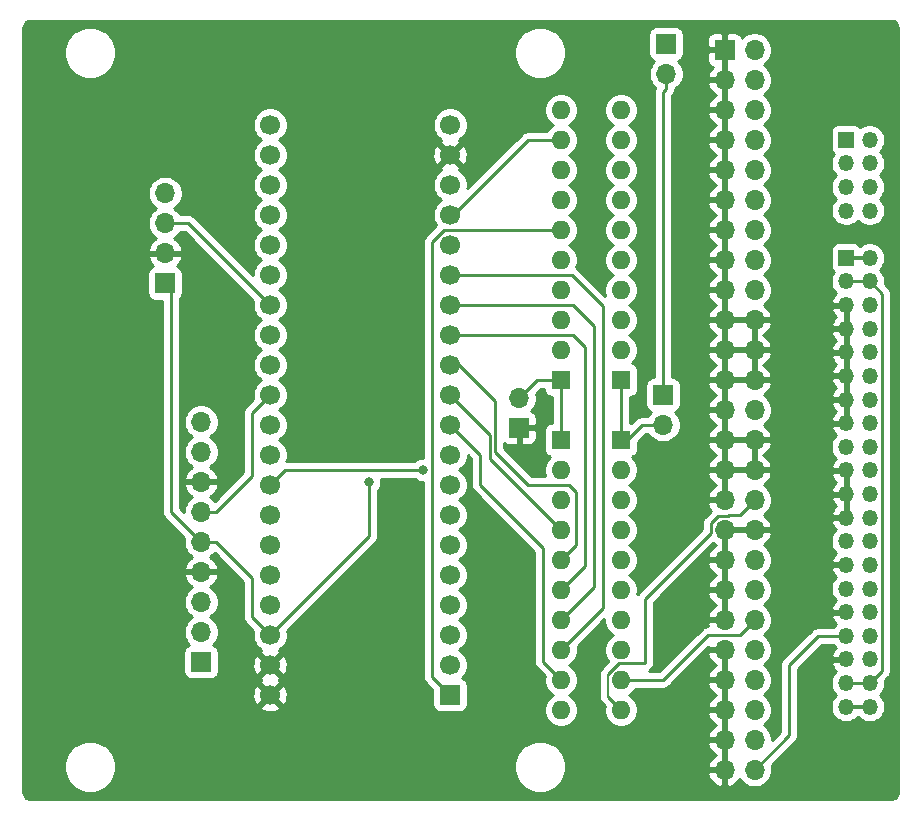
<source format=gbr>
%TF.GenerationSoftware,KiCad,Pcbnew,(5.1.8-0-10_14)*%
%TF.CreationDate,2021-04-03T20:08:11-06:00*%
%TF.ProjectId,bluescsi_powerbook,626c7565-7363-4736-995f-706f77657262,rev?*%
%TF.SameCoordinates,Original*%
%TF.FileFunction,Copper,L2,Bot*%
%TF.FilePolarity,Positive*%
%FSLAX46Y46*%
G04 Gerber Fmt 4.6, Leading zero omitted, Abs format (unit mm)*
G04 Created by KiCad (PCBNEW (5.1.8-0-10_14)) date 2021-04-03 20:08:11*
%MOMM*%
%LPD*%
G01*
G04 APERTURE LIST*
%TA.AperFunction,ComponentPad*%
%ADD10O,1.600000X1.600000*%
%TD*%
%TA.AperFunction,ComponentPad*%
%ADD11R,1.600000X1.600000*%
%TD*%
%TA.AperFunction,ComponentPad*%
%ADD12O,1.700000X1.700000*%
%TD*%
%TA.AperFunction,ComponentPad*%
%ADD13R,1.700000X1.700000*%
%TD*%
%TA.AperFunction,ComponentPad*%
%ADD14O,1.350000X1.350000*%
%TD*%
%TA.AperFunction,ComponentPad*%
%ADD15R,1.350000X1.350000*%
%TD*%
%TA.AperFunction,ComponentPad*%
%ADD16C,1.700000*%
%TD*%
%TA.AperFunction,ViaPad*%
%ADD17C,0.800000*%
%TD*%
%TA.AperFunction,Conductor*%
%ADD18C,0.250000*%
%TD*%
%TA.AperFunction,Conductor*%
%ADD19C,0.225000*%
%TD*%
%TA.AperFunction,Conductor*%
%ADD20C,0.200000*%
%TD*%
%TA.AperFunction,Conductor*%
%ADD21C,0.350000*%
%TD*%
%TA.AperFunction,Conductor*%
%ADD22C,0.254000*%
%TD*%
%TA.AperFunction,Conductor*%
%ADD23C,0.100000*%
%TD*%
G04 APERTURE END LIST*
D10*
%TO.P,RN2,10*%
%TO.N,/SCSI_ATN*%
X137160000Y-128270000D03*
%TO.P,RN2,9*%
%TO.N,/SCSI_RST*%
X137160000Y-125730000D03*
%TO.P,RN2,8*%
%TO.N,/SCSI_I_O*%
X137160000Y-123190000D03*
%TO.P,RN2,7*%
%TO.N,/SCSI_REQ*%
X137160000Y-120650000D03*
%TO.P,RN2,6*%
%TO.N,/SCSI_C_D*%
X137160000Y-118110000D03*
%TO.P,RN2,5*%
%TO.N,/SCSI_SEL*%
X137160000Y-115570000D03*
%TO.P,RN2,4*%
%TO.N,/SCSI_MSG*%
X137160000Y-113030000D03*
%TO.P,RN2,3*%
%TO.N,/SCSI_ACK*%
X137160000Y-110490000D03*
%TO.P,RN2,2*%
%TO.N,/SCSI_BSY*%
X137160000Y-107950000D03*
D11*
%TO.P,RN2,1*%
%TO.N,/TERMGROUND_SWITCHED*%
X137160000Y-105410000D03*
%TD*%
D12*
%TO.P,J9,2*%
%TO.N,/SCSI_TERMPWR*%
X146050000Y-74422000D03*
D13*
%TO.P,J9,1*%
%TO.N,+5V*%
X146050000Y-71882000D03*
%TD*%
D12*
%TO.P,J8,50*%
%TO.N,/SCSI_I_O*%
X153540000Y-133350000D03*
%TO.P,J8,49*%
%TO.N,GND*%
X151000000Y-133350000D03*
%TO.P,J8,48*%
%TO.N,/SCSI_REQ*%
X153540000Y-130810000D03*
%TO.P,J8,47*%
%TO.N,GND*%
X151000000Y-130810000D03*
%TO.P,J8,46*%
%TO.N,/SCSI_C_D*%
X153540000Y-128270000D03*
%TO.P,J8,45*%
%TO.N,GND*%
X151000000Y-128270000D03*
%TO.P,J8,44*%
%TO.N,/SCSI_SEL*%
X153540000Y-125730000D03*
%TO.P,J8,43*%
%TO.N,GND*%
X151000000Y-125730000D03*
%TO.P,J8,42*%
%TO.N,/SCSI_MSG*%
X153540000Y-123190000D03*
%TO.P,J8,41*%
%TO.N,GND*%
X151000000Y-123190000D03*
%TO.P,J8,40*%
%TO.N,/SCSI_RST*%
X153540000Y-120650000D03*
%TO.P,J8,39*%
%TO.N,GND*%
X151000000Y-120650000D03*
%TO.P,J8,38*%
%TO.N,/SCSI_ACK*%
X153540000Y-118110000D03*
%TO.P,J8,37*%
%TO.N,GND*%
X151000000Y-118110000D03*
%TO.P,J8,36*%
%TO.N,/SCSI_BSY*%
X153540000Y-115570000D03*
%TO.P,J8,35*%
%TO.N,GND*%
X151000000Y-115570000D03*
%TO.P,J8,34*%
X153540000Y-113030000D03*
%TO.P,J8,33*%
X151000000Y-113030000D03*
%TO.P,J8,32*%
%TO.N,/SCSI_ATN*%
X153540000Y-110490000D03*
%TO.P,J8,31*%
%TO.N,GND*%
X151000000Y-110490000D03*
%TO.P,J8,30*%
X153540000Y-107950000D03*
%TO.P,J8,29*%
X151000000Y-107950000D03*
%TO.P,J8,28*%
X153540000Y-105410000D03*
%TO.P,J8,27*%
X151000000Y-105410000D03*
%TO.P,J8,26*%
%TO.N,/SCSI_TERMPWR*%
X153540000Y-102870000D03*
%TO.P,J8,25*%
%TO.N,GND*%
X151000000Y-102870000D03*
%TO.P,J8,24*%
X153540000Y-100330000D03*
%TO.P,J8,23*%
X151000000Y-100330000D03*
%TO.P,J8,22*%
X153540000Y-97790000D03*
%TO.P,J8,21*%
X151000000Y-97790000D03*
%TO.P,J8,20*%
X153540000Y-95250000D03*
%TO.P,J8,19*%
X151000000Y-95250000D03*
%TO.P,J8,18*%
%TO.N,/SCSI_DBP*%
X153540000Y-92710000D03*
%TO.P,J8,17*%
%TO.N,GND*%
X151000000Y-92710000D03*
%TO.P,J8,16*%
%TO.N,/SCSI_DB7*%
X153540000Y-90170000D03*
%TO.P,J8,15*%
%TO.N,GND*%
X151000000Y-90170000D03*
%TO.P,J8,14*%
%TO.N,/SCSI_DB6*%
X153540000Y-87630000D03*
%TO.P,J8,13*%
%TO.N,GND*%
X151000000Y-87630000D03*
%TO.P,J8,12*%
%TO.N,/SCSI_DB5*%
X153540000Y-85090000D03*
%TO.P,J8,11*%
%TO.N,GND*%
X151000000Y-85090000D03*
%TO.P,J8,10*%
%TO.N,/SCSI_DB4*%
X153540000Y-82550000D03*
%TO.P,J8,9*%
%TO.N,GND*%
X151000000Y-82550000D03*
%TO.P,J8,8*%
%TO.N,/SCSI_DB3*%
X153540000Y-80010000D03*
%TO.P,J8,7*%
%TO.N,GND*%
X151000000Y-80010000D03*
%TO.P,J8,6*%
%TO.N,/SCSI_DB2*%
X153540000Y-77470000D03*
%TO.P,J8,5*%
%TO.N,GND*%
X151000000Y-77470000D03*
%TO.P,J8,4*%
%TO.N,/SCSI_DB1*%
X153540000Y-74930000D03*
%TO.P,J8,3*%
%TO.N,GND*%
X151000000Y-74930000D03*
%TO.P,J8,2*%
%TO.N,/SCSI_DB0*%
X153540000Y-72390000D03*
D13*
%TO.P,J8,1*%
%TO.N,GND*%
X151000000Y-72390000D03*
%TD*%
D14*
%TO.P,J2,8*%
%TO.N,/ACT_LED*%
X163290000Y-86000000D03*
%TO.P,J2,7*%
%TO.N,/ID4*%
X161290000Y-86000000D03*
%TO.P,J2,6*%
%TO.N,/ID2*%
X163290000Y-84000000D03*
%TO.P,J2,5*%
%TO.N,/ID1*%
X161290000Y-84000000D03*
%TO.P,J2,4*%
%TO.N,Net-(J2-Pad4)*%
X163290000Y-82000000D03*
%TO.P,J2,3*%
%TO.N,/INDEX*%
X161290000Y-82000000D03*
%TO.P,J2,2*%
%TO.N,/NO_SPIN_UP*%
X163290000Y-80000000D03*
D15*
%TO.P,J2,1*%
%TO.N,Net-(J2-Pad1)*%
X161290000Y-80000000D03*
%TD*%
D12*
%TO.P,J6,4*%
%TO.N,/DEBUG_RX*%
X103632000Y-84531200D03*
%TO.P,J6,3*%
%TO.N,/DEBUG_TX*%
X103632000Y-87071200D03*
%TO.P,J6,2*%
%TO.N,GND*%
X103632000Y-89611200D03*
D13*
%TO.P,J6,1*%
%TO.N,+3V3*%
X103632000Y-92151200D03*
%TD*%
D12*
%TO.P,J5,2*%
%TO.N,/TERMGROUND_SWITCHED*%
X133604000Y-101854000D03*
D13*
%TO.P,J5,1*%
%TO.N,GND*%
X133604000Y-104394000D03*
%TD*%
D12*
%TO.P,J4,2*%
%TO.N,/TERMPOWER_SWITCHED*%
X145796000Y-104140000D03*
D13*
%TO.P,J4,1*%
%TO.N,/SCSI_TERMPWR*%
X145796000Y-101600000D03*
%TD*%
D10*
%TO.P,RN4,10*%
%TO.N,/SCSI_ATN*%
X142240000Y-128270000D03*
%TO.P,RN4,9*%
%TO.N,/SCSI_RST*%
X142240000Y-125730000D03*
%TO.P,RN4,8*%
%TO.N,/SCSI_I_O*%
X142240000Y-123190000D03*
%TO.P,RN4,7*%
%TO.N,/SCSI_REQ*%
X142240000Y-120650000D03*
%TO.P,RN4,6*%
%TO.N,/SCSI_C_D*%
X142240000Y-118110000D03*
%TO.P,RN4,5*%
%TO.N,/SCSI_SEL*%
X142240000Y-115570000D03*
%TO.P,RN4,4*%
%TO.N,/SCSI_MSG*%
X142240000Y-113030000D03*
%TO.P,RN4,3*%
%TO.N,/SCSI_ACK*%
X142240000Y-110490000D03*
%TO.P,RN4,2*%
%TO.N,/SCSI_BSY*%
X142240000Y-107950000D03*
D11*
%TO.P,RN4,1*%
%TO.N,/TERMPOWER_SWITCHED*%
X142240000Y-105410000D03*
%TD*%
D10*
%TO.P,RN3,10*%
%TO.N,/SCSI_DB0*%
X142240000Y-77470000D03*
%TO.P,RN3,9*%
%TO.N,/SCSI_DB1*%
X142240000Y-80010000D03*
%TO.P,RN3,8*%
%TO.N,/SCSI_DB2*%
X142240000Y-82550000D03*
%TO.P,RN3,7*%
%TO.N,/SCSI_DB3*%
X142240000Y-85090000D03*
%TO.P,RN3,6*%
%TO.N,/SCSI_DB4*%
X142240000Y-87630000D03*
%TO.P,RN3,5*%
%TO.N,/SCSI_DB5*%
X142240000Y-90170000D03*
%TO.P,RN3,4*%
%TO.N,/SCSI_DB6*%
X142240000Y-92710000D03*
%TO.P,RN3,3*%
%TO.N,/SCSI_DB7*%
X142240000Y-95250000D03*
%TO.P,RN3,2*%
%TO.N,/SCSI_DBP*%
X142240000Y-97790000D03*
D11*
%TO.P,RN3,1*%
%TO.N,/TERMPOWER_SWITCHED*%
X142240000Y-100330000D03*
%TD*%
D10*
%TO.P,RN1,10*%
%TO.N,/SCSI_DB0*%
X137160000Y-77470000D03*
%TO.P,RN1,9*%
%TO.N,/SCSI_DB1*%
X137160000Y-80010000D03*
%TO.P,RN1,8*%
%TO.N,/SCSI_DB2*%
X137160000Y-82550000D03*
%TO.P,RN1,7*%
%TO.N,/SCSI_DB3*%
X137160000Y-85090000D03*
%TO.P,RN1,6*%
%TO.N,/SCSI_DB4*%
X137160000Y-87630000D03*
%TO.P,RN1,5*%
%TO.N,/SCSI_DB5*%
X137160000Y-90170000D03*
%TO.P,RN1,4*%
%TO.N,/SCSI_DB6*%
X137160000Y-92710000D03*
%TO.P,RN1,3*%
%TO.N,/SCSI_DB7*%
X137160000Y-95250000D03*
%TO.P,RN1,2*%
%TO.N,/SCSI_DBP*%
X137160000Y-97790000D03*
D11*
%TO.P,RN1,1*%
%TO.N,/TERMGROUND_SWITCHED*%
X137160000Y-100330000D03*
%TD*%
D12*
%TO.P,J7,9*%
%TO.N,Net-(J7-Pad9)*%
X106680000Y-103886000D03*
%TO.P,J7,8*%
%TO.N,/SD_MISO*%
X106680000Y-106426000D03*
%TO.P,J7,7*%
%TO.N,GND*%
X106680000Y-108966000D03*
%TO.P,J7,6*%
%TO.N,/SD_CSK*%
X106680000Y-111506000D03*
%TO.P,J7,5*%
%TO.N,+3V3*%
X106680000Y-114046000D03*
%TO.P,J7,4*%
%TO.N,GND*%
X106680000Y-116586000D03*
%TO.P,J7,3*%
%TO.N,/SD_MOSI*%
X106680000Y-119126000D03*
%TO.P,J7,2*%
%TO.N,/SD_CS*%
X106680000Y-121666000D03*
D13*
%TO.P,J7,1*%
%TO.N,Net-(J7-Pad1)*%
X106680000Y-124206000D03*
%TD*%
D14*
%TO.P,J1,40*%
%TO.N,+5V*%
X163290000Y-128000000D03*
%TO.P,J1,39*%
X161290000Y-128000000D03*
%TO.P,J1,38*%
%TO.N,/RET*%
X163290000Y-126000000D03*
%TO.P,J1,37*%
X161290000Y-126000000D03*
%TO.P,J1,36*%
%TO.N,/SCSI_REQ*%
X163290000Y-124000000D03*
%TO.P,J1,35*%
%TO.N,GND*%
X161290000Y-124000000D03*
%TO.P,J1,34*%
%TO.N,/SCSI_C_D*%
X163290000Y-122000000D03*
%TO.P,J1,33*%
%TO.N,/SCSI_I_O*%
X161290000Y-122000000D03*
%TO.P,J1,32*%
%TO.N,/SCSI_SEL*%
X163290000Y-120000000D03*
%TO.P,J1,31*%
%TO.N,GND*%
X161290000Y-120000000D03*
%TO.P,J1,30*%
%TO.N,/SCSI_MSG*%
X163290000Y-118000000D03*
%TO.P,J1,29*%
%TO.N,/SCSI_RST*%
X161290000Y-118000000D03*
%TO.P,J1,28*%
%TO.N,/SCSI_ACK*%
X163290000Y-116000000D03*
%TO.P,J1,27*%
%TO.N,GND*%
X161290000Y-116000000D03*
%TO.P,J1,26*%
%TO.N,/SCSI_BSY*%
X163290000Y-114000000D03*
%TO.P,J1,25*%
%TO.N,/SCSI_ATN*%
X161290000Y-114000000D03*
%TO.P,J1,24*%
%TO.N,/SCSI_TERMPWR*%
X163290000Y-112000000D03*
%TO.P,J1,23*%
%TO.N,GND*%
X161290000Y-112000000D03*
%TO.P,J1,22*%
%TO.N,/SCSI_DBP*%
X163290000Y-110000000D03*
%TO.P,J1,21*%
%TO.N,GND*%
X161290000Y-110000000D03*
%TO.P,J1,20*%
%TO.N,/SCSI_DB7*%
X163290000Y-108000000D03*
%TO.P,J1,19*%
%TO.N,GND*%
X161290000Y-108000000D03*
%TO.P,J1,18*%
%TO.N,/SCSI_DB6*%
X163290000Y-106000000D03*
%TO.P,J1,17*%
%TO.N,/KEY*%
X161290000Y-106000000D03*
%TO.P,J1,16*%
%TO.N,/SCSI_DB5*%
X163290000Y-104000000D03*
%TO.P,J1,15*%
%TO.N,GND*%
X161290000Y-104000000D03*
%TO.P,J1,14*%
%TO.N,/SCSI_DB4*%
X163290000Y-102000000D03*
%TO.P,J1,13*%
%TO.N,GND*%
X161290000Y-102000000D03*
%TO.P,J1,12*%
%TO.N,/SCSI_DB3*%
X163290000Y-100000000D03*
%TO.P,J1,11*%
%TO.N,GND*%
X161290000Y-100000000D03*
%TO.P,J1,10*%
%TO.N,/SCSI_DB2*%
X163290000Y-98000000D03*
%TO.P,J1,9*%
%TO.N,GND*%
X161290000Y-98000000D03*
%TO.P,J1,8*%
%TO.N,/SCSI_DB1*%
X163290000Y-96000000D03*
%TO.P,J1,7*%
%TO.N,GND*%
X161290000Y-96000000D03*
%TO.P,J1,6*%
%TO.N,/SCSI_DB0*%
X163290000Y-94000000D03*
%TO.P,J1,5*%
%TO.N,GND*%
X161290000Y-94000000D03*
%TO.P,J1,4*%
%TO.N,/RET*%
X163290000Y-92000000D03*
%TO.P,J1,3*%
X161290000Y-92000000D03*
%TO.P,J1,2*%
%TO.N,+5V*%
X163290000Y-90000000D03*
D15*
%TO.P,J1,1*%
X161290000Y-90000000D03*
%TD*%
D16*
%TO.P,U1,40*%
%TO.N,GND*%
X112522000Y-127000000D03*
D13*
%TO.P,U1,1*%
%TO.N,/SCSI_DB4*%
X127762000Y-127000000D03*
D16*
%TO.P,U1,39*%
%TO.N,GND*%
X112522000Y-124460000D03*
%TO.P,U1,2*%
%TO.N,/SCSI_DB5*%
X127762000Y-124460000D03*
%TO.P,U1,38*%
%TO.N,+3V3*%
X112522000Y-121920000D03*
%TO.P,U1,3*%
%TO.N,/SCSI_DB6*%
X127762000Y-121920000D03*
%TO.P,U1,37*%
%TO.N,Net-(U1-Pad37)*%
X112522000Y-119380000D03*
%TO.P,U1,4*%
%TO.N,/SCSI_DB7*%
X127762000Y-119380000D03*
%TO.P,U1,36*%
%TO.N,/SCSI_DB3*%
X112522000Y-116840000D03*
%TO.P,U1,5*%
%TO.N,/SCSI_ATN*%
X127762000Y-116840000D03*
%TO.P,U1,35*%
%TO.N,/SCSI_DB2*%
X112522000Y-114300000D03*
%TO.P,U1,6*%
%TO.N,/SCSI_BSY*%
X127762000Y-114300000D03*
%TO.P,U1,34*%
%TO.N,Net-(U1-Pad34)*%
X112522000Y-111760000D03*
%TO.P,U1,7*%
%TO.N,/SCSI_ACK*%
X127762000Y-111760000D03*
%TO.P,U1,33*%
%TO.N,/SCSI_DBP*%
X112522000Y-109220000D03*
%TO.P,U1,8*%
%TO.N,Net-(U1-Pad8)*%
X127762000Y-109220000D03*
%TO.P,U1,32*%
%TO.N,/SD_MOSI*%
X112522000Y-106680000D03*
%TO.P,U1,9*%
%TO.N,Net-(U1-Pad9)*%
X127762000Y-106680000D03*
%TO.P,U1,31*%
%TO.N,/SD_MISO*%
X112522000Y-104140000D03*
%TO.P,U1,10*%
%TO.N,/SCSI_RST*%
X127762000Y-104140000D03*
%TO.P,U1,30*%
%TO.N,/SD_CSK*%
X112522000Y-101600000D03*
%TO.P,U1,11*%
%TO.N,/SCSI_MSG*%
X127762000Y-101600000D03*
%TO.P,U1,29*%
%TO.N,/SD_CS*%
X112522000Y-99060000D03*
%TO.P,U1,12*%
%TO.N,/SCSI_SEL*%
X127762000Y-99060000D03*
%TO.P,U1,28*%
%TO.N,/DEBUG_RX*%
X112522000Y-96520000D03*
%TO.P,U1,13*%
%TO.N,/SCSI_C_D*%
X127762000Y-96520000D03*
%TO.P,U1,27*%
%TO.N,/DEBUG_TX*%
X112522000Y-93980000D03*
%TO.P,U1,14*%
%TO.N,/SCSI_REQ*%
X127762000Y-93980000D03*
%TO.P,U1,26*%
%TO.N,Net-(U1-Pad26)*%
X112522000Y-91440000D03*
%TO.P,U1,15*%
%TO.N,/SCSI_I_O*%
X127762000Y-91440000D03*
%TO.P,U1,25*%
%TO.N,Net-(U1-Pad25)*%
X112522000Y-88900000D03*
%TO.P,U1,16*%
%TO.N,/SCSI_DB0*%
X127762000Y-88900000D03*
%TO.P,U1,24*%
%TO.N,Net-(U1-Pad24)*%
X112522000Y-86360000D03*
%TO.P,U1,17*%
%TO.N,/SCSI_DB1*%
X127762000Y-86360000D03*
%TO.P,U1,23*%
%TO.N,Net-(U1-Pad23)*%
X112522000Y-83820000D03*
%TO.P,U1,18*%
%TO.N,+5V*%
X127762000Y-83820000D03*
%TO.P,U1,22*%
%TO.N,Net-(U1-Pad22)*%
X112522000Y-81280000D03*
%TO.P,U1,19*%
%TO.N,GND*%
X127762000Y-81280000D03*
%TO.P,U1,21*%
%TO.N,Net-(U1-Pad21)*%
X112522000Y-78740000D03*
%TO.P,U1,20*%
%TO.N,+3V3*%
X127762000Y-78740000D03*
%TD*%
D17*
%TO.N,/SCSI_DBP*%
X125476000Y-107950000D03*
%TO.N,+3V3*%
X120904000Y-108966000D03*
%TD*%
D18*
%TO.N,/RET*%
X164338000Y-93048000D02*
X164338000Y-124952000D01*
X164338000Y-124952000D02*
X163290000Y-126000000D01*
X163290000Y-92000000D02*
X164338000Y-93048000D01*
X161290000Y-92000000D02*
X163290000Y-92000000D01*
X161290000Y-126000000D02*
X163290000Y-126000000D01*
D19*
%TO.N,/SCSI_REQ*%
X138176000Y-93980000D02*
X127762000Y-93980000D01*
X139954000Y-95758000D02*
X138176000Y-93980000D01*
X139954000Y-117856000D02*
X139954000Y-95758000D01*
X137160000Y-120650000D02*
X139954000Y-117856000D01*
%TO.N,/SCSI_C_D*%
X139192000Y-97536000D02*
X138176000Y-96520000D01*
X138176000Y-96520000D02*
X131826000Y-96520000D01*
X139192000Y-116078000D02*
X139192000Y-97536000D01*
X137160000Y-118110000D02*
X139192000Y-116078000D01*
X134366000Y-96520000D02*
X127762000Y-96520000D01*
%TO.N,/SCSI_I_O*%
X156464000Y-130426000D02*
X153540000Y-133350000D01*
X156464000Y-124460000D02*
X156464000Y-130426000D01*
X158924000Y-122000000D02*
X156464000Y-124460000D01*
X161290000Y-122000000D02*
X158924000Y-122000000D01*
X140716000Y-94107000D02*
X140716000Y-119634000D01*
X140716000Y-119634000D02*
X137160000Y-123190000D01*
X138049000Y-91440000D02*
X140716000Y-94107000D01*
X127762000Y-91440000D02*
X138049000Y-91440000D01*
%TO.N,/SCSI_SEL*%
X138430000Y-114300000D02*
X137160000Y-115570000D01*
X137795000Y-109220000D02*
X138430000Y-109855000D01*
X127762000Y-99060000D02*
X128524000Y-99060000D01*
X134366000Y-109220000D02*
X137795000Y-109220000D01*
X131572000Y-106426000D02*
X134366000Y-109220000D01*
X131572000Y-102108000D02*
X131572000Y-106426000D01*
X138430000Y-109855000D02*
X138430000Y-114300000D01*
X128524000Y-99060000D02*
X131572000Y-102108000D01*
%TO.N,/SCSI_MSG*%
X136652000Y-113538000D02*
X137160000Y-113030000D01*
X137160000Y-113030000D02*
X136652000Y-113030000D01*
X131146992Y-107016992D02*
X137160000Y-113030000D01*
X131146992Y-104984992D02*
X131146992Y-107016992D01*
X127762000Y-101600000D02*
X131146992Y-104984992D01*
%TO.N,/SCSI_RST*%
X141881998Y-125730000D02*
X142852002Y-125730000D01*
X152270000Y-121920000D02*
X153540000Y-120650000D01*
X149606000Y-121920000D02*
X152270000Y-121920000D01*
X145796000Y-125730000D02*
X149606000Y-121920000D01*
X142240000Y-125730000D02*
X145796000Y-125730000D01*
X135636000Y-124206000D02*
X137160000Y-125730000D01*
X135636000Y-114554000D02*
X135636000Y-124206000D01*
X130302000Y-109220000D02*
X135636000Y-114554000D01*
X130302000Y-106680000D02*
X130302000Y-109220000D01*
X127762000Y-104140000D02*
X130302000Y-106680000D01*
D20*
%TO.N,/SCSI_ATN*%
X141139999Y-127169999D02*
X141139999Y-125201999D01*
D19*
X142240000Y-128270000D02*
X141139999Y-127169999D01*
X152270000Y-111760000D02*
X153540000Y-110490000D01*
X151276501Y-111867499D02*
X151384000Y-111760000D01*
X149837499Y-112471999D02*
X150441999Y-111867499D01*
X151384000Y-111760000D02*
X152270000Y-111760000D01*
X150441999Y-111867499D02*
X151276501Y-111867499D01*
X141139999Y-125201999D02*
X142031996Y-124310002D01*
X144272000Y-118872000D02*
X149837499Y-113306501D01*
X149837499Y-113306501D02*
X149837499Y-112471999D01*
X142031996Y-124310002D02*
X144272000Y-124310002D01*
X144272000Y-124310002D02*
X144272000Y-118872000D01*
D18*
%TO.N,/SCSI_TERMPWR*%
X146050000Y-75692000D02*
X145796000Y-75946000D01*
X145796000Y-75946000D02*
X145796000Y-101600000D01*
X146050000Y-74422000D02*
X146050000Y-75692000D01*
D19*
%TO.N,/SCSI_DBP*%
X112522000Y-109220000D02*
X113792000Y-107950000D01*
X113792000Y-107950000D02*
X125476000Y-107950000D01*
%TO.N,/SCSI_DB4*%
X127254000Y-87630000D02*
X137160000Y-87630000D01*
X127762000Y-127000000D02*
X126238000Y-125476000D01*
X126238000Y-125476000D02*
X126238000Y-88646000D01*
X126238000Y-88646000D02*
X127254000Y-87630000D01*
%TO.N,/SCSI_DB1*%
X134366000Y-80010000D02*
X137160000Y-80010000D01*
X128016000Y-86360000D02*
X134366000Y-80010000D01*
D18*
%TO.N,/SD_CSK*%
X110998000Y-108458000D02*
X110998000Y-103124000D01*
X107950000Y-111506000D02*
X110998000Y-108458000D01*
X110998000Y-103124000D02*
X112522000Y-101600000D01*
X106680000Y-111506000D02*
X107950000Y-111506000D01*
%TO.N,+3V3*%
X110998000Y-117094000D02*
X110998000Y-120396000D01*
X110998000Y-120396000D02*
X112522000Y-121920000D01*
X107950000Y-114046000D02*
X110998000Y-117094000D01*
X106680000Y-114046000D02*
X107950000Y-114046000D01*
X104140000Y-111506000D02*
X106680000Y-114046000D01*
X104140000Y-92659200D02*
X104140000Y-111506000D01*
X103632000Y-92151200D02*
X104140000Y-92659200D01*
X112522000Y-121920000D02*
X120904000Y-113538000D01*
X120904000Y-113538000D02*
X120904000Y-108966000D01*
%TO.N,/SD_MOSI*%
X112522000Y-106426000D02*
X112522000Y-106680000D01*
%TO.N,/TERMGROUND_SWITCHED*%
X137160000Y-100330000D02*
X137160000Y-105410000D01*
X135128000Y-100330000D02*
X133604000Y-101854000D01*
X137160000Y-100330000D02*
X135128000Y-100330000D01*
%TO.N,/TERMPOWER_SWITCHED*%
X144018000Y-104140000D02*
X142748000Y-105410000D01*
X145796000Y-104140000D02*
X144018000Y-104140000D01*
X142240000Y-100330000D02*
X142240000Y-105410000D01*
%TO.N,/DEBUG_TX*%
X105613200Y-87071200D02*
X112522000Y-93980000D01*
X103632000Y-87071200D02*
X105613200Y-87071200D01*
D21*
%TO.N,+5V*%
X161290000Y-90000000D02*
X163290000Y-90000000D01*
X161290000Y-128000000D02*
X163290000Y-128000000D01*
%TD*%
D22*
%TO.N,GND*%
X165208109Y-69939005D02*
X165312101Y-69970402D01*
X165408014Y-70021399D01*
X165492194Y-70090055D01*
X165561440Y-70173758D01*
X165613105Y-70269311D01*
X165645227Y-70373078D01*
X165660001Y-70513650D01*
X165660000Y-135220280D01*
X165645995Y-135363109D01*
X165614599Y-135467099D01*
X165563601Y-135563013D01*
X165494941Y-135647199D01*
X165411243Y-135716439D01*
X165315689Y-135768105D01*
X165211922Y-135800227D01*
X165071359Y-135815000D01*
X92236720Y-135815000D01*
X92093891Y-135800995D01*
X91989901Y-135769599D01*
X91893987Y-135718601D01*
X91809801Y-135649941D01*
X91740561Y-135566243D01*
X91688895Y-135470689D01*
X91656773Y-135366922D01*
X91642000Y-135226359D01*
X91642000Y-132877422D01*
X95062738Y-132877422D01*
X95062738Y-133314578D01*
X95148023Y-133743335D01*
X95315316Y-134147215D01*
X95558187Y-134510697D01*
X95867303Y-134819813D01*
X96230785Y-135062684D01*
X96634665Y-135229977D01*
X97063422Y-135315262D01*
X97500578Y-135315262D01*
X97929335Y-135229977D01*
X98333215Y-135062684D01*
X98696697Y-134819813D01*
X99005813Y-134510697D01*
X99248684Y-134147215D01*
X99415977Y-133743335D01*
X99501262Y-133314578D01*
X99501262Y-132877422D01*
X133162738Y-132877422D01*
X133162738Y-133314578D01*
X133248023Y-133743335D01*
X133415316Y-134147215D01*
X133658187Y-134510697D01*
X133967303Y-134819813D01*
X134330785Y-135062684D01*
X134734665Y-135229977D01*
X135163422Y-135315262D01*
X135600578Y-135315262D01*
X136029335Y-135229977D01*
X136433215Y-135062684D01*
X136796697Y-134819813D01*
X137105813Y-134510697D01*
X137348684Y-134147215D01*
X137515977Y-133743335D01*
X137523226Y-133706890D01*
X149558524Y-133706890D01*
X149603175Y-133854099D01*
X149728359Y-134116920D01*
X149902412Y-134350269D01*
X150118645Y-134545178D01*
X150368748Y-134694157D01*
X150643109Y-134791481D01*
X150873000Y-134670814D01*
X150873000Y-133477000D01*
X149679845Y-133477000D01*
X149558524Y-133706890D01*
X137523226Y-133706890D01*
X137601262Y-133314578D01*
X137601262Y-132877422D01*
X137515977Y-132448665D01*
X137348684Y-132044785D01*
X137105813Y-131681303D01*
X136796697Y-131372187D01*
X136489449Y-131166890D01*
X149558524Y-131166890D01*
X149603175Y-131314099D01*
X149728359Y-131576920D01*
X149902412Y-131810269D01*
X150118645Y-132005178D01*
X150244255Y-132080000D01*
X150118645Y-132154822D01*
X149902412Y-132349731D01*
X149728359Y-132583080D01*
X149603175Y-132845901D01*
X149558524Y-132993110D01*
X149679845Y-133223000D01*
X150873000Y-133223000D01*
X150873000Y-130937000D01*
X149679845Y-130937000D01*
X149558524Y-131166890D01*
X136489449Y-131166890D01*
X136433215Y-131129316D01*
X136029335Y-130962023D01*
X135600578Y-130876738D01*
X135163422Y-130876738D01*
X134734665Y-130962023D01*
X134330785Y-131129316D01*
X133967303Y-131372187D01*
X133658187Y-131681303D01*
X133415316Y-132044785D01*
X133248023Y-132448665D01*
X133162738Y-132877422D01*
X99501262Y-132877422D01*
X99415977Y-132448665D01*
X99248684Y-132044785D01*
X99005813Y-131681303D01*
X98696697Y-131372187D01*
X98333215Y-131129316D01*
X97929335Y-130962023D01*
X97500578Y-130876738D01*
X97063422Y-130876738D01*
X96634665Y-130962023D01*
X96230785Y-131129316D01*
X95867303Y-131372187D01*
X95558187Y-131681303D01*
X95315316Y-132044785D01*
X95148023Y-132448665D01*
X95062738Y-132877422D01*
X91642000Y-132877422D01*
X91642000Y-128028397D01*
X111673208Y-128028397D01*
X111750843Y-128277472D01*
X112014883Y-128403371D01*
X112298411Y-128475339D01*
X112590531Y-128490611D01*
X112880019Y-128448599D01*
X113155747Y-128350919D01*
X113293157Y-128277472D01*
X113370792Y-128028397D01*
X112522000Y-127179605D01*
X111673208Y-128028397D01*
X91642000Y-128028397D01*
X91642000Y-127068531D01*
X111031389Y-127068531D01*
X111073401Y-127358019D01*
X111171081Y-127633747D01*
X111244528Y-127771157D01*
X111493603Y-127848792D01*
X112342395Y-127000000D01*
X112701605Y-127000000D01*
X113550397Y-127848792D01*
X113799472Y-127771157D01*
X113925371Y-127507117D01*
X113997339Y-127223589D01*
X114012611Y-126931469D01*
X113970599Y-126641981D01*
X113872919Y-126366253D01*
X113799472Y-126228843D01*
X113550397Y-126151208D01*
X112701605Y-127000000D01*
X112342395Y-127000000D01*
X111493603Y-126151208D01*
X111244528Y-126228843D01*
X111118629Y-126492883D01*
X111046661Y-126776411D01*
X111031389Y-127068531D01*
X91642000Y-127068531D01*
X91642000Y-123356000D01*
X105191928Y-123356000D01*
X105191928Y-125056000D01*
X105204188Y-125180482D01*
X105240498Y-125300180D01*
X105299463Y-125410494D01*
X105378815Y-125507185D01*
X105475506Y-125586537D01*
X105585820Y-125645502D01*
X105705518Y-125681812D01*
X105830000Y-125694072D01*
X107530000Y-125694072D01*
X107654482Y-125681812D01*
X107774180Y-125645502D01*
X107884494Y-125586537D01*
X107981185Y-125507185D01*
X107996603Y-125488397D01*
X111673208Y-125488397D01*
X111748514Y-125729999D01*
X111673208Y-125971603D01*
X112522000Y-126820395D01*
X113370792Y-125971603D01*
X113295486Y-125729999D01*
X113370792Y-125488397D01*
X112522000Y-124639605D01*
X111673208Y-125488397D01*
X107996603Y-125488397D01*
X108060537Y-125410494D01*
X108119502Y-125300180D01*
X108155812Y-125180482D01*
X108168072Y-125056000D01*
X108168072Y-124528531D01*
X111031389Y-124528531D01*
X111073401Y-124818019D01*
X111171081Y-125093747D01*
X111244528Y-125231157D01*
X111493603Y-125308792D01*
X112342395Y-124460000D01*
X112701605Y-124460000D01*
X113550397Y-125308792D01*
X113799472Y-125231157D01*
X113925371Y-124967117D01*
X113997339Y-124683589D01*
X114012611Y-124391469D01*
X113970599Y-124101981D01*
X113872919Y-123826253D01*
X113799472Y-123688843D01*
X113550397Y-123611208D01*
X112701605Y-124460000D01*
X112342395Y-124460000D01*
X111493603Y-123611208D01*
X111244528Y-123688843D01*
X111118629Y-123952883D01*
X111046661Y-124236411D01*
X111031389Y-124528531D01*
X108168072Y-124528531D01*
X108168072Y-123356000D01*
X108155812Y-123231518D01*
X108119502Y-123111820D01*
X108060537Y-123001506D01*
X107981185Y-122904815D01*
X107884494Y-122825463D01*
X107774180Y-122766498D01*
X107701620Y-122744487D01*
X107833475Y-122612632D01*
X107995990Y-122369411D01*
X108107932Y-122099158D01*
X108165000Y-121812260D01*
X108165000Y-121519740D01*
X108107932Y-121232842D01*
X107995990Y-120962589D01*
X107833475Y-120719368D01*
X107626632Y-120512525D01*
X107452240Y-120396000D01*
X107626632Y-120279475D01*
X107833475Y-120072632D01*
X107995990Y-119829411D01*
X108107932Y-119559158D01*
X108165000Y-119272260D01*
X108165000Y-118979740D01*
X108107932Y-118692842D01*
X107995990Y-118422589D01*
X107833475Y-118179368D01*
X107626632Y-117972525D01*
X107444466Y-117850805D01*
X107561355Y-117781178D01*
X107777588Y-117586269D01*
X107951641Y-117352920D01*
X108076825Y-117090099D01*
X108121476Y-116942890D01*
X108000155Y-116713000D01*
X106807000Y-116713000D01*
X106807000Y-116733000D01*
X106553000Y-116733000D01*
X106553000Y-116713000D01*
X105359845Y-116713000D01*
X105238524Y-116942890D01*
X105283175Y-117090099D01*
X105408359Y-117352920D01*
X105582412Y-117586269D01*
X105798645Y-117781178D01*
X105915534Y-117850805D01*
X105733368Y-117972525D01*
X105526525Y-118179368D01*
X105364010Y-118422589D01*
X105252068Y-118692842D01*
X105195000Y-118979740D01*
X105195000Y-119272260D01*
X105252068Y-119559158D01*
X105364010Y-119829411D01*
X105526525Y-120072632D01*
X105733368Y-120279475D01*
X105907760Y-120396000D01*
X105733368Y-120512525D01*
X105526525Y-120719368D01*
X105364010Y-120962589D01*
X105252068Y-121232842D01*
X105195000Y-121519740D01*
X105195000Y-121812260D01*
X105252068Y-122099158D01*
X105364010Y-122369411D01*
X105526525Y-122612632D01*
X105658380Y-122744487D01*
X105585820Y-122766498D01*
X105475506Y-122825463D01*
X105378815Y-122904815D01*
X105299463Y-123001506D01*
X105240498Y-123111820D01*
X105204188Y-123231518D01*
X105191928Y-123356000D01*
X91642000Y-123356000D01*
X91642000Y-91301200D01*
X102143928Y-91301200D01*
X102143928Y-93001200D01*
X102156188Y-93125682D01*
X102192498Y-93245380D01*
X102251463Y-93355694D01*
X102330815Y-93452385D01*
X102427506Y-93531737D01*
X102537820Y-93590702D01*
X102657518Y-93627012D01*
X102782000Y-93639272D01*
X103380000Y-93639272D01*
X103380001Y-111468667D01*
X103376324Y-111506000D01*
X103380001Y-111543333D01*
X103390998Y-111654986D01*
X103400358Y-111685843D01*
X103434454Y-111798246D01*
X103505026Y-111930276D01*
X103573765Y-112014034D01*
X103600000Y-112046001D01*
X103628998Y-112069799D01*
X105238790Y-113679593D01*
X105195000Y-113899740D01*
X105195000Y-114192260D01*
X105252068Y-114479158D01*
X105364010Y-114749411D01*
X105526525Y-114992632D01*
X105733368Y-115199475D01*
X105915534Y-115321195D01*
X105798645Y-115390822D01*
X105582412Y-115585731D01*
X105408359Y-115819080D01*
X105283175Y-116081901D01*
X105238524Y-116229110D01*
X105359845Y-116459000D01*
X106553000Y-116459000D01*
X106553000Y-116439000D01*
X106807000Y-116439000D01*
X106807000Y-116459000D01*
X108000155Y-116459000D01*
X108121476Y-116229110D01*
X108076825Y-116081901D01*
X107951641Y-115819080D01*
X107777588Y-115585731D01*
X107561355Y-115390822D01*
X107444466Y-115321195D01*
X107626632Y-115199475D01*
X107827653Y-114998454D01*
X110238000Y-117408802D01*
X110238001Y-120358668D01*
X110234324Y-120396000D01*
X110238001Y-120433333D01*
X110244909Y-120503465D01*
X110248998Y-120544985D01*
X110292454Y-120688246D01*
X110363026Y-120820276D01*
X110404841Y-120871227D01*
X110458000Y-120936001D01*
X110486998Y-120959799D01*
X111080790Y-121553592D01*
X111037000Y-121773740D01*
X111037000Y-122066260D01*
X111094068Y-122353158D01*
X111206010Y-122623411D01*
X111368525Y-122866632D01*
X111575368Y-123073475D01*
X111748729Y-123189311D01*
X111673208Y-123431603D01*
X112522000Y-124280395D01*
X113370792Y-123431603D01*
X113295271Y-123189311D01*
X113468632Y-123073475D01*
X113675475Y-122866632D01*
X113837990Y-122623411D01*
X113949932Y-122353158D01*
X114007000Y-122066260D01*
X114007000Y-121773740D01*
X113963209Y-121553592D01*
X121415004Y-114101798D01*
X121444001Y-114078001D01*
X121489237Y-114022881D01*
X121538974Y-113962277D01*
X121609546Y-113830247D01*
X121611004Y-113825439D01*
X121653003Y-113686986D01*
X121664000Y-113575333D01*
X121664000Y-113575324D01*
X121667676Y-113538001D01*
X121664000Y-113500678D01*
X121664000Y-109669711D01*
X121707937Y-109625774D01*
X121821205Y-109456256D01*
X121899226Y-109267898D01*
X121939000Y-109067939D01*
X121939000Y-108864061D01*
X121905869Y-108697500D01*
X124759789Y-108697500D01*
X124816226Y-108753937D01*
X124985744Y-108867205D01*
X125174102Y-108945226D01*
X125374061Y-108985000D01*
X125490500Y-108985000D01*
X125490500Y-125439295D01*
X125486885Y-125476000D01*
X125490500Y-125512705D01*
X125490500Y-125512714D01*
X125501316Y-125622534D01*
X125534861Y-125733118D01*
X125544059Y-125763439D01*
X125613470Y-125893298D01*
X125647595Y-125934878D01*
X125706881Y-126007119D01*
X125735406Y-126030529D01*
X126273928Y-126569052D01*
X126273928Y-127850000D01*
X126286188Y-127974482D01*
X126322498Y-128094180D01*
X126381463Y-128204494D01*
X126460815Y-128301185D01*
X126557506Y-128380537D01*
X126667820Y-128439502D01*
X126787518Y-128475812D01*
X126912000Y-128488072D01*
X128612000Y-128488072D01*
X128736482Y-128475812D01*
X128856180Y-128439502D01*
X128966494Y-128380537D01*
X129063185Y-128301185D01*
X129142537Y-128204494D01*
X129201502Y-128094180D01*
X129237812Y-127974482D01*
X129250072Y-127850000D01*
X129250072Y-126150000D01*
X129237812Y-126025518D01*
X129201502Y-125905820D01*
X129142537Y-125795506D01*
X129063185Y-125698815D01*
X128966494Y-125619463D01*
X128856180Y-125560498D01*
X128783620Y-125538487D01*
X128915475Y-125406632D01*
X129077990Y-125163411D01*
X129189932Y-124893158D01*
X129247000Y-124606260D01*
X129247000Y-124313740D01*
X129189932Y-124026842D01*
X129077990Y-123756589D01*
X128915475Y-123513368D01*
X128708632Y-123306525D01*
X128534240Y-123190000D01*
X128708632Y-123073475D01*
X128915475Y-122866632D01*
X129077990Y-122623411D01*
X129189932Y-122353158D01*
X129247000Y-122066260D01*
X129247000Y-121773740D01*
X129189932Y-121486842D01*
X129077990Y-121216589D01*
X128915475Y-120973368D01*
X128708632Y-120766525D01*
X128534240Y-120650000D01*
X128708632Y-120533475D01*
X128915475Y-120326632D01*
X129077990Y-120083411D01*
X129189932Y-119813158D01*
X129247000Y-119526260D01*
X129247000Y-119233740D01*
X129189932Y-118946842D01*
X129077990Y-118676589D01*
X128915475Y-118433368D01*
X128708632Y-118226525D01*
X128534240Y-118110000D01*
X128708632Y-117993475D01*
X128915475Y-117786632D01*
X129077990Y-117543411D01*
X129189932Y-117273158D01*
X129247000Y-116986260D01*
X129247000Y-116693740D01*
X129189932Y-116406842D01*
X129077990Y-116136589D01*
X128915475Y-115893368D01*
X128708632Y-115686525D01*
X128534240Y-115570000D01*
X128708632Y-115453475D01*
X128915475Y-115246632D01*
X129077990Y-115003411D01*
X129189932Y-114733158D01*
X129247000Y-114446260D01*
X129247000Y-114153740D01*
X129189932Y-113866842D01*
X129077990Y-113596589D01*
X128915475Y-113353368D01*
X128708632Y-113146525D01*
X128534240Y-113030000D01*
X128708632Y-112913475D01*
X128915475Y-112706632D01*
X129077990Y-112463411D01*
X129189932Y-112193158D01*
X129247000Y-111906260D01*
X129247000Y-111613740D01*
X129189932Y-111326842D01*
X129077990Y-111056589D01*
X128915475Y-110813368D01*
X128708632Y-110606525D01*
X128534240Y-110490000D01*
X128708632Y-110373475D01*
X128915475Y-110166632D01*
X129077990Y-109923411D01*
X129189932Y-109653158D01*
X129247000Y-109366260D01*
X129247000Y-109073740D01*
X129189932Y-108786842D01*
X129077990Y-108516589D01*
X128915475Y-108273368D01*
X128708632Y-108066525D01*
X128534240Y-107950000D01*
X128708632Y-107833475D01*
X128915475Y-107626632D01*
X129077990Y-107383411D01*
X129189932Y-107113158D01*
X129247000Y-106826260D01*
X129247000Y-106682125D01*
X129554500Y-106989625D01*
X129554501Y-109183285D01*
X129550885Y-109220000D01*
X129565317Y-109366535D01*
X129608059Y-109507439D01*
X129677470Y-109637298D01*
X129735877Y-109708466D01*
X129770882Y-109751119D01*
X129799400Y-109774523D01*
X134888500Y-114863624D01*
X134888501Y-124169285D01*
X134884885Y-124206000D01*
X134899317Y-124352535D01*
X134942059Y-124493439D01*
X135011470Y-124623298D01*
X135053902Y-124675000D01*
X135104882Y-124737119D01*
X135133401Y-124760524D01*
X135764245Y-125391369D01*
X135725000Y-125588665D01*
X135725000Y-125871335D01*
X135780147Y-126148574D01*
X135888320Y-126409727D01*
X136045363Y-126644759D01*
X136245241Y-126844637D01*
X136477759Y-127000000D01*
X136245241Y-127155363D01*
X136045363Y-127355241D01*
X135888320Y-127590273D01*
X135780147Y-127851426D01*
X135725000Y-128128665D01*
X135725000Y-128411335D01*
X135780147Y-128688574D01*
X135888320Y-128949727D01*
X136045363Y-129184759D01*
X136245241Y-129384637D01*
X136480273Y-129541680D01*
X136741426Y-129649853D01*
X137018665Y-129705000D01*
X137301335Y-129705000D01*
X137578574Y-129649853D01*
X137839727Y-129541680D01*
X138074759Y-129384637D01*
X138274637Y-129184759D01*
X138431680Y-128949727D01*
X138539853Y-128688574D01*
X138595000Y-128411335D01*
X138595000Y-128128665D01*
X138539853Y-127851426D01*
X138431680Y-127590273D01*
X138274637Y-127355241D01*
X138074759Y-127155363D01*
X137842241Y-127000000D01*
X138074759Y-126844637D01*
X138274637Y-126644759D01*
X138431680Y-126409727D01*
X138539853Y-126148574D01*
X138595000Y-125871335D01*
X138595000Y-125588665D01*
X138539853Y-125311426D01*
X138431680Y-125050273D01*
X138274637Y-124815241D01*
X138074759Y-124615363D01*
X137842241Y-124460000D01*
X138074759Y-124304637D01*
X138274637Y-124104759D01*
X138431680Y-123869727D01*
X138539853Y-123608574D01*
X138595000Y-123331335D01*
X138595000Y-123048665D01*
X138555755Y-122851369D01*
X140805000Y-120602125D01*
X140805000Y-120791335D01*
X140860147Y-121068574D01*
X140968320Y-121329727D01*
X141125363Y-121564759D01*
X141325241Y-121764637D01*
X141557759Y-121920000D01*
X141325241Y-122075363D01*
X141125363Y-122275241D01*
X140968320Y-122510273D01*
X140860147Y-122771426D01*
X140805000Y-123048665D01*
X140805000Y-123331335D01*
X140860147Y-123608574D01*
X140968320Y-123869727D01*
X141125363Y-124104759D01*
X141152739Y-124132135D01*
X140585476Y-124699399D01*
X140515469Y-124784701D01*
X140446058Y-124914560D01*
X140403316Y-125055464D01*
X140388884Y-125201999D01*
X140403316Y-125348534D01*
X140405000Y-125354085D01*
X140404999Y-127017915D01*
X140403316Y-127023464D01*
X140388884Y-127169999D01*
X140403316Y-127316534D01*
X140446058Y-127457438D01*
X140515469Y-127587297D01*
X140585476Y-127672599D01*
X140844245Y-127931369D01*
X140805000Y-128128665D01*
X140805000Y-128411335D01*
X140860147Y-128688574D01*
X140968320Y-128949727D01*
X141125363Y-129184759D01*
X141325241Y-129384637D01*
X141560273Y-129541680D01*
X141821426Y-129649853D01*
X142098665Y-129705000D01*
X142381335Y-129705000D01*
X142658574Y-129649853D01*
X142919727Y-129541680D01*
X143154759Y-129384637D01*
X143354637Y-129184759D01*
X143511680Y-128949727D01*
X143619853Y-128688574D01*
X143632122Y-128626890D01*
X149558524Y-128626890D01*
X149603175Y-128774099D01*
X149728359Y-129036920D01*
X149902412Y-129270269D01*
X150118645Y-129465178D01*
X150244255Y-129540000D01*
X150118645Y-129614822D01*
X149902412Y-129809731D01*
X149728359Y-130043080D01*
X149603175Y-130305901D01*
X149558524Y-130453110D01*
X149679845Y-130683000D01*
X150873000Y-130683000D01*
X150873000Y-128397000D01*
X149679845Y-128397000D01*
X149558524Y-128626890D01*
X143632122Y-128626890D01*
X143675000Y-128411335D01*
X143675000Y-128128665D01*
X143619853Y-127851426D01*
X143511680Y-127590273D01*
X143354637Y-127355241D01*
X143154759Y-127155363D01*
X142922241Y-127000000D01*
X143154759Y-126844637D01*
X143354637Y-126644759D01*
X143466396Y-126477500D01*
X145759295Y-126477500D01*
X145796000Y-126481115D01*
X145832705Y-126477500D01*
X145832715Y-126477500D01*
X145942535Y-126466684D01*
X146083440Y-126423941D01*
X146213298Y-126354530D01*
X146327119Y-126261119D01*
X146350529Y-126232594D01*
X146496233Y-126086890D01*
X149558524Y-126086890D01*
X149603175Y-126234099D01*
X149728359Y-126496920D01*
X149902412Y-126730269D01*
X150118645Y-126925178D01*
X150244255Y-127000000D01*
X150118645Y-127074822D01*
X149902412Y-127269731D01*
X149728359Y-127503080D01*
X149603175Y-127765901D01*
X149558524Y-127913110D01*
X149679845Y-128143000D01*
X150873000Y-128143000D01*
X150873000Y-125857000D01*
X149679845Y-125857000D01*
X149558524Y-126086890D01*
X146496233Y-126086890D01*
X149036233Y-123546890D01*
X149558524Y-123546890D01*
X149603175Y-123694099D01*
X149728359Y-123956920D01*
X149902412Y-124190269D01*
X150118645Y-124385178D01*
X150244255Y-124460000D01*
X150118645Y-124534822D01*
X149902412Y-124729731D01*
X149728359Y-124963080D01*
X149603175Y-125225901D01*
X149558524Y-125373110D01*
X149679845Y-125603000D01*
X150873000Y-125603000D01*
X150873000Y-123317000D01*
X149679845Y-123317000D01*
X149558524Y-123546890D01*
X149036233Y-123546890D01*
X149624672Y-122958452D01*
X149679845Y-123063000D01*
X150873000Y-123063000D01*
X150873000Y-123043000D01*
X151127000Y-123043000D01*
X151127000Y-123063000D01*
X151147000Y-123063000D01*
X151147000Y-123317000D01*
X151127000Y-123317000D01*
X151127000Y-125603000D01*
X151147000Y-125603000D01*
X151147000Y-125857000D01*
X151127000Y-125857000D01*
X151127000Y-128143000D01*
X151147000Y-128143000D01*
X151147000Y-128397000D01*
X151127000Y-128397000D01*
X151127000Y-130683000D01*
X151147000Y-130683000D01*
X151147000Y-130937000D01*
X151127000Y-130937000D01*
X151127000Y-133223000D01*
X151147000Y-133223000D01*
X151147000Y-133477000D01*
X151127000Y-133477000D01*
X151127000Y-134670814D01*
X151356891Y-134791481D01*
X151631252Y-134694157D01*
X151881355Y-134545178D01*
X152097588Y-134350269D01*
X152268900Y-134120594D01*
X152386525Y-134296632D01*
X152593368Y-134503475D01*
X152836589Y-134665990D01*
X153106842Y-134777932D01*
X153393740Y-134835000D01*
X153686260Y-134835000D01*
X153973158Y-134777932D01*
X154243411Y-134665990D01*
X154486632Y-134503475D01*
X154693475Y-134296632D01*
X154855990Y-134053411D01*
X154967932Y-133783158D01*
X155025000Y-133496260D01*
X155025000Y-133203740D01*
X154978277Y-132968847D01*
X156966605Y-130980520D01*
X156995119Y-130957119D01*
X157018520Y-130928605D01*
X157018523Y-130928602D01*
X157088529Y-130843299D01*
X157088530Y-130843298D01*
X157157941Y-130713440D01*
X157200684Y-130572535D01*
X157211500Y-130462715D01*
X157211500Y-130462706D01*
X157215115Y-130426001D01*
X157211500Y-130389296D01*
X157211500Y-124769623D01*
X159233625Y-122747500D01*
X160213939Y-122747500D01*
X160272456Y-122835077D01*
X160444060Y-123006681D01*
X160311697Y-123128773D01*
X160160527Y-123336371D01*
X160052762Y-123569472D01*
X160022090Y-123670600D01*
X160145776Y-123873000D01*
X161163000Y-123873000D01*
X161163000Y-123853000D01*
X161417000Y-123853000D01*
X161417000Y-123873000D01*
X161437000Y-123873000D01*
X161437000Y-124127000D01*
X161417000Y-124127000D01*
X161417000Y-124147000D01*
X161163000Y-124147000D01*
X161163000Y-124127000D01*
X160145776Y-124127000D01*
X160022090Y-124329400D01*
X160052762Y-124430528D01*
X160160527Y-124663629D01*
X160311697Y-124871227D01*
X160444060Y-124993319D01*
X160272456Y-125164923D01*
X160129093Y-125379482D01*
X160030342Y-125617887D01*
X159980000Y-125870976D01*
X159980000Y-126129024D01*
X160030342Y-126382113D01*
X160129093Y-126620518D01*
X160272456Y-126835077D01*
X160437379Y-127000000D01*
X160272456Y-127164923D01*
X160129093Y-127379482D01*
X160030342Y-127617887D01*
X159980000Y-127870976D01*
X159980000Y-128129024D01*
X160030342Y-128382113D01*
X160129093Y-128620518D01*
X160272456Y-128835077D01*
X160454923Y-129017544D01*
X160669482Y-129160907D01*
X160907887Y-129259658D01*
X161160976Y-129310000D01*
X161419024Y-129310000D01*
X161672113Y-129259658D01*
X161910518Y-129160907D01*
X162125077Y-129017544D01*
X162290000Y-128852621D01*
X162454923Y-129017544D01*
X162669482Y-129160907D01*
X162907887Y-129259658D01*
X163160976Y-129310000D01*
X163419024Y-129310000D01*
X163672113Y-129259658D01*
X163910518Y-129160907D01*
X164125077Y-129017544D01*
X164307544Y-128835077D01*
X164450907Y-128620518D01*
X164549658Y-128382113D01*
X164600000Y-128129024D01*
X164600000Y-127870976D01*
X164549658Y-127617887D01*
X164450907Y-127379482D01*
X164307544Y-127164923D01*
X164142621Y-127000000D01*
X164307544Y-126835077D01*
X164450907Y-126620518D01*
X164549658Y-126382113D01*
X164600000Y-126129024D01*
X164600000Y-125870976D01*
X164582385Y-125782417D01*
X164849003Y-125515799D01*
X164878001Y-125492001D01*
X164972974Y-125376276D01*
X165043546Y-125244247D01*
X165087003Y-125100986D01*
X165098000Y-124989333D01*
X165098000Y-124989323D01*
X165101676Y-124952000D01*
X165098000Y-124914677D01*
X165098000Y-93085323D01*
X165101676Y-93048000D01*
X165098000Y-93010677D01*
X165098000Y-93010667D01*
X165087003Y-92899014D01*
X165043546Y-92755753D01*
X164972974Y-92623724D01*
X164878001Y-92507999D01*
X164849004Y-92484202D01*
X164582385Y-92217583D01*
X164600000Y-92129024D01*
X164600000Y-91870976D01*
X164549658Y-91617887D01*
X164450907Y-91379482D01*
X164307544Y-91164923D01*
X164142621Y-91000000D01*
X164307544Y-90835077D01*
X164450907Y-90620518D01*
X164549658Y-90382113D01*
X164600000Y-90129024D01*
X164600000Y-89870976D01*
X164549658Y-89617887D01*
X164450907Y-89379482D01*
X164307544Y-89164923D01*
X164125077Y-88982456D01*
X163910518Y-88839093D01*
X163672113Y-88740342D01*
X163419024Y-88690000D01*
X163160976Y-88690000D01*
X162907887Y-88740342D01*
X162669482Y-88839093D01*
X162487487Y-88960697D01*
X162416185Y-88873815D01*
X162319494Y-88794463D01*
X162209180Y-88735498D01*
X162089482Y-88699188D01*
X161965000Y-88686928D01*
X160615000Y-88686928D01*
X160490518Y-88699188D01*
X160370820Y-88735498D01*
X160260506Y-88794463D01*
X160163815Y-88873815D01*
X160084463Y-88970506D01*
X160025498Y-89080820D01*
X159989188Y-89200518D01*
X159976928Y-89325000D01*
X159976928Y-90675000D01*
X159989188Y-90799482D01*
X160025498Y-90919180D01*
X160084463Y-91029494D01*
X160163815Y-91126185D01*
X160250697Y-91197487D01*
X160129093Y-91379482D01*
X160030342Y-91617887D01*
X159980000Y-91870976D01*
X159980000Y-92129024D01*
X160030342Y-92382113D01*
X160129093Y-92620518D01*
X160272456Y-92835077D01*
X160444060Y-93006681D01*
X160311697Y-93128773D01*
X160160527Y-93336371D01*
X160052762Y-93569472D01*
X160022090Y-93670600D01*
X160145776Y-93873000D01*
X161163000Y-93873000D01*
X161163000Y-93853000D01*
X161417000Y-93853000D01*
X161417000Y-93873000D01*
X161437000Y-93873000D01*
X161437000Y-94127000D01*
X161417000Y-94127000D01*
X161417000Y-95873000D01*
X161437000Y-95873000D01*
X161437000Y-96127000D01*
X161417000Y-96127000D01*
X161417000Y-97873000D01*
X161437000Y-97873000D01*
X161437000Y-98127000D01*
X161417000Y-98127000D01*
X161417000Y-99873000D01*
X161437000Y-99873000D01*
X161437000Y-100127000D01*
X161417000Y-100127000D01*
X161417000Y-101873000D01*
X161437000Y-101873000D01*
X161437000Y-102127000D01*
X161417000Y-102127000D01*
X161417000Y-103873000D01*
X161437000Y-103873000D01*
X161437000Y-104127000D01*
X161417000Y-104127000D01*
X161417000Y-104147000D01*
X161163000Y-104147000D01*
X161163000Y-104127000D01*
X160145776Y-104127000D01*
X160022090Y-104329400D01*
X160052762Y-104430528D01*
X160160527Y-104663629D01*
X160311697Y-104871227D01*
X160444060Y-104993319D01*
X160272456Y-105164923D01*
X160129093Y-105379482D01*
X160030342Y-105617887D01*
X159980000Y-105870976D01*
X159980000Y-106129024D01*
X160030342Y-106382113D01*
X160129093Y-106620518D01*
X160272456Y-106835077D01*
X160444060Y-107006681D01*
X160311697Y-107128773D01*
X160160527Y-107336371D01*
X160052762Y-107569472D01*
X160022090Y-107670600D01*
X160145776Y-107873000D01*
X161163000Y-107873000D01*
X161163000Y-107853000D01*
X161417000Y-107853000D01*
X161417000Y-107873000D01*
X161437000Y-107873000D01*
X161437000Y-108127000D01*
X161417000Y-108127000D01*
X161417000Y-109873000D01*
X161437000Y-109873000D01*
X161437000Y-110127000D01*
X161417000Y-110127000D01*
X161417000Y-111873000D01*
X161437000Y-111873000D01*
X161437000Y-112127000D01*
X161417000Y-112127000D01*
X161417000Y-112147000D01*
X161163000Y-112147000D01*
X161163000Y-112127000D01*
X160145776Y-112127000D01*
X160022090Y-112329400D01*
X160052762Y-112430528D01*
X160160527Y-112663629D01*
X160311697Y-112871227D01*
X160444060Y-112993319D01*
X160272456Y-113164923D01*
X160129093Y-113379482D01*
X160030342Y-113617887D01*
X159980000Y-113870976D01*
X159980000Y-114129024D01*
X160030342Y-114382113D01*
X160129093Y-114620518D01*
X160272456Y-114835077D01*
X160444060Y-115006681D01*
X160311697Y-115128773D01*
X160160527Y-115336371D01*
X160052762Y-115569472D01*
X160022090Y-115670600D01*
X160145776Y-115873000D01*
X161163000Y-115873000D01*
X161163000Y-115853000D01*
X161417000Y-115853000D01*
X161417000Y-115873000D01*
X161437000Y-115873000D01*
X161437000Y-116127000D01*
X161417000Y-116127000D01*
X161417000Y-116147000D01*
X161163000Y-116147000D01*
X161163000Y-116127000D01*
X160145776Y-116127000D01*
X160022090Y-116329400D01*
X160052762Y-116430528D01*
X160160527Y-116663629D01*
X160311697Y-116871227D01*
X160444060Y-116993319D01*
X160272456Y-117164923D01*
X160129093Y-117379482D01*
X160030342Y-117617887D01*
X159980000Y-117870976D01*
X159980000Y-118129024D01*
X160030342Y-118382113D01*
X160129093Y-118620518D01*
X160272456Y-118835077D01*
X160444060Y-119006681D01*
X160311697Y-119128773D01*
X160160527Y-119336371D01*
X160052762Y-119569472D01*
X160022090Y-119670600D01*
X160145776Y-119873000D01*
X161163000Y-119873000D01*
X161163000Y-119853000D01*
X161417000Y-119853000D01*
X161417000Y-119873000D01*
X161437000Y-119873000D01*
X161437000Y-120127000D01*
X161417000Y-120127000D01*
X161417000Y-120147000D01*
X161163000Y-120147000D01*
X161163000Y-120127000D01*
X160145776Y-120127000D01*
X160022090Y-120329400D01*
X160052762Y-120430528D01*
X160160527Y-120663629D01*
X160311697Y-120871227D01*
X160444060Y-120993319D01*
X160272456Y-121164923D01*
X160213939Y-121252500D01*
X158960704Y-121252500D01*
X158923999Y-121248885D01*
X158887294Y-121252500D01*
X158887285Y-121252500D01*
X158777465Y-121263316D01*
X158636560Y-121306059D01*
X158506702Y-121375470D01*
X158493039Y-121386683D01*
X158421398Y-121445477D01*
X158421395Y-121445480D01*
X158392881Y-121468881D01*
X158369480Y-121497395D01*
X155961406Y-123905471D01*
X155932881Y-123928881D01*
X155873595Y-124001122D01*
X155839470Y-124042702D01*
X155774920Y-124163467D01*
X155770059Y-124172561D01*
X155727316Y-124313466D01*
X155716500Y-124423286D01*
X155716500Y-124423295D01*
X155712885Y-124460000D01*
X155716500Y-124496705D01*
X155716501Y-130116374D01*
X155025000Y-130807876D01*
X155025000Y-130663740D01*
X154967932Y-130376842D01*
X154855990Y-130106589D01*
X154693475Y-129863368D01*
X154486632Y-129656525D01*
X154312240Y-129540000D01*
X154486632Y-129423475D01*
X154693475Y-129216632D01*
X154855990Y-128973411D01*
X154967932Y-128703158D01*
X155025000Y-128416260D01*
X155025000Y-128123740D01*
X154967932Y-127836842D01*
X154855990Y-127566589D01*
X154693475Y-127323368D01*
X154486632Y-127116525D01*
X154312240Y-127000000D01*
X154486632Y-126883475D01*
X154693475Y-126676632D01*
X154855990Y-126433411D01*
X154967932Y-126163158D01*
X155025000Y-125876260D01*
X155025000Y-125583740D01*
X154967932Y-125296842D01*
X154855990Y-125026589D01*
X154693475Y-124783368D01*
X154486632Y-124576525D01*
X154312240Y-124460000D01*
X154486632Y-124343475D01*
X154693475Y-124136632D01*
X154855990Y-123893411D01*
X154967932Y-123623158D01*
X155025000Y-123336260D01*
X155025000Y-123043740D01*
X154967932Y-122756842D01*
X154855990Y-122486589D01*
X154693475Y-122243368D01*
X154486632Y-122036525D01*
X154312240Y-121920000D01*
X154486632Y-121803475D01*
X154693475Y-121596632D01*
X154855990Y-121353411D01*
X154967932Y-121083158D01*
X155025000Y-120796260D01*
X155025000Y-120503740D01*
X154967932Y-120216842D01*
X154855990Y-119946589D01*
X154693475Y-119703368D01*
X154486632Y-119496525D01*
X154312240Y-119380000D01*
X154486632Y-119263475D01*
X154693475Y-119056632D01*
X154855990Y-118813411D01*
X154967932Y-118543158D01*
X155025000Y-118256260D01*
X155025000Y-117963740D01*
X154967932Y-117676842D01*
X154855990Y-117406589D01*
X154693475Y-117163368D01*
X154486632Y-116956525D01*
X154312240Y-116840000D01*
X154486632Y-116723475D01*
X154693475Y-116516632D01*
X154855990Y-116273411D01*
X154967932Y-116003158D01*
X155025000Y-115716260D01*
X155025000Y-115423740D01*
X154967932Y-115136842D01*
X154855990Y-114866589D01*
X154693475Y-114623368D01*
X154486632Y-114416525D01*
X154304466Y-114294805D01*
X154421355Y-114225178D01*
X154637588Y-114030269D01*
X154811641Y-113796920D01*
X154936825Y-113534099D01*
X154981476Y-113386890D01*
X154860155Y-113157000D01*
X153667000Y-113157000D01*
X153667000Y-113177000D01*
X153413000Y-113177000D01*
X153413000Y-113157000D01*
X151127000Y-113157000D01*
X151127000Y-115443000D01*
X151147000Y-115443000D01*
X151147000Y-115697000D01*
X151127000Y-115697000D01*
X151127000Y-117983000D01*
X151147000Y-117983000D01*
X151147000Y-118237000D01*
X151127000Y-118237000D01*
X151127000Y-120523000D01*
X151147000Y-120523000D01*
X151147000Y-120777000D01*
X151127000Y-120777000D01*
X151127000Y-120797000D01*
X150873000Y-120797000D01*
X150873000Y-120777000D01*
X149679845Y-120777000D01*
X149558524Y-121006890D01*
X149603175Y-121154099D01*
X149610425Y-121169321D01*
X149606000Y-121168885D01*
X149569295Y-121172500D01*
X149569285Y-121172500D01*
X149459465Y-121183316D01*
X149318560Y-121226059D01*
X149188701Y-121295470D01*
X149170997Y-121310000D01*
X149074881Y-121388881D01*
X149051476Y-121417400D01*
X145486377Y-124982500D01*
X144599557Y-124982500D01*
X144689298Y-124934532D01*
X144803119Y-124841121D01*
X144896530Y-124727300D01*
X144965941Y-124597442D01*
X145008684Y-124456537D01*
X145023116Y-124310002D01*
X145019500Y-124273287D01*
X145019500Y-119181623D01*
X145734233Y-118466890D01*
X149558524Y-118466890D01*
X149603175Y-118614099D01*
X149728359Y-118876920D01*
X149902412Y-119110269D01*
X150118645Y-119305178D01*
X150244255Y-119380000D01*
X150118645Y-119454822D01*
X149902412Y-119649731D01*
X149728359Y-119883080D01*
X149603175Y-120145901D01*
X149558524Y-120293110D01*
X149679845Y-120523000D01*
X150873000Y-120523000D01*
X150873000Y-118237000D01*
X149679845Y-118237000D01*
X149558524Y-118466890D01*
X145734233Y-118466890D01*
X148274233Y-115926890D01*
X149558524Y-115926890D01*
X149603175Y-116074099D01*
X149728359Y-116336920D01*
X149902412Y-116570269D01*
X150118645Y-116765178D01*
X150244255Y-116840000D01*
X150118645Y-116914822D01*
X149902412Y-117109731D01*
X149728359Y-117343080D01*
X149603175Y-117605901D01*
X149558524Y-117753110D01*
X149679845Y-117983000D01*
X150873000Y-117983000D01*
X150873000Y-115697000D01*
X149679845Y-115697000D01*
X149558524Y-115926890D01*
X148274233Y-115926890D01*
X150043595Y-114157529D01*
X150118645Y-114225178D01*
X150244255Y-114300000D01*
X150118645Y-114374822D01*
X149902412Y-114569731D01*
X149728359Y-114803080D01*
X149603175Y-115065901D01*
X149558524Y-115213110D01*
X149679845Y-115443000D01*
X150873000Y-115443000D01*
X150873000Y-113157000D01*
X150853000Y-113157000D01*
X150853000Y-112903000D01*
X150873000Y-112903000D01*
X150873000Y-112883000D01*
X151127000Y-112883000D01*
X151127000Y-112903000D01*
X153413000Y-112903000D01*
X153413000Y-112883000D01*
X153667000Y-112883000D01*
X153667000Y-112903000D01*
X154860155Y-112903000D01*
X154981476Y-112673110D01*
X154936825Y-112525901D01*
X154811641Y-112263080D01*
X154637588Y-112029731D01*
X154421355Y-111834822D01*
X154304466Y-111765195D01*
X154486632Y-111643475D01*
X154693475Y-111436632D01*
X154855990Y-111193411D01*
X154967932Y-110923158D01*
X155025000Y-110636260D01*
X155025000Y-110343740D01*
X155022148Y-110329400D01*
X160022090Y-110329400D01*
X160052762Y-110430528D01*
X160160527Y-110663629D01*
X160311697Y-110871227D01*
X160451304Y-111000000D01*
X160311697Y-111128773D01*
X160160527Y-111336371D01*
X160052762Y-111569472D01*
X160022090Y-111670600D01*
X160145776Y-111873000D01*
X161163000Y-111873000D01*
X161163000Y-110127000D01*
X160145776Y-110127000D01*
X160022090Y-110329400D01*
X155022148Y-110329400D01*
X154967932Y-110056842D01*
X154855990Y-109786589D01*
X154693475Y-109543368D01*
X154486632Y-109336525D01*
X154304466Y-109214805D01*
X154421355Y-109145178D01*
X154637588Y-108950269D01*
X154811641Y-108716920D01*
X154936825Y-108454099D01*
X154974648Y-108329400D01*
X160022090Y-108329400D01*
X160052762Y-108430528D01*
X160160527Y-108663629D01*
X160311697Y-108871227D01*
X160451304Y-109000000D01*
X160311697Y-109128773D01*
X160160527Y-109336371D01*
X160052762Y-109569472D01*
X160022090Y-109670600D01*
X160145776Y-109873000D01*
X161163000Y-109873000D01*
X161163000Y-108127000D01*
X160145776Y-108127000D01*
X160022090Y-108329400D01*
X154974648Y-108329400D01*
X154981476Y-108306890D01*
X154860155Y-108077000D01*
X153667000Y-108077000D01*
X153667000Y-108097000D01*
X153413000Y-108097000D01*
X153413000Y-108077000D01*
X151127000Y-108077000D01*
X151127000Y-110363000D01*
X151147000Y-110363000D01*
X151147000Y-110617000D01*
X151127000Y-110617000D01*
X151127000Y-110637000D01*
X150873000Y-110637000D01*
X150873000Y-110617000D01*
X149679845Y-110617000D01*
X149558524Y-110846890D01*
X149603175Y-110994099D01*
X149728359Y-111256920D01*
X149842469Y-111409905D01*
X149334900Y-111917475D01*
X149306381Y-111940880D01*
X149282976Y-111969399D01*
X149212969Y-112054701D01*
X149143558Y-112184560D01*
X149113849Y-112282500D01*
X149100816Y-112325464D01*
X149089999Y-112435284D01*
X149089999Y-112435294D01*
X149086384Y-112471999D01*
X149089999Y-112508704D01*
X149089999Y-112996876D01*
X143769401Y-118317476D01*
X143740882Y-118340881D01*
X143717477Y-118369400D01*
X143647470Y-118454702D01*
X143626888Y-118493209D01*
X143675000Y-118251335D01*
X143675000Y-117968665D01*
X143619853Y-117691426D01*
X143511680Y-117430273D01*
X143354637Y-117195241D01*
X143154759Y-116995363D01*
X142922241Y-116840000D01*
X143154759Y-116684637D01*
X143354637Y-116484759D01*
X143511680Y-116249727D01*
X143619853Y-115988574D01*
X143675000Y-115711335D01*
X143675000Y-115428665D01*
X143619853Y-115151426D01*
X143511680Y-114890273D01*
X143354637Y-114655241D01*
X143154759Y-114455363D01*
X142922241Y-114300000D01*
X143154759Y-114144637D01*
X143354637Y-113944759D01*
X143511680Y-113709727D01*
X143619853Y-113448574D01*
X143675000Y-113171335D01*
X143675000Y-112888665D01*
X143619853Y-112611426D01*
X143511680Y-112350273D01*
X143354637Y-112115241D01*
X143154759Y-111915363D01*
X142922241Y-111760000D01*
X143154759Y-111604637D01*
X143354637Y-111404759D01*
X143511680Y-111169727D01*
X143619853Y-110908574D01*
X143675000Y-110631335D01*
X143675000Y-110348665D01*
X143619853Y-110071426D01*
X143511680Y-109810273D01*
X143354637Y-109575241D01*
X143154759Y-109375363D01*
X142922241Y-109220000D01*
X143154759Y-109064637D01*
X143354637Y-108864759D01*
X143511680Y-108629727D01*
X143619853Y-108368574D01*
X143632122Y-108306890D01*
X149558524Y-108306890D01*
X149603175Y-108454099D01*
X149728359Y-108716920D01*
X149902412Y-108950269D01*
X150118645Y-109145178D01*
X150244255Y-109220000D01*
X150118645Y-109294822D01*
X149902412Y-109489731D01*
X149728359Y-109723080D01*
X149603175Y-109985901D01*
X149558524Y-110133110D01*
X149679845Y-110363000D01*
X150873000Y-110363000D01*
X150873000Y-108077000D01*
X149679845Y-108077000D01*
X149558524Y-108306890D01*
X143632122Y-108306890D01*
X143675000Y-108091335D01*
X143675000Y-107808665D01*
X143619853Y-107531426D01*
X143511680Y-107270273D01*
X143354637Y-107035241D01*
X143156039Y-106836643D01*
X143164482Y-106835812D01*
X143284180Y-106799502D01*
X143394494Y-106740537D01*
X143491185Y-106661185D01*
X143570537Y-106564494D01*
X143629502Y-106454180D01*
X143665812Y-106334482D01*
X143678072Y-106210000D01*
X143678072Y-105766890D01*
X149558524Y-105766890D01*
X149603175Y-105914099D01*
X149728359Y-106176920D01*
X149902412Y-106410269D01*
X150118645Y-106605178D01*
X150244255Y-106680000D01*
X150118645Y-106754822D01*
X149902412Y-106949731D01*
X149728359Y-107183080D01*
X149603175Y-107445901D01*
X149558524Y-107593110D01*
X149679845Y-107823000D01*
X150873000Y-107823000D01*
X150873000Y-105537000D01*
X151127000Y-105537000D01*
X151127000Y-107823000D01*
X153413000Y-107823000D01*
X153413000Y-105537000D01*
X153667000Y-105537000D01*
X153667000Y-107823000D01*
X154860155Y-107823000D01*
X154981476Y-107593110D01*
X154936825Y-107445901D01*
X154811641Y-107183080D01*
X154637588Y-106949731D01*
X154421355Y-106754822D01*
X154295745Y-106680000D01*
X154421355Y-106605178D01*
X154637588Y-106410269D01*
X154811641Y-106176920D01*
X154936825Y-105914099D01*
X154981476Y-105766890D01*
X154860155Y-105537000D01*
X153667000Y-105537000D01*
X153413000Y-105537000D01*
X151127000Y-105537000D01*
X150873000Y-105537000D01*
X149679845Y-105537000D01*
X149558524Y-105766890D01*
X143678072Y-105766890D01*
X143678072Y-105554729D01*
X144332802Y-104900000D01*
X144517822Y-104900000D01*
X144642525Y-105086632D01*
X144849368Y-105293475D01*
X145092589Y-105455990D01*
X145362842Y-105567932D01*
X145649740Y-105625000D01*
X145942260Y-105625000D01*
X146229158Y-105567932D01*
X146499411Y-105455990D01*
X146742632Y-105293475D01*
X146949475Y-105086632D01*
X147111990Y-104843411D01*
X147223932Y-104573158D01*
X147281000Y-104286260D01*
X147281000Y-103993740D01*
X147223932Y-103706842D01*
X147111990Y-103436589D01*
X146971874Y-103226890D01*
X149558524Y-103226890D01*
X149603175Y-103374099D01*
X149728359Y-103636920D01*
X149902412Y-103870269D01*
X150118645Y-104065178D01*
X150244255Y-104140000D01*
X150118645Y-104214822D01*
X149902412Y-104409731D01*
X149728359Y-104643080D01*
X149603175Y-104905901D01*
X149558524Y-105053110D01*
X149679845Y-105283000D01*
X150873000Y-105283000D01*
X150873000Y-102997000D01*
X149679845Y-102997000D01*
X149558524Y-103226890D01*
X146971874Y-103226890D01*
X146949475Y-103193368D01*
X146817620Y-103061513D01*
X146890180Y-103039502D01*
X147000494Y-102980537D01*
X147097185Y-102901185D01*
X147176537Y-102804494D01*
X147235502Y-102694180D01*
X147271812Y-102574482D01*
X147284072Y-102450000D01*
X147284072Y-100750000D01*
X147277857Y-100686890D01*
X149558524Y-100686890D01*
X149603175Y-100834099D01*
X149728359Y-101096920D01*
X149902412Y-101330269D01*
X150118645Y-101525178D01*
X150244255Y-101600000D01*
X150118645Y-101674822D01*
X149902412Y-101869731D01*
X149728359Y-102103080D01*
X149603175Y-102365901D01*
X149558524Y-102513110D01*
X149679845Y-102743000D01*
X150873000Y-102743000D01*
X150873000Y-100457000D01*
X151127000Y-100457000D01*
X151127000Y-102743000D01*
X151147000Y-102743000D01*
X151147000Y-102997000D01*
X151127000Y-102997000D01*
X151127000Y-105283000D01*
X153413000Y-105283000D01*
X153413000Y-105263000D01*
X153667000Y-105263000D01*
X153667000Y-105283000D01*
X154860155Y-105283000D01*
X154981476Y-105053110D01*
X154936825Y-104905901D01*
X154811641Y-104643080D01*
X154637588Y-104409731D01*
X154421355Y-104214822D01*
X154304466Y-104145195D01*
X154486632Y-104023475D01*
X154693475Y-103816632D01*
X154855990Y-103573411D01*
X154967932Y-103303158D01*
X155025000Y-103016260D01*
X155025000Y-102723740D01*
X154967932Y-102436842D01*
X154923429Y-102329400D01*
X160022090Y-102329400D01*
X160052762Y-102430528D01*
X160160527Y-102663629D01*
X160311697Y-102871227D01*
X160451304Y-103000000D01*
X160311697Y-103128773D01*
X160160527Y-103336371D01*
X160052762Y-103569472D01*
X160022090Y-103670600D01*
X160145776Y-103873000D01*
X161163000Y-103873000D01*
X161163000Y-102127000D01*
X160145776Y-102127000D01*
X160022090Y-102329400D01*
X154923429Y-102329400D01*
X154855990Y-102166589D01*
X154693475Y-101923368D01*
X154486632Y-101716525D01*
X154304466Y-101594805D01*
X154421355Y-101525178D01*
X154637588Y-101330269D01*
X154811641Y-101096920D01*
X154936825Y-100834099D01*
X154981476Y-100686890D01*
X154860155Y-100457000D01*
X153667000Y-100457000D01*
X153667000Y-100477000D01*
X153413000Y-100477000D01*
X153413000Y-100457000D01*
X151127000Y-100457000D01*
X150873000Y-100457000D01*
X149679845Y-100457000D01*
X149558524Y-100686890D01*
X147277857Y-100686890D01*
X147271812Y-100625518D01*
X147235502Y-100505820D01*
X147176537Y-100395506D01*
X147122286Y-100329400D01*
X160022090Y-100329400D01*
X160052762Y-100430528D01*
X160160527Y-100663629D01*
X160311697Y-100871227D01*
X160451304Y-101000000D01*
X160311697Y-101128773D01*
X160160527Y-101336371D01*
X160052762Y-101569472D01*
X160022090Y-101670600D01*
X160145776Y-101873000D01*
X161163000Y-101873000D01*
X161163000Y-100127000D01*
X160145776Y-100127000D01*
X160022090Y-100329400D01*
X147122286Y-100329400D01*
X147097185Y-100298815D01*
X147000494Y-100219463D01*
X146890180Y-100160498D01*
X146770482Y-100124188D01*
X146646000Y-100111928D01*
X146556000Y-100111928D01*
X146556000Y-98146890D01*
X149558524Y-98146890D01*
X149603175Y-98294099D01*
X149728359Y-98556920D01*
X149902412Y-98790269D01*
X150118645Y-98985178D01*
X150244255Y-99060000D01*
X150118645Y-99134822D01*
X149902412Y-99329731D01*
X149728359Y-99563080D01*
X149603175Y-99825901D01*
X149558524Y-99973110D01*
X149679845Y-100203000D01*
X150873000Y-100203000D01*
X150873000Y-97917000D01*
X151127000Y-97917000D01*
X151127000Y-100203000D01*
X153413000Y-100203000D01*
X153413000Y-97917000D01*
X153667000Y-97917000D01*
X153667000Y-100203000D01*
X154860155Y-100203000D01*
X154981476Y-99973110D01*
X154936825Y-99825901D01*
X154811641Y-99563080D01*
X154637588Y-99329731D01*
X154421355Y-99134822D01*
X154295745Y-99060000D01*
X154421355Y-98985178D01*
X154637588Y-98790269D01*
X154811641Y-98556920D01*
X154920010Y-98329400D01*
X160022090Y-98329400D01*
X160052762Y-98430528D01*
X160160527Y-98663629D01*
X160311697Y-98871227D01*
X160451304Y-99000000D01*
X160311697Y-99128773D01*
X160160527Y-99336371D01*
X160052762Y-99569472D01*
X160022090Y-99670600D01*
X160145776Y-99873000D01*
X161163000Y-99873000D01*
X161163000Y-98127000D01*
X160145776Y-98127000D01*
X160022090Y-98329400D01*
X154920010Y-98329400D01*
X154936825Y-98294099D01*
X154981476Y-98146890D01*
X154860155Y-97917000D01*
X153667000Y-97917000D01*
X153413000Y-97917000D01*
X151127000Y-97917000D01*
X150873000Y-97917000D01*
X149679845Y-97917000D01*
X149558524Y-98146890D01*
X146556000Y-98146890D01*
X146556000Y-95606890D01*
X149558524Y-95606890D01*
X149603175Y-95754099D01*
X149728359Y-96016920D01*
X149902412Y-96250269D01*
X150118645Y-96445178D01*
X150244255Y-96520000D01*
X150118645Y-96594822D01*
X149902412Y-96789731D01*
X149728359Y-97023080D01*
X149603175Y-97285901D01*
X149558524Y-97433110D01*
X149679845Y-97663000D01*
X150873000Y-97663000D01*
X150873000Y-95377000D01*
X151127000Y-95377000D01*
X151127000Y-97663000D01*
X153413000Y-97663000D01*
X153413000Y-95377000D01*
X153667000Y-95377000D01*
X153667000Y-97663000D01*
X154860155Y-97663000D01*
X154981476Y-97433110D01*
X154936825Y-97285901D01*
X154811641Y-97023080D01*
X154637588Y-96789731D01*
X154421355Y-96594822D01*
X154295745Y-96520000D01*
X154421355Y-96445178D01*
X154549799Y-96329400D01*
X160022090Y-96329400D01*
X160052762Y-96430528D01*
X160160527Y-96663629D01*
X160311697Y-96871227D01*
X160451304Y-97000000D01*
X160311697Y-97128773D01*
X160160527Y-97336371D01*
X160052762Y-97569472D01*
X160022090Y-97670600D01*
X160145776Y-97873000D01*
X161163000Y-97873000D01*
X161163000Y-96127000D01*
X160145776Y-96127000D01*
X160022090Y-96329400D01*
X154549799Y-96329400D01*
X154637588Y-96250269D01*
X154811641Y-96016920D01*
X154936825Y-95754099D01*
X154981476Y-95606890D01*
X154860155Y-95377000D01*
X153667000Y-95377000D01*
X153413000Y-95377000D01*
X151127000Y-95377000D01*
X150873000Y-95377000D01*
X149679845Y-95377000D01*
X149558524Y-95606890D01*
X146556000Y-95606890D01*
X146556000Y-93066890D01*
X149558524Y-93066890D01*
X149603175Y-93214099D01*
X149728359Y-93476920D01*
X149902412Y-93710269D01*
X150118645Y-93905178D01*
X150244255Y-93980000D01*
X150118645Y-94054822D01*
X149902412Y-94249731D01*
X149728359Y-94483080D01*
X149603175Y-94745901D01*
X149558524Y-94893110D01*
X149679845Y-95123000D01*
X150873000Y-95123000D01*
X150873000Y-92837000D01*
X149679845Y-92837000D01*
X149558524Y-93066890D01*
X146556000Y-93066890D01*
X146556000Y-90526890D01*
X149558524Y-90526890D01*
X149603175Y-90674099D01*
X149728359Y-90936920D01*
X149902412Y-91170269D01*
X150118645Y-91365178D01*
X150244255Y-91440000D01*
X150118645Y-91514822D01*
X149902412Y-91709731D01*
X149728359Y-91943080D01*
X149603175Y-92205901D01*
X149558524Y-92353110D01*
X149679845Y-92583000D01*
X150873000Y-92583000D01*
X150873000Y-90297000D01*
X149679845Y-90297000D01*
X149558524Y-90526890D01*
X146556000Y-90526890D01*
X146556000Y-87986890D01*
X149558524Y-87986890D01*
X149603175Y-88134099D01*
X149728359Y-88396920D01*
X149902412Y-88630269D01*
X150118645Y-88825178D01*
X150244255Y-88900000D01*
X150118645Y-88974822D01*
X149902412Y-89169731D01*
X149728359Y-89403080D01*
X149603175Y-89665901D01*
X149558524Y-89813110D01*
X149679845Y-90043000D01*
X150873000Y-90043000D01*
X150873000Y-87757000D01*
X149679845Y-87757000D01*
X149558524Y-87986890D01*
X146556000Y-87986890D01*
X146556000Y-85446890D01*
X149558524Y-85446890D01*
X149603175Y-85594099D01*
X149728359Y-85856920D01*
X149902412Y-86090269D01*
X150118645Y-86285178D01*
X150244255Y-86360000D01*
X150118645Y-86434822D01*
X149902412Y-86629731D01*
X149728359Y-86863080D01*
X149603175Y-87125901D01*
X149558524Y-87273110D01*
X149679845Y-87503000D01*
X150873000Y-87503000D01*
X150873000Y-85217000D01*
X149679845Y-85217000D01*
X149558524Y-85446890D01*
X146556000Y-85446890D01*
X146556000Y-82906890D01*
X149558524Y-82906890D01*
X149603175Y-83054099D01*
X149728359Y-83316920D01*
X149902412Y-83550269D01*
X150118645Y-83745178D01*
X150244255Y-83820000D01*
X150118645Y-83894822D01*
X149902412Y-84089731D01*
X149728359Y-84323080D01*
X149603175Y-84585901D01*
X149558524Y-84733110D01*
X149679845Y-84963000D01*
X150873000Y-84963000D01*
X150873000Y-82677000D01*
X149679845Y-82677000D01*
X149558524Y-82906890D01*
X146556000Y-82906890D01*
X146556000Y-80366890D01*
X149558524Y-80366890D01*
X149603175Y-80514099D01*
X149728359Y-80776920D01*
X149902412Y-81010269D01*
X150118645Y-81205178D01*
X150244255Y-81280000D01*
X150118645Y-81354822D01*
X149902412Y-81549731D01*
X149728359Y-81783080D01*
X149603175Y-82045901D01*
X149558524Y-82193110D01*
X149679845Y-82423000D01*
X150873000Y-82423000D01*
X150873000Y-80137000D01*
X149679845Y-80137000D01*
X149558524Y-80366890D01*
X146556000Y-80366890D01*
X146556000Y-77826890D01*
X149558524Y-77826890D01*
X149603175Y-77974099D01*
X149728359Y-78236920D01*
X149902412Y-78470269D01*
X150118645Y-78665178D01*
X150244255Y-78740000D01*
X150118645Y-78814822D01*
X149902412Y-79009731D01*
X149728359Y-79243080D01*
X149603175Y-79505901D01*
X149558524Y-79653110D01*
X149679845Y-79883000D01*
X150873000Y-79883000D01*
X150873000Y-77597000D01*
X149679845Y-77597000D01*
X149558524Y-77826890D01*
X146556000Y-77826890D01*
X146556000Y-76260801D01*
X146560997Y-76255804D01*
X146590001Y-76232001D01*
X146684974Y-76116276D01*
X146755546Y-75984247D01*
X146799003Y-75840986D01*
X146810000Y-75729333D01*
X146810000Y-75729324D01*
X146813073Y-75698125D01*
X146996632Y-75575475D01*
X147203475Y-75368632D01*
X147258093Y-75286890D01*
X149558524Y-75286890D01*
X149603175Y-75434099D01*
X149728359Y-75696920D01*
X149902412Y-75930269D01*
X150118645Y-76125178D01*
X150244255Y-76200000D01*
X150118645Y-76274822D01*
X149902412Y-76469731D01*
X149728359Y-76703080D01*
X149603175Y-76965901D01*
X149558524Y-77113110D01*
X149679845Y-77343000D01*
X150873000Y-77343000D01*
X150873000Y-75057000D01*
X149679845Y-75057000D01*
X149558524Y-75286890D01*
X147258093Y-75286890D01*
X147365990Y-75125411D01*
X147477932Y-74855158D01*
X147535000Y-74568260D01*
X147535000Y-74275740D01*
X147477932Y-73988842D01*
X147365990Y-73718589D01*
X147203475Y-73475368D01*
X147071620Y-73343513D01*
X147144180Y-73321502D01*
X147254494Y-73262537D01*
X147281955Y-73240000D01*
X149511928Y-73240000D01*
X149524188Y-73364482D01*
X149560498Y-73484180D01*
X149619463Y-73594494D01*
X149698815Y-73691185D01*
X149795506Y-73770537D01*
X149905820Y-73829502D01*
X149986466Y-73853966D01*
X149902412Y-73929731D01*
X149728359Y-74163080D01*
X149603175Y-74425901D01*
X149558524Y-74573110D01*
X149679845Y-74803000D01*
X150873000Y-74803000D01*
X150873000Y-72517000D01*
X149673750Y-72517000D01*
X149515000Y-72675750D01*
X149511928Y-73240000D01*
X147281955Y-73240000D01*
X147351185Y-73183185D01*
X147430537Y-73086494D01*
X147489502Y-72976180D01*
X147525812Y-72856482D01*
X147538072Y-72732000D01*
X147538072Y-71540000D01*
X149511928Y-71540000D01*
X149515000Y-72104250D01*
X149673750Y-72263000D01*
X150873000Y-72263000D01*
X150873000Y-71063750D01*
X151127000Y-71063750D01*
X151127000Y-72263000D01*
X151147000Y-72263000D01*
X151147000Y-72517000D01*
X151127000Y-72517000D01*
X151127000Y-74803000D01*
X151147000Y-74803000D01*
X151147000Y-75057000D01*
X151127000Y-75057000D01*
X151127000Y-77343000D01*
X151147000Y-77343000D01*
X151147000Y-77597000D01*
X151127000Y-77597000D01*
X151127000Y-79883000D01*
X151147000Y-79883000D01*
X151147000Y-80137000D01*
X151127000Y-80137000D01*
X151127000Y-82423000D01*
X151147000Y-82423000D01*
X151147000Y-82677000D01*
X151127000Y-82677000D01*
X151127000Y-84963000D01*
X151147000Y-84963000D01*
X151147000Y-85217000D01*
X151127000Y-85217000D01*
X151127000Y-87503000D01*
X151147000Y-87503000D01*
X151147000Y-87757000D01*
X151127000Y-87757000D01*
X151127000Y-90043000D01*
X151147000Y-90043000D01*
X151147000Y-90297000D01*
X151127000Y-90297000D01*
X151127000Y-92583000D01*
X151147000Y-92583000D01*
X151147000Y-92837000D01*
X151127000Y-92837000D01*
X151127000Y-95123000D01*
X153413000Y-95123000D01*
X153413000Y-95103000D01*
X153667000Y-95103000D01*
X153667000Y-95123000D01*
X154860155Y-95123000D01*
X154981476Y-94893110D01*
X154936825Y-94745901D01*
X154811641Y-94483080D01*
X154697013Y-94329400D01*
X160022090Y-94329400D01*
X160052762Y-94430528D01*
X160160527Y-94663629D01*
X160311697Y-94871227D01*
X160451304Y-95000000D01*
X160311697Y-95128773D01*
X160160527Y-95336371D01*
X160052762Y-95569472D01*
X160022090Y-95670600D01*
X160145776Y-95873000D01*
X161163000Y-95873000D01*
X161163000Y-94127000D01*
X160145776Y-94127000D01*
X160022090Y-94329400D01*
X154697013Y-94329400D01*
X154637588Y-94249731D01*
X154421355Y-94054822D01*
X154304466Y-93985195D01*
X154486632Y-93863475D01*
X154693475Y-93656632D01*
X154855990Y-93413411D01*
X154967932Y-93143158D01*
X155025000Y-92856260D01*
X155025000Y-92563740D01*
X154967932Y-92276842D01*
X154855990Y-92006589D01*
X154693475Y-91763368D01*
X154486632Y-91556525D01*
X154312240Y-91440000D01*
X154486632Y-91323475D01*
X154693475Y-91116632D01*
X154855990Y-90873411D01*
X154967932Y-90603158D01*
X155025000Y-90316260D01*
X155025000Y-90023740D01*
X154967932Y-89736842D01*
X154855990Y-89466589D01*
X154693475Y-89223368D01*
X154486632Y-89016525D01*
X154312240Y-88900000D01*
X154486632Y-88783475D01*
X154693475Y-88576632D01*
X154855990Y-88333411D01*
X154967932Y-88063158D01*
X155025000Y-87776260D01*
X155025000Y-87483740D01*
X154967932Y-87196842D01*
X154855990Y-86926589D01*
X154693475Y-86683368D01*
X154486632Y-86476525D01*
X154312240Y-86360000D01*
X154486632Y-86243475D01*
X154693475Y-86036632D01*
X154855990Y-85793411D01*
X154967932Y-85523158D01*
X155025000Y-85236260D01*
X155025000Y-84943740D01*
X154967932Y-84656842D01*
X154855990Y-84386589D01*
X154693475Y-84143368D01*
X154486632Y-83936525D01*
X154312240Y-83820000D01*
X154486632Y-83703475D01*
X154693475Y-83496632D01*
X154855990Y-83253411D01*
X154967932Y-82983158D01*
X155025000Y-82696260D01*
X155025000Y-82403740D01*
X154967932Y-82116842D01*
X154855990Y-81846589D01*
X154693475Y-81603368D01*
X154486632Y-81396525D01*
X154312240Y-81280000D01*
X154486632Y-81163475D01*
X154693475Y-80956632D01*
X154855990Y-80713411D01*
X154967932Y-80443158D01*
X155025000Y-80156260D01*
X155025000Y-79863740D01*
X154967932Y-79576842D01*
X154863617Y-79325000D01*
X159976928Y-79325000D01*
X159976928Y-80675000D01*
X159989188Y-80799482D01*
X160025498Y-80919180D01*
X160084463Y-81029494D01*
X160163815Y-81126185D01*
X160250697Y-81197487D01*
X160129093Y-81379482D01*
X160030342Y-81617887D01*
X159980000Y-81870976D01*
X159980000Y-82129024D01*
X160030342Y-82382113D01*
X160129093Y-82620518D01*
X160272456Y-82835077D01*
X160437379Y-83000000D01*
X160272456Y-83164923D01*
X160129093Y-83379482D01*
X160030342Y-83617887D01*
X159980000Y-83870976D01*
X159980000Y-84129024D01*
X160030342Y-84382113D01*
X160129093Y-84620518D01*
X160272456Y-84835077D01*
X160437379Y-85000000D01*
X160272456Y-85164923D01*
X160129093Y-85379482D01*
X160030342Y-85617887D01*
X159980000Y-85870976D01*
X159980000Y-86129024D01*
X160030342Y-86382113D01*
X160129093Y-86620518D01*
X160272456Y-86835077D01*
X160454923Y-87017544D01*
X160669482Y-87160907D01*
X160907887Y-87259658D01*
X161160976Y-87310000D01*
X161419024Y-87310000D01*
X161672113Y-87259658D01*
X161910518Y-87160907D01*
X162125077Y-87017544D01*
X162290000Y-86852621D01*
X162454923Y-87017544D01*
X162669482Y-87160907D01*
X162907887Y-87259658D01*
X163160976Y-87310000D01*
X163419024Y-87310000D01*
X163672113Y-87259658D01*
X163910518Y-87160907D01*
X164125077Y-87017544D01*
X164307544Y-86835077D01*
X164450907Y-86620518D01*
X164549658Y-86382113D01*
X164600000Y-86129024D01*
X164600000Y-85870976D01*
X164549658Y-85617887D01*
X164450907Y-85379482D01*
X164307544Y-85164923D01*
X164142621Y-85000000D01*
X164307544Y-84835077D01*
X164450907Y-84620518D01*
X164549658Y-84382113D01*
X164600000Y-84129024D01*
X164600000Y-83870976D01*
X164549658Y-83617887D01*
X164450907Y-83379482D01*
X164307544Y-83164923D01*
X164142621Y-83000000D01*
X164307544Y-82835077D01*
X164450907Y-82620518D01*
X164549658Y-82382113D01*
X164600000Y-82129024D01*
X164600000Y-81870976D01*
X164549658Y-81617887D01*
X164450907Y-81379482D01*
X164307544Y-81164923D01*
X164142621Y-81000000D01*
X164307544Y-80835077D01*
X164450907Y-80620518D01*
X164549658Y-80382113D01*
X164600000Y-80129024D01*
X164600000Y-79870976D01*
X164549658Y-79617887D01*
X164450907Y-79379482D01*
X164307544Y-79164923D01*
X164125077Y-78982456D01*
X163910518Y-78839093D01*
X163672113Y-78740342D01*
X163419024Y-78690000D01*
X163160976Y-78690000D01*
X162907887Y-78740342D01*
X162669482Y-78839093D01*
X162487487Y-78960697D01*
X162416185Y-78873815D01*
X162319494Y-78794463D01*
X162209180Y-78735498D01*
X162089482Y-78699188D01*
X161965000Y-78686928D01*
X160615000Y-78686928D01*
X160490518Y-78699188D01*
X160370820Y-78735498D01*
X160260506Y-78794463D01*
X160163815Y-78873815D01*
X160084463Y-78970506D01*
X160025498Y-79080820D01*
X159989188Y-79200518D01*
X159976928Y-79325000D01*
X154863617Y-79325000D01*
X154855990Y-79306589D01*
X154693475Y-79063368D01*
X154486632Y-78856525D01*
X154312240Y-78740000D01*
X154486632Y-78623475D01*
X154693475Y-78416632D01*
X154855990Y-78173411D01*
X154967932Y-77903158D01*
X155025000Y-77616260D01*
X155025000Y-77323740D01*
X154967932Y-77036842D01*
X154855990Y-76766589D01*
X154693475Y-76523368D01*
X154486632Y-76316525D01*
X154312240Y-76200000D01*
X154486632Y-76083475D01*
X154693475Y-75876632D01*
X154855990Y-75633411D01*
X154967932Y-75363158D01*
X155025000Y-75076260D01*
X155025000Y-74783740D01*
X154967932Y-74496842D01*
X154855990Y-74226589D01*
X154693475Y-73983368D01*
X154486632Y-73776525D01*
X154312240Y-73660000D01*
X154486632Y-73543475D01*
X154693475Y-73336632D01*
X154855990Y-73093411D01*
X154967932Y-72823158D01*
X155025000Y-72536260D01*
X155025000Y-72243740D01*
X154967932Y-71956842D01*
X154855990Y-71686589D01*
X154693475Y-71443368D01*
X154486632Y-71236525D01*
X154243411Y-71074010D01*
X153973158Y-70962068D01*
X153686260Y-70905000D01*
X153393740Y-70905000D01*
X153106842Y-70962068D01*
X152836589Y-71074010D01*
X152593368Y-71236525D01*
X152461513Y-71368380D01*
X152439502Y-71295820D01*
X152380537Y-71185506D01*
X152301185Y-71088815D01*
X152204494Y-71009463D01*
X152094180Y-70950498D01*
X151974482Y-70914188D01*
X151850000Y-70901928D01*
X151285750Y-70905000D01*
X151127000Y-71063750D01*
X150873000Y-71063750D01*
X150714250Y-70905000D01*
X150150000Y-70901928D01*
X150025518Y-70914188D01*
X149905820Y-70950498D01*
X149795506Y-71009463D01*
X149698815Y-71088815D01*
X149619463Y-71185506D01*
X149560498Y-71295820D01*
X149524188Y-71415518D01*
X149511928Y-71540000D01*
X147538072Y-71540000D01*
X147538072Y-71032000D01*
X147525812Y-70907518D01*
X147489502Y-70787820D01*
X147430537Y-70677506D01*
X147351185Y-70580815D01*
X147254494Y-70501463D01*
X147144180Y-70442498D01*
X147024482Y-70406188D01*
X146900000Y-70393928D01*
X145200000Y-70393928D01*
X145075518Y-70406188D01*
X144955820Y-70442498D01*
X144845506Y-70501463D01*
X144748815Y-70580815D01*
X144669463Y-70677506D01*
X144610498Y-70787820D01*
X144574188Y-70907518D01*
X144561928Y-71032000D01*
X144561928Y-72732000D01*
X144574188Y-72856482D01*
X144610498Y-72976180D01*
X144669463Y-73086494D01*
X144748815Y-73183185D01*
X144845506Y-73262537D01*
X144955820Y-73321502D01*
X145028380Y-73343513D01*
X144896525Y-73475368D01*
X144734010Y-73718589D01*
X144622068Y-73988842D01*
X144565000Y-74275740D01*
X144565000Y-74568260D01*
X144622068Y-74855158D01*
X144734010Y-75125411D01*
X144896525Y-75368632D01*
X145103368Y-75575475D01*
X145124683Y-75589717D01*
X145101328Y-75633411D01*
X145090454Y-75653754D01*
X145046997Y-75797015D01*
X145036000Y-75908668D01*
X145036000Y-75908678D01*
X145032324Y-75946000D01*
X145036000Y-75983322D01*
X145036001Y-100111928D01*
X144946000Y-100111928D01*
X144821518Y-100124188D01*
X144701820Y-100160498D01*
X144591506Y-100219463D01*
X144494815Y-100298815D01*
X144415463Y-100395506D01*
X144356498Y-100505820D01*
X144320188Y-100625518D01*
X144307928Y-100750000D01*
X144307928Y-102450000D01*
X144320188Y-102574482D01*
X144356498Y-102694180D01*
X144415463Y-102804494D01*
X144494815Y-102901185D01*
X144591506Y-102980537D01*
X144701820Y-103039502D01*
X144774380Y-103061513D01*
X144642525Y-103193368D01*
X144517822Y-103380000D01*
X144055322Y-103380000D01*
X144017999Y-103376324D01*
X143980676Y-103380000D01*
X143980667Y-103380000D01*
X143869014Y-103390997D01*
X143725753Y-103434454D01*
X143593724Y-103505026D01*
X143477999Y-103599999D01*
X143454201Y-103628997D01*
X143104880Y-103978318D01*
X143040000Y-103971928D01*
X143000000Y-103971928D01*
X143000000Y-101768072D01*
X143040000Y-101768072D01*
X143164482Y-101755812D01*
X143284180Y-101719502D01*
X143394494Y-101660537D01*
X143491185Y-101581185D01*
X143570537Y-101484494D01*
X143629502Y-101374180D01*
X143665812Y-101254482D01*
X143678072Y-101130000D01*
X143678072Y-99530000D01*
X143665812Y-99405518D01*
X143629502Y-99285820D01*
X143570537Y-99175506D01*
X143491185Y-99078815D01*
X143394494Y-98999463D01*
X143284180Y-98940498D01*
X143164482Y-98904188D01*
X143156039Y-98903357D01*
X143354637Y-98704759D01*
X143511680Y-98469727D01*
X143619853Y-98208574D01*
X143675000Y-97931335D01*
X143675000Y-97648665D01*
X143619853Y-97371426D01*
X143511680Y-97110273D01*
X143354637Y-96875241D01*
X143154759Y-96675363D01*
X142922241Y-96520000D01*
X143154759Y-96364637D01*
X143354637Y-96164759D01*
X143511680Y-95929727D01*
X143619853Y-95668574D01*
X143675000Y-95391335D01*
X143675000Y-95108665D01*
X143619853Y-94831426D01*
X143511680Y-94570273D01*
X143354637Y-94335241D01*
X143154759Y-94135363D01*
X142922241Y-93980000D01*
X143154759Y-93824637D01*
X143354637Y-93624759D01*
X143511680Y-93389727D01*
X143619853Y-93128574D01*
X143675000Y-92851335D01*
X143675000Y-92568665D01*
X143619853Y-92291426D01*
X143511680Y-92030273D01*
X143354637Y-91795241D01*
X143154759Y-91595363D01*
X142922241Y-91440000D01*
X143154759Y-91284637D01*
X143354637Y-91084759D01*
X143511680Y-90849727D01*
X143619853Y-90588574D01*
X143675000Y-90311335D01*
X143675000Y-90028665D01*
X143619853Y-89751426D01*
X143511680Y-89490273D01*
X143354637Y-89255241D01*
X143154759Y-89055363D01*
X142922241Y-88900000D01*
X143154759Y-88744637D01*
X143354637Y-88544759D01*
X143511680Y-88309727D01*
X143619853Y-88048574D01*
X143675000Y-87771335D01*
X143675000Y-87488665D01*
X143619853Y-87211426D01*
X143511680Y-86950273D01*
X143354637Y-86715241D01*
X143154759Y-86515363D01*
X142922241Y-86360000D01*
X143154759Y-86204637D01*
X143354637Y-86004759D01*
X143511680Y-85769727D01*
X143619853Y-85508574D01*
X143675000Y-85231335D01*
X143675000Y-84948665D01*
X143619853Y-84671426D01*
X143511680Y-84410273D01*
X143354637Y-84175241D01*
X143154759Y-83975363D01*
X142922241Y-83820000D01*
X143154759Y-83664637D01*
X143354637Y-83464759D01*
X143511680Y-83229727D01*
X143619853Y-82968574D01*
X143675000Y-82691335D01*
X143675000Y-82408665D01*
X143619853Y-82131426D01*
X143511680Y-81870273D01*
X143354637Y-81635241D01*
X143154759Y-81435363D01*
X142922241Y-81280000D01*
X143154759Y-81124637D01*
X143354637Y-80924759D01*
X143511680Y-80689727D01*
X143619853Y-80428574D01*
X143675000Y-80151335D01*
X143675000Y-79868665D01*
X143619853Y-79591426D01*
X143511680Y-79330273D01*
X143354637Y-79095241D01*
X143154759Y-78895363D01*
X142922241Y-78740000D01*
X143154759Y-78584637D01*
X143354637Y-78384759D01*
X143511680Y-78149727D01*
X143619853Y-77888574D01*
X143675000Y-77611335D01*
X143675000Y-77328665D01*
X143619853Y-77051426D01*
X143511680Y-76790273D01*
X143354637Y-76555241D01*
X143154759Y-76355363D01*
X142919727Y-76198320D01*
X142658574Y-76090147D01*
X142381335Y-76035000D01*
X142098665Y-76035000D01*
X141821426Y-76090147D01*
X141560273Y-76198320D01*
X141325241Y-76355363D01*
X141125363Y-76555241D01*
X140968320Y-76790273D01*
X140860147Y-77051426D01*
X140805000Y-77328665D01*
X140805000Y-77611335D01*
X140860147Y-77888574D01*
X140968320Y-78149727D01*
X141125363Y-78384759D01*
X141325241Y-78584637D01*
X141557759Y-78740000D01*
X141325241Y-78895363D01*
X141125363Y-79095241D01*
X140968320Y-79330273D01*
X140860147Y-79591426D01*
X140805000Y-79868665D01*
X140805000Y-80151335D01*
X140860147Y-80428574D01*
X140968320Y-80689727D01*
X141125363Y-80924759D01*
X141325241Y-81124637D01*
X141557759Y-81280000D01*
X141325241Y-81435363D01*
X141125363Y-81635241D01*
X140968320Y-81870273D01*
X140860147Y-82131426D01*
X140805000Y-82408665D01*
X140805000Y-82691335D01*
X140860147Y-82968574D01*
X140968320Y-83229727D01*
X141125363Y-83464759D01*
X141325241Y-83664637D01*
X141557759Y-83820000D01*
X141325241Y-83975363D01*
X141125363Y-84175241D01*
X140968320Y-84410273D01*
X140860147Y-84671426D01*
X140805000Y-84948665D01*
X140805000Y-85231335D01*
X140860147Y-85508574D01*
X140968320Y-85769727D01*
X141125363Y-86004759D01*
X141325241Y-86204637D01*
X141557759Y-86360000D01*
X141325241Y-86515363D01*
X141125363Y-86715241D01*
X140968320Y-86950273D01*
X140860147Y-87211426D01*
X140805000Y-87488665D01*
X140805000Y-87771335D01*
X140860147Y-88048574D01*
X140968320Y-88309727D01*
X141125363Y-88544759D01*
X141325241Y-88744637D01*
X141557759Y-88900000D01*
X141325241Y-89055363D01*
X141125363Y-89255241D01*
X140968320Y-89490273D01*
X140860147Y-89751426D01*
X140805000Y-90028665D01*
X140805000Y-90311335D01*
X140860147Y-90588574D01*
X140968320Y-90849727D01*
X141125363Y-91084759D01*
X141325241Y-91284637D01*
X141557759Y-91440000D01*
X141325241Y-91595363D01*
X141125363Y-91795241D01*
X140968320Y-92030273D01*
X140860147Y-92291426D01*
X140805000Y-92568665D01*
X140805000Y-92851335D01*
X140860147Y-93128574D01*
X140906426Y-93240301D01*
X138603529Y-90937406D01*
X138580119Y-90908881D01*
X138466298Y-90815470D01*
X138449573Y-90806530D01*
X138539853Y-90588574D01*
X138595000Y-90311335D01*
X138595000Y-90028665D01*
X138539853Y-89751426D01*
X138431680Y-89490273D01*
X138274637Y-89255241D01*
X138074759Y-89055363D01*
X137842241Y-88900000D01*
X138074759Y-88744637D01*
X138274637Y-88544759D01*
X138431680Y-88309727D01*
X138539853Y-88048574D01*
X138595000Y-87771335D01*
X138595000Y-87488665D01*
X138539853Y-87211426D01*
X138431680Y-86950273D01*
X138274637Y-86715241D01*
X138074759Y-86515363D01*
X137842241Y-86360000D01*
X138074759Y-86204637D01*
X138274637Y-86004759D01*
X138431680Y-85769727D01*
X138539853Y-85508574D01*
X138595000Y-85231335D01*
X138595000Y-84948665D01*
X138539853Y-84671426D01*
X138431680Y-84410273D01*
X138274637Y-84175241D01*
X138074759Y-83975363D01*
X137842241Y-83820000D01*
X138074759Y-83664637D01*
X138274637Y-83464759D01*
X138431680Y-83229727D01*
X138539853Y-82968574D01*
X138595000Y-82691335D01*
X138595000Y-82408665D01*
X138539853Y-82131426D01*
X138431680Y-81870273D01*
X138274637Y-81635241D01*
X138074759Y-81435363D01*
X137842241Y-81280000D01*
X138074759Y-81124637D01*
X138274637Y-80924759D01*
X138431680Y-80689727D01*
X138539853Y-80428574D01*
X138595000Y-80151335D01*
X138595000Y-79868665D01*
X138539853Y-79591426D01*
X138431680Y-79330273D01*
X138274637Y-79095241D01*
X138074759Y-78895363D01*
X137842241Y-78740000D01*
X138074759Y-78584637D01*
X138274637Y-78384759D01*
X138431680Y-78149727D01*
X138539853Y-77888574D01*
X138595000Y-77611335D01*
X138595000Y-77328665D01*
X138539853Y-77051426D01*
X138431680Y-76790273D01*
X138274637Y-76555241D01*
X138074759Y-76355363D01*
X137839727Y-76198320D01*
X137578574Y-76090147D01*
X137301335Y-76035000D01*
X137018665Y-76035000D01*
X136741426Y-76090147D01*
X136480273Y-76198320D01*
X136245241Y-76355363D01*
X136045363Y-76555241D01*
X135888320Y-76790273D01*
X135780147Y-77051426D01*
X135725000Y-77328665D01*
X135725000Y-77611335D01*
X135780147Y-77888574D01*
X135888320Y-78149727D01*
X136045363Y-78384759D01*
X136245241Y-78584637D01*
X136477759Y-78740000D01*
X136245241Y-78895363D01*
X136045363Y-79095241D01*
X135933604Y-79262500D01*
X134402704Y-79262500D01*
X134365999Y-79258885D01*
X134329294Y-79262500D01*
X134329285Y-79262500D01*
X134219465Y-79273316D01*
X134078560Y-79316059D01*
X133948701Y-79385470D01*
X133883187Y-79439237D01*
X133834881Y-79478881D01*
X133811476Y-79507400D01*
X129220775Y-84098102D01*
X129247000Y-83966260D01*
X129247000Y-83673740D01*
X129189932Y-83386842D01*
X129077990Y-83116589D01*
X128915475Y-82873368D01*
X128708632Y-82666525D01*
X128535271Y-82550689D01*
X128610792Y-82308397D01*
X127762000Y-81459605D01*
X126913208Y-82308397D01*
X126988729Y-82550689D01*
X126815368Y-82666525D01*
X126608525Y-82873368D01*
X126446010Y-83116589D01*
X126334068Y-83386842D01*
X126277000Y-83673740D01*
X126277000Y-83966260D01*
X126334068Y-84253158D01*
X126446010Y-84523411D01*
X126608525Y-84766632D01*
X126815368Y-84973475D01*
X126989760Y-85090000D01*
X126815368Y-85206525D01*
X126608525Y-85413368D01*
X126446010Y-85656589D01*
X126334068Y-85926842D01*
X126277000Y-86213740D01*
X126277000Y-86506260D01*
X126334068Y-86793158D01*
X126446010Y-87063411D01*
X126573165Y-87253711D01*
X125735401Y-88091476D01*
X125706882Y-88114881D01*
X125683477Y-88143400D01*
X125613470Y-88228702D01*
X125544059Y-88358561D01*
X125501317Y-88499465D01*
X125486885Y-88646000D01*
X125490501Y-88682715D01*
X125490501Y-106915000D01*
X125374061Y-106915000D01*
X125174102Y-106954774D01*
X124985744Y-107032795D01*
X124816226Y-107146063D01*
X124759789Y-107202500D01*
X113912925Y-107202500D01*
X113949932Y-107113158D01*
X114007000Y-106826260D01*
X114007000Y-106533740D01*
X113949932Y-106246842D01*
X113837990Y-105976589D01*
X113675475Y-105733368D01*
X113468632Y-105526525D01*
X113294240Y-105410000D01*
X113468632Y-105293475D01*
X113675475Y-105086632D01*
X113837990Y-104843411D01*
X113949932Y-104573158D01*
X114007000Y-104286260D01*
X114007000Y-103993740D01*
X113949932Y-103706842D01*
X113837990Y-103436589D01*
X113675475Y-103193368D01*
X113468632Y-102986525D01*
X113294240Y-102870000D01*
X113468632Y-102753475D01*
X113675475Y-102546632D01*
X113837990Y-102303411D01*
X113949932Y-102033158D01*
X114007000Y-101746260D01*
X114007000Y-101453740D01*
X113949932Y-101166842D01*
X113837990Y-100896589D01*
X113675475Y-100653368D01*
X113468632Y-100446525D01*
X113294240Y-100330000D01*
X113468632Y-100213475D01*
X113675475Y-100006632D01*
X113837990Y-99763411D01*
X113949932Y-99493158D01*
X114007000Y-99206260D01*
X114007000Y-98913740D01*
X113949932Y-98626842D01*
X113837990Y-98356589D01*
X113675475Y-98113368D01*
X113468632Y-97906525D01*
X113294240Y-97790000D01*
X113468632Y-97673475D01*
X113675475Y-97466632D01*
X113837990Y-97223411D01*
X113949932Y-96953158D01*
X114007000Y-96666260D01*
X114007000Y-96373740D01*
X113949932Y-96086842D01*
X113837990Y-95816589D01*
X113675475Y-95573368D01*
X113468632Y-95366525D01*
X113294240Y-95250000D01*
X113468632Y-95133475D01*
X113675475Y-94926632D01*
X113837990Y-94683411D01*
X113949932Y-94413158D01*
X114007000Y-94126260D01*
X114007000Y-93833740D01*
X113949932Y-93546842D01*
X113837990Y-93276589D01*
X113675475Y-93033368D01*
X113468632Y-92826525D01*
X113294240Y-92710000D01*
X113468632Y-92593475D01*
X113675475Y-92386632D01*
X113837990Y-92143411D01*
X113949932Y-91873158D01*
X114007000Y-91586260D01*
X114007000Y-91293740D01*
X113949932Y-91006842D01*
X113837990Y-90736589D01*
X113675475Y-90493368D01*
X113468632Y-90286525D01*
X113294240Y-90170000D01*
X113468632Y-90053475D01*
X113675475Y-89846632D01*
X113837990Y-89603411D01*
X113949932Y-89333158D01*
X114007000Y-89046260D01*
X114007000Y-88753740D01*
X113949932Y-88466842D01*
X113837990Y-88196589D01*
X113675475Y-87953368D01*
X113468632Y-87746525D01*
X113294240Y-87630000D01*
X113468632Y-87513475D01*
X113675475Y-87306632D01*
X113837990Y-87063411D01*
X113949932Y-86793158D01*
X114007000Y-86506260D01*
X114007000Y-86213740D01*
X113949932Y-85926842D01*
X113837990Y-85656589D01*
X113675475Y-85413368D01*
X113468632Y-85206525D01*
X113294240Y-85090000D01*
X113468632Y-84973475D01*
X113675475Y-84766632D01*
X113837990Y-84523411D01*
X113949932Y-84253158D01*
X114007000Y-83966260D01*
X114007000Y-83673740D01*
X113949932Y-83386842D01*
X113837990Y-83116589D01*
X113675475Y-82873368D01*
X113468632Y-82666525D01*
X113294240Y-82550000D01*
X113468632Y-82433475D01*
X113675475Y-82226632D01*
X113837990Y-81983411D01*
X113949932Y-81713158D01*
X114007000Y-81426260D01*
X114007000Y-81348531D01*
X126271389Y-81348531D01*
X126313401Y-81638019D01*
X126411081Y-81913747D01*
X126484528Y-82051157D01*
X126733603Y-82128792D01*
X127582395Y-81280000D01*
X127941605Y-81280000D01*
X128790397Y-82128792D01*
X129039472Y-82051157D01*
X129165371Y-81787117D01*
X129237339Y-81503589D01*
X129252611Y-81211469D01*
X129210599Y-80921981D01*
X129112919Y-80646253D01*
X129039472Y-80508843D01*
X128790397Y-80431208D01*
X127941605Y-81280000D01*
X127582395Y-81280000D01*
X126733603Y-80431208D01*
X126484528Y-80508843D01*
X126358629Y-80772883D01*
X126286661Y-81056411D01*
X126271389Y-81348531D01*
X114007000Y-81348531D01*
X114007000Y-81133740D01*
X113949932Y-80846842D01*
X113837990Y-80576589D01*
X113675475Y-80333368D01*
X113468632Y-80126525D01*
X113294240Y-80010000D01*
X113468632Y-79893475D01*
X113675475Y-79686632D01*
X113837990Y-79443411D01*
X113949932Y-79173158D01*
X114007000Y-78886260D01*
X114007000Y-78593740D01*
X126277000Y-78593740D01*
X126277000Y-78886260D01*
X126334068Y-79173158D01*
X126446010Y-79443411D01*
X126608525Y-79686632D01*
X126815368Y-79893475D01*
X126988729Y-80009311D01*
X126913208Y-80251603D01*
X127762000Y-81100395D01*
X128610792Y-80251603D01*
X128535271Y-80009311D01*
X128708632Y-79893475D01*
X128915475Y-79686632D01*
X129077990Y-79443411D01*
X129189932Y-79173158D01*
X129247000Y-78886260D01*
X129247000Y-78593740D01*
X129189932Y-78306842D01*
X129077990Y-78036589D01*
X128915475Y-77793368D01*
X128708632Y-77586525D01*
X128465411Y-77424010D01*
X128195158Y-77312068D01*
X127908260Y-77255000D01*
X127615740Y-77255000D01*
X127328842Y-77312068D01*
X127058589Y-77424010D01*
X126815368Y-77586525D01*
X126608525Y-77793368D01*
X126446010Y-78036589D01*
X126334068Y-78306842D01*
X126277000Y-78593740D01*
X114007000Y-78593740D01*
X113949932Y-78306842D01*
X113837990Y-78036589D01*
X113675475Y-77793368D01*
X113468632Y-77586525D01*
X113225411Y-77424010D01*
X112955158Y-77312068D01*
X112668260Y-77255000D01*
X112375740Y-77255000D01*
X112088842Y-77312068D01*
X111818589Y-77424010D01*
X111575368Y-77586525D01*
X111368525Y-77793368D01*
X111206010Y-78036589D01*
X111094068Y-78306842D01*
X111037000Y-78593740D01*
X111037000Y-78886260D01*
X111094068Y-79173158D01*
X111206010Y-79443411D01*
X111368525Y-79686632D01*
X111575368Y-79893475D01*
X111749760Y-80010000D01*
X111575368Y-80126525D01*
X111368525Y-80333368D01*
X111206010Y-80576589D01*
X111094068Y-80846842D01*
X111037000Y-81133740D01*
X111037000Y-81426260D01*
X111094068Y-81713158D01*
X111206010Y-81983411D01*
X111368525Y-82226632D01*
X111575368Y-82433475D01*
X111749760Y-82550000D01*
X111575368Y-82666525D01*
X111368525Y-82873368D01*
X111206010Y-83116589D01*
X111094068Y-83386842D01*
X111037000Y-83673740D01*
X111037000Y-83966260D01*
X111094068Y-84253158D01*
X111206010Y-84523411D01*
X111368525Y-84766632D01*
X111575368Y-84973475D01*
X111749760Y-85090000D01*
X111575368Y-85206525D01*
X111368525Y-85413368D01*
X111206010Y-85656589D01*
X111094068Y-85926842D01*
X111037000Y-86213740D01*
X111037000Y-86506260D01*
X111094068Y-86793158D01*
X111206010Y-87063411D01*
X111368525Y-87306632D01*
X111575368Y-87513475D01*
X111749760Y-87630000D01*
X111575368Y-87746525D01*
X111368525Y-87953368D01*
X111206010Y-88196589D01*
X111094068Y-88466842D01*
X111037000Y-88753740D01*
X111037000Y-89046260D01*
X111094068Y-89333158D01*
X111206010Y-89603411D01*
X111368525Y-89846632D01*
X111575368Y-90053475D01*
X111749760Y-90170000D01*
X111575368Y-90286525D01*
X111368525Y-90493368D01*
X111206010Y-90736589D01*
X111094068Y-91006842D01*
X111037000Y-91293740D01*
X111037000Y-91420198D01*
X106177004Y-86560203D01*
X106153201Y-86531199D01*
X106037476Y-86436226D01*
X105905447Y-86365654D01*
X105762186Y-86322197D01*
X105650533Y-86311200D01*
X105650522Y-86311200D01*
X105613200Y-86307524D01*
X105575878Y-86311200D01*
X104910178Y-86311200D01*
X104785475Y-86124568D01*
X104578632Y-85917725D01*
X104404240Y-85801200D01*
X104578632Y-85684675D01*
X104785475Y-85477832D01*
X104947990Y-85234611D01*
X105059932Y-84964358D01*
X105117000Y-84677460D01*
X105117000Y-84384940D01*
X105059932Y-84098042D01*
X104947990Y-83827789D01*
X104785475Y-83584568D01*
X104578632Y-83377725D01*
X104335411Y-83215210D01*
X104065158Y-83103268D01*
X103778260Y-83046200D01*
X103485740Y-83046200D01*
X103198842Y-83103268D01*
X102928589Y-83215210D01*
X102685368Y-83377725D01*
X102478525Y-83584568D01*
X102316010Y-83827789D01*
X102204068Y-84098042D01*
X102147000Y-84384940D01*
X102147000Y-84677460D01*
X102204068Y-84964358D01*
X102316010Y-85234611D01*
X102478525Y-85477832D01*
X102685368Y-85684675D01*
X102859760Y-85801200D01*
X102685368Y-85917725D01*
X102478525Y-86124568D01*
X102316010Y-86367789D01*
X102204068Y-86638042D01*
X102147000Y-86924940D01*
X102147000Y-87217460D01*
X102204068Y-87504358D01*
X102316010Y-87774611D01*
X102478525Y-88017832D01*
X102685368Y-88224675D01*
X102867534Y-88346395D01*
X102750645Y-88416022D01*
X102534412Y-88610931D01*
X102360359Y-88844280D01*
X102235175Y-89107101D01*
X102190524Y-89254310D01*
X102311845Y-89484200D01*
X103505000Y-89484200D01*
X103505000Y-89464200D01*
X103759000Y-89464200D01*
X103759000Y-89484200D01*
X104952155Y-89484200D01*
X105073476Y-89254310D01*
X105028825Y-89107101D01*
X104903641Y-88844280D01*
X104729588Y-88610931D01*
X104513355Y-88416022D01*
X104396466Y-88346395D01*
X104578632Y-88224675D01*
X104785475Y-88017832D01*
X104910178Y-87831200D01*
X105298399Y-87831200D01*
X111080790Y-93613592D01*
X111037000Y-93833740D01*
X111037000Y-94126260D01*
X111094068Y-94413158D01*
X111206010Y-94683411D01*
X111368525Y-94926632D01*
X111575368Y-95133475D01*
X111749760Y-95250000D01*
X111575368Y-95366525D01*
X111368525Y-95573368D01*
X111206010Y-95816589D01*
X111094068Y-96086842D01*
X111037000Y-96373740D01*
X111037000Y-96666260D01*
X111094068Y-96953158D01*
X111206010Y-97223411D01*
X111368525Y-97466632D01*
X111575368Y-97673475D01*
X111749760Y-97790000D01*
X111575368Y-97906525D01*
X111368525Y-98113368D01*
X111206010Y-98356589D01*
X111094068Y-98626842D01*
X111037000Y-98913740D01*
X111037000Y-99206260D01*
X111094068Y-99493158D01*
X111206010Y-99763411D01*
X111368525Y-100006632D01*
X111575368Y-100213475D01*
X111749760Y-100330000D01*
X111575368Y-100446525D01*
X111368525Y-100653368D01*
X111206010Y-100896589D01*
X111094068Y-101166842D01*
X111037000Y-101453740D01*
X111037000Y-101746260D01*
X111080790Y-101966408D01*
X110486998Y-102560201D01*
X110458000Y-102583999D01*
X110434202Y-102612997D01*
X110434201Y-102612998D01*
X110363026Y-102699724D01*
X110292454Y-102831754D01*
X110269023Y-102909000D01*
X110255174Y-102954656D01*
X110248998Y-102975015D01*
X110234324Y-103124000D01*
X110238001Y-103161332D01*
X110238000Y-108143198D01*
X107827653Y-110553546D01*
X107626632Y-110352525D01*
X107444466Y-110230805D01*
X107561355Y-110161178D01*
X107777588Y-109966269D01*
X107951641Y-109732920D01*
X108076825Y-109470099D01*
X108121476Y-109322890D01*
X108000155Y-109093000D01*
X106807000Y-109093000D01*
X106807000Y-109113000D01*
X106553000Y-109113000D01*
X106553000Y-109093000D01*
X105359845Y-109093000D01*
X105238524Y-109322890D01*
X105283175Y-109470099D01*
X105408359Y-109732920D01*
X105582412Y-109966269D01*
X105798645Y-110161178D01*
X105915534Y-110230805D01*
X105733368Y-110352525D01*
X105526525Y-110559368D01*
X105364010Y-110802589D01*
X105252068Y-111072842D01*
X105195000Y-111359740D01*
X105195000Y-111486199D01*
X104900000Y-111191199D01*
X104900000Y-103739740D01*
X105195000Y-103739740D01*
X105195000Y-104032260D01*
X105252068Y-104319158D01*
X105364010Y-104589411D01*
X105526525Y-104832632D01*
X105733368Y-105039475D01*
X105907760Y-105156000D01*
X105733368Y-105272525D01*
X105526525Y-105479368D01*
X105364010Y-105722589D01*
X105252068Y-105992842D01*
X105195000Y-106279740D01*
X105195000Y-106572260D01*
X105252068Y-106859158D01*
X105364010Y-107129411D01*
X105526525Y-107372632D01*
X105733368Y-107579475D01*
X105915534Y-107701195D01*
X105798645Y-107770822D01*
X105582412Y-107965731D01*
X105408359Y-108199080D01*
X105283175Y-108461901D01*
X105238524Y-108609110D01*
X105359845Y-108839000D01*
X106553000Y-108839000D01*
X106553000Y-108819000D01*
X106807000Y-108819000D01*
X106807000Y-108839000D01*
X108000155Y-108839000D01*
X108121476Y-108609110D01*
X108076825Y-108461901D01*
X107951641Y-108199080D01*
X107777588Y-107965731D01*
X107561355Y-107770822D01*
X107444466Y-107701195D01*
X107626632Y-107579475D01*
X107833475Y-107372632D01*
X107995990Y-107129411D01*
X108107932Y-106859158D01*
X108165000Y-106572260D01*
X108165000Y-106279740D01*
X108107932Y-105992842D01*
X107995990Y-105722589D01*
X107833475Y-105479368D01*
X107626632Y-105272525D01*
X107452240Y-105156000D01*
X107626632Y-105039475D01*
X107833475Y-104832632D01*
X107995990Y-104589411D01*
X108107932Y-104319158D01*
X108165000Y-104032260D01*
X108165000Y-103739740D01*
X108107932Y-103452842D01*
X107995990Y-103182589D01*
X107833475Y-102939368D01*
X107626632Y-102732525D01*
X107383411Y-102570010D01*
X107113158Y-102458068D01*
X106826260Y-102401000D01*
X106533740Y-102401000D01*
X106246842Y-102458068D01*
X105976589Y-102570010D01*
X105733368Y-102732525D01*
X105526525Y-102939368D01*
X105364010Y-103182589D01*
X105252068Y-103452842D01*
X105195000Y-103739740D01*
X104900000Y-103739740D01*
X104900000Y-93479619D01*
X104933185Y-93452385D01*
X105012537Y-93355694D01*
X105071502Y-93245380D01*
X105107812Y-93125682D01*
X105120072Y-93001200D01*
X105120072Y-91301200D01*
X105107812Y-91176718D01*
X105071502Y-91057020D01*
X105012537Y-90946706D01*
X104933185Y-90850015D01*
X104836494Y-90770663D01*
X104726180Y-90711698D01*
X104645534Y-90687234D01*
X104729588Y-90611469D01*
X104903641Y-90378120D01*
X105028825Y-90115299D01*
X105073476Y-89968090D01*
X104952155Y-89738200D01*
X103759000Y-89738200D01*
X103759000Y-89758200D01*
X103505000Y-89758200D01*
X103505000Y-89738200D01*
X102311845Y-89738200D01*
X102190524Y-89968090D01*
X102235175Y-90115299D01*
X102360359Y-90378120D01*
X102534412Y-90611469D01*
X102618466Y-90687234D01*
X102537820Y-90711698D01*
X102427506Y-90770663D01*
X102330815Y-90850015D01*
X102251463Y-90946706D01*
X102192498Y-91057020D01*
X102156188Y-91176718D01*
X102143928Y-91301200D01*
X91642000Y-91301200D01*
X91642000Y-72425422D01*
X95062738Y-72425422D01*
X95062738Y-72862578D01*
X95148023Y-73291335D01*
X95315316Y-73695215D01*
X95558187Y-74058697D01*
X95867303Y-74367813D01*
X96230785Y-74610684D01*
X96634665Y-74777977D01*
X97063422Y-74863262D01*
X97500578Y-74863262D01*
X97929335Y-74777977D01*
X98333215Y-74610684D01*
X98696697Y-74367813D01*
X99005813Y-74058697D01*
X99248684Y-73695215D01*
X99415977Y-73291335D01*
X99501262Y-72862578D01*
X99501262Y-72425422D01*
X133162738Y-72425422D01*
X133162738Y-72862578D01*
X133248023Y-73291335D01*
X133415316Y-73695215D01*
X133658187Y-74058697D01*
X133967303Y-74367813D01*
X134330785Y-74610684D01*
X134734665Y-74777977D01*
X135163422Y-74863262D01*
X135600578Y-74863262D01*
X136029335Y-74777977D01*
X136433215Y-74610684D01*
X136796697Y-74367813D01*
X137105813Y-74058697D01*
X137348684Y-73695215D01*
X137515977Y-73291335D01*
X137601262Y-72862578D01*
X137601262Y-72425422D01*
X137515977Y-71996665D01*
X137348684Y-71592785D01*
X137105813Y-71229303D01*
X136796697Y-70920187D01*
X136433215Y-70677316D01*
X136029335Y-70510023D01*
X135600578Y-70424738D01*
X135163422Y-70424738D01*
X134734665Y-70510023D01*
X134330785Y-70677316D01*
X133967303Y-70920187D01*
X133658187Y-71229303D01*
X133415316Y-71592785D01*
X133248023Y-71996665D01*
X133162738Y-72425422D01*
X99501262Y-72425422D01*
X99415977Y-71996665D01*
X99248684Y-71592785D01*
X99005813Y-71229303D01*
X98696697Y-70920187D01*
X98333215Y-70677316D01*
X97929335Y-70510023D01*
X97500578Y-70424738D01*
X97063422Y-70424738D01*
X96634665Y-70510023D01*
X96230785Y-70677316D01*
X95867303Y-70920187D01*
X95558187Y-71229303D01*
X95315316Y-71592785D01*
X95148023Y-71996665D01*
X95062738Y-72425422D01*
X91642000Y-72425422D01*
X91642000Y-70519720D01*
X91656005Y-70376891D01*
X91687402Y-70272899D01*
X91738399Y-70176986D01*
X91807055Y-70092806D01*
X91890758Y-70023560D01*
X91986311Y-69971895D01*
X92090078Y-69939773D01*
X92230641Y-69925000D01*
X165065280Y-69925000D01*
X165208109Y-69939005D01*
%TA.AperFunction,Conductor*%
D23*
G36*
X165208109Y-69939005D02*
G01*
X165312101Y-69970402D01*
X165408014Y-70021399D01*
X165492194Y-70090055D01*
X165561440Y-70173758D01*
X165613105Y-70269311D01*
X165645227Y-70373078D01*
X165660001Y-70513650D01*
X165660000Y-135220280D01*
X165645995Y-135363109D01*
X165614599Y-135467099D01*
X165563601Y-135563013D01*
X165494941Y-135647199D01*
X165411243Y-135716439D01*
X165315689Y-135768105D01*
X165211922Y-135800227D01*
X165071359Y-135815000D01*
X92236720Y-135815000D01*
X92093891Y-135800995D01*
X91989901Y-135769599D01*
X91893987Y-135718601D01*
X91809801Y-135649941D01*
X91740561Y-135566243D01*
X91688895Y-135470689D01*
X91656773Y-135366922D01*
X91642000Y-135226359D01*
X91642000Y-132877422D01*
X95062738Y-132877422D01*
X95062738Y-133314578D01*
X95148023Y-133743335D01*
X95315316Y-134147215D01*
X95558187Y-134510697D01*
X95867303Y-134819813D01*
X96230785Y-135062684D01*
X96634665Y-135229977D01*
X97063422Y-135315262D01*
X97500578Y-135315262D01*
X97929335Y-135229977D01*
X98333215Y-135062684D01*
X98696697Y-134819813D01*
X99005813Y-134510697D01*
X99248684Y-134147215D01*
X99415977Y-133743335D01*
X99501262Y-133314578D01*
X99501262Y-132877422D01*
X133162738Y-132877422D01*
X133162738Y-133314578D01*
X133248023Y-133743335D01*
X133415316Y-134147215D01*
X133658187Y-134510697D01*
X133967303Y-134819813D01*
X134330785Y-135062684D01*
X134734665Y-135229977D01*
X135163422Y-135315262D01*
X135600578Y-135315262D01*
X136029335Y-135229977D01*
X136433215Y-135062684D01*
X136796697Y-134819813D01*
X137105813Y-134510697D01*
X137348684Y-134147215D01*
X137515977Y-133743335D01*
X137523226Y-133706890D01*
X149558524Y-133706890D01*
X149603175Y-133854099D01*
X149728359Y-134116920D01*
X149902412Y-134350269D01*
X150118645Y-134545178D01*
X150368748Y-134694157D01*
X150643109Y-134791481D01*
X150873000Y-134670814D01*
X150873000Y-133477000D01*
X149679845Y-133477000D01*
X149558524Y-133706890D01*
X137523226Y-133706890D01*
X137601262Y-133314578D01*
X137601262Y-132877422D01*
X137515977Y-132448665D01*
X137348684Y-132044785D01*
X137105813Y-131681303D01*
X136796697Y-131372187D01*
X136489449Y-131166890D01*
X149558524Y-131166890D01*
X149603175Y-131314099D01*
X149728359Y-131576920D01*
X149902412Y-131810269D01*
X150118645Y-132005178D01*
X150244255Y-132080000D01*
X150118645Y-132154822D01*
X149902412Y-132349731D01*
X149728359Y-132583080D01*
X149603175Y-132845901D01*
X149558524Y-132993110D01*
X149679845Y-133223000D01*
X150873000Y-133223000D01*
X150873000Y-130937000D01*
X149679845Y-130937000D01*
X149558524Y-131166890D01*
X136489449Y-131166890D01*
X136433215Y-131129316D01*
X136029335Y-130962023D01*
X135600578Y-130876738D01*
X135163422Y-130876738D01*
X134734665Y-130962023D01*
X134330785Y-131129316D01*
X133967303Y-131372187D01*
X133658187Y-131681303D01*
X133415316Y-132044785D01*
X133248023Y-132448665D01*
X133162738Y-132877422D01*
X99501262Y-132877422D01*
X99415977Y-132448665D01*
X99248684Y-132044785D01*
X99005813Y-131681303D01*
X98696697Y-131372187D01*
X98333215Y-131129316D01*
X97929335Y-130962023D01*
X97500578Y-130876738D01*
X97063422Y-130876738D01*
X96634665Y-130962023D01*
X96230785Y-131129316D01*
X95867303Y-131372187D01*
X95558187Y-131681303D01*
X95315316Y-132044785D01*
X95148023Y-132448665D01*
X95062738Y-132877422D01*
X91642000Y-132877422D01*
X91642000Y-128028397D01*
X111673208Y-128028397D01*
X111750843Y-128277472D01*
X112014883Y-128403371D01*
X112298411Y-128475339D01*
X112590531Y-128490611D01*
X112880019Y-128448599D01*
X113155747Y-128350919D01*
X113293157Y-128277472D01*
X113370792Y-128028397D01*
X112522000Y-127179605D01*
X111673208Y-128028397D01*
X91642000Y-128028397D01*
X91642000Y-127068531D01*
X111031389Y-127068531D01*
X111073401Y-127358019D01*
X111171081Y-127633747D01*
X111244528Y-127771157D01*
X111493603Y-127848792D01*
X112342395Y-127000000D01*
X112701605Y-127000000D01*
X113550397Y-127848792D01*
X113799472Y-127771157D01*
X113925371Y-127507117D01*
X113997339Y-127223589D01*
X114012611Y-126931469D01*
X113970599Y-126641981D01*
X113872919Y-126366253D01*
X113799472Y-126228843D01*
X113550397Y-126151208D01*
X112701605Y-127000000D01*
X112342395Y-127000000D01*
X111493603Y-126151208D01*
X111244528Y-126228843D01*
X111118629Y-126492883D01*
X111046661Y-126776411D01*
X111031389Y-127068531D01*
X91642000Y-127068531D01*
X91642000Y-123356000D01*
X105191928Y-123356000D01*
X105191928Y-125056000D01*
X105204188Y-125180482D01*
X105240498Y-125300180D01*
X105299463Y-125410494D01*
X105378815Y-125507185D01*
X105475506Y-125586537D01*
X105585820Y-125645502D01*
X105705518Y-125681812D01*
X105830000Y-125694072D01*
X107530000Y-125694072D01*
X107654482Y-125681812D01*
X107774180Y-125645502D01*
X107884494Y-125586537D01*
X107981185Y-125507185D01*
X107996603Y-125488397D01*
X111673208Y-125488397D01*
X111748514Y-125729999D01*
X111673208Y-125971603D01*
X112522000Y-126820395D01*
X113370792Y-125971603D01*
X113295486Y-125729999D01*
X113370792Y-125488397D01*
X112522000Y-124639605D01*
X111673208Y-125488397D01*
X107996603Y-125488397D01*
X108060537Y-125410494D01*
X108119502Y-125300180D01*
X108155812Y-125180482D01*
X108168072Y-125056000D01*
X108168072Y-124528531D01*
X111031389Y-124528531D01*
X111073401Y-124818019D01*
X111171081Y-125093747D01*
X111244528Y-125231157D01*
X111493603Y-125308792D01*
X112342395Y-124460000D01*
X112701605Y-124460000D01*
X113550397Y-125308792D01*
X113799472Y-125231157D01*
X113925371Y-124967117D01*
X113997339Y-124683589D01*
X114012611Y-124391469D01*
X113970599Y-124101981D01*
X113872919Y-123826253D01*
X113799472Y-123688843D01*
X113550397Y-123611208D01*
X112701605Y-124460000D01*
X112342395Y-124460000D01*
X111493603Y-123611208D01*
X111244528Y-123688843D01*
X111118629Y-123952883D01*
X111046661Y-124236411D01*
X111031389Y-124528531D01*
X108168072Y-124528531D01*
X108168072Y-123356000D01*
X108155812Y-123231518D01*
X108119502Y-123111820D01*
X108060537Y-123001506D01*
X107981185Y-122904815D01*
X107884494Y-122825463D01*
X107774180Y-122766498D01*
X107701620Y-122744487D01*
X107833475Y-122612632D01*
X107995990Y-122369411D01*
X108107932Y-122099158D01*
X108165000Y-121812260D01*
X108165000Y-121519740D01*
X108107932Y-121232842D01*
X107995990Y-120962589D01*
X107833475Y-120719368D01*
X107626632Y-120512525D01*
X107452240Y-120396000D01*
X107626632Y-120279475D01*
X107833475Y-120072632D01*
X107995990Y-119829411D01*
X108107932Y-119559158D01*
X108165000Y-119272260D01*
X108165000Y-118979740D01*
X108107932Y-118692842D01*
X107995990Y-118422589D01*
X107833475Y-118179368D01*
X107626632Y-117972525D01*
X107444466Y-117850805D01*
X107561355Y-117781178D01*
X107777588Y-117586269D01*
X107951641Y-117352920D01*
X108076825Y-117090099D01*
X108121476Y-116942890D01*
X108000155Y-116713000D01*
X106807000Y-116713000D01*
X106807000Y-116733000D01*
X106553000Y-116733000D01*
X106553000Y-116713000D01*
X105359845Y-116713000D01*
X105238524Y-116942890D01*
X105283175Y-117090099D01*
X105408359Y-117352920D01*
X105582412Y-117586269D01*
X105798645Y-117781178D01*
X105915534Y-117850805D01*
X105733368Y-117972525D01*
X105526525Y-118179368D01*
X105364010Y-118422589D01*
X105252068Y-118692842D01*
X105195000Y-118979740D01*
X105195000Y-119272260D01*
X105252068Y-119559158D01*
X105364010Y-119829411D01*
X105526525Y-120072632D01*
X105733368Y-120279475D01*
X105907760Y-120396000D01*
X105733368Y-120512525D01*
X105526525Y-120719368D01*
X105364010Y-120962589D01*
X105252068Y-121232842D01*
X105195000Y-121519740D01*
X105195000Y-121812260D01*
X105252068Y-122099158D01*
X105364010Y-122369411D01*
X105526525Y-122612632D01*
X105658380Y-122744487D01*
X105585820Y-122766498D01*
X105475506Y-122825463D01*
X105378815Y-122904815D01*
X105299463Y-123001506D01*
X105240498Y-123111820D01*
X105204188Y-123231518D01*
X105191928Y-123356000D01*
X91642000Y-123356000D01*
X91642000Y-91301200D01*
X102143928Y-91301200D01*
X102143928Y-93001200D01*
X102156188Y-93125682D01*
X102192498Y-93245380D01*
X102251463Y-93355694D01*
X102330815Y-93452385D01*
X102427506Y-93531737D01*
X102537820Y-93590702D01*
X102657518Y-93627012D01*
X102782000Y-93639272D01*
X103380000Y-93639272D01*
X103380001Y-111468667D01*
X103376324Y-111506000D01*
X103380001Y-111543333D01*
X103390998Y-111654986D01*
X103400358Y-111685843D01*
X103434454Y-111798246D01*
X103505026Y-111930276D01*
X103573765Y-112014034D01*
X103600000Y-112046001D01*
X103628998Y-112069799D01*
X105238790Y-113679593D01*
X105195000Y-113899740D01*
X105195000Y-114192260D01*
X105252068Y-114479158D01*
X105364010Y-114749411D01*
X105526525Y-114992632D01*
X105733368Y-115199475D01*
X105915534Y-115321195D01*
X105798645Y-115390822D01*
X105582412Y-115585731D01*
X105408359Y-115819080D01*
X105283175Y-116081901D01*
X105238524Y-116229110D01*
X105359845Y-116459000D01*
X106553000Y-116459000D01*
X106553000Y-116439000D01*
X106807000Y-116439000D01*
X106807000Y-116459000D01*
X108000155Y-116459000D01*
X108121476Y-116229110D01*
X108076825Y-116081901D01*
X107951641Y-115819080D01*
X107777588Y-115585731D01*
X107561355Y-115390822D01*
X107444466Y-115321195D01*
X107626632Y-115199475D01*
X107827653Y-114998454D01*
X110238000Y-117408802D01*
X110238001Y-120358668D01*
X110234324Y-120396000D01*
X110238001Y-120433333D01*
X110244909Y-120503465D01*
X110248998Y-120544985D01*
X110292454Y-120688246D01*
X110363026Y-120820276D01*
X110404841Y-120871227D01*
X110458000Y-120936001D01*
X110486998Y-120959799D01*
X111080790Y-121553592D01*
X111037000Y-121773740D01*
X111037000Y-122066260D01*
X111094068Y-122353158D01*
X111206010Y-122623411D01*
X111368525Y-122866632D01*
X111575368Y-123073475D01*
X111748729Y-123189311D01*
X111673208Y-123431603D01*
X112522000Y-124280395D01*
X113370792Y-123431603D01*
X113295271Y-123189311D01*
X113468632Y-123073475D01*
X113675475Y-122866632D01*
X113837990Y-122623411D01*
X113949932Y-122353158D01*
X114007000Y-122066260D01*
X114007000Y-121773740D01*
X113963209Y-121553592D01*
X121415004Y-114101798D01*
X121444001Y-114078001D01*
X121489237Y-114022881D01*
X121538974Y-113962277D01*
X121609546Y-113830247D01*
X121611004Y-113825439D01*
X121653003Y-113686986D01*
X121664000Y-113575333D01*
X121664000Y-113575324D01*
X121667676Y-113538001D01*
X121664000Y-113500678D01*
X121664000Y-109669711D01*
X121707937Y-109625774D01*
X121821205Y-109456256D01*
X121899226Y-109267898D01*
X121939000Y-109067939D01*
X121939000Y-108864061D01*
X121905869Y-108697500D01*
X124759789Y-108697500D01*
X124816226Y-108753937D01*
X124985744Y-108867205D01*
X125174102Y-108945226D01*
X125374061Y-108985000D01*
X125490500Y-108985000D01*
X125490500Y-125439295D01*
X125486885Y-125476000D01*
X125490500Y-125512705D01*
X125490500Y-125512714D01*
X125501316Y-125622534D01*
X125534861Y-125733118D01*
X125544059Y-125763439D01*
X125613470Y-125893298D01*
X125647595Y-125934878D01*
X125706881Y-126007119D01*
X125735406Y-126030529D01*
X126273928Y-126569052D01*
X126273928Y-127850000D01*
X126286188Y-127974482D01*
X126322498Y-128094180D01*
X126381463Y-128204494D01*
X126460815Y-128301185D01*
X126557506Y-128380537D01*
X126667820Y-128439502D01*
X126787518Y-128475812D01*
X126912000Y-128488072D01*
X128612000Y-128488072D01*
X128736482Y-128475812D01*
X128856180Y-128439502D01*
X128966494Y-128380537D01*
X129063185Y-128301185D01*
X129142537Y-128204494D01*
X129201502Y-128094180D01*
X129237812Y-127974482D01*
X129250072Y-127850000D01*
X129250072Y-126150000D01*
X129237812Y-126025518D01*
X129201502Y-125905820D01*
X129142537Y-125795506D01*
X129063185Y-125698815D01*
X128966494Y-125619463D01*
X128856180Y-125560498D01*
X128783620Y-125538487D01*
X128915475Y-125406632D01*
X129077990Y-125163411D01*
X129189932Y-124893158D01*
X129247000Y-124606260D01*
X129247000Y-124313740D01*
X129189932Y-124026842D01*
X129077990Y-123756589D01*
X128915475Y-123513368D01*
X128708632Y-123306525D01*
X128534240Y-123190000D01*
X128708632Y-123073475D01*
X128915475Y-122866632D01*
X129077990Y-122623411D01*
X129189932Y-122353158D01*
X129247000Y-122066260D01*
X129247000Y-121773740D01*
X129189932Y-121486842D01*
X129077990Y-121216589D01*
X128915475Y-120973368D01*
X128708632Y-120766525D01*
X128534240Y-120650000D01*
X128708632Y-120533475D01*
X128915475Y-120326632D01*
X129077990Y-120083411D01*
X129189932Y-119813158D01*
X129247000Y-119526260D01*
X129247000Y-119233740D01*
X129189932Y-118946842D01*
X129077990Y-118676589D01*
X128915475Y-118433368D01*
X128708632Y-118226525D01*
X128534240Y-118110000D01*
X128708632Y-117993475D01*
X128915475Y-117786632D01*
X129077990Y-117543411D01*
X129189932Y-117273158D01*
X129247000Y-116986260D01*
X129247000Y-116693740D01*
X129189932Y-116406842D01*
X129077990Y-116136589D01*
X128915475Y-115893368D01*
X128708632Y-115686525D01*
X128534240Y-115570000D01*
X128708632Y-115453475D01*
X128915475Y-115246632D01*
X129077990Y-115003411D01*
X129189932Y-114733158D01*
X129247000Y-114446260D01*
X129247000Y-114153740D01*
X129189932Y-113866842D01*
X129077990Y-113596589D01*
X128915475Y-113353368D01*
X128708632Y-113146525D01*
X128534240Y-113030000D01*
X128708632Y-112913475D01*
X128915475Y-112706632D01*
X129077990Y-112463411D01*
X129189932Y-112193158D01*
X129247000Y-111906260D01*
X129247000Y-111613740D01*
X129189932Y-111326842D01*
X129077990Y-111056589D01*
X128915475Y-110813368D01*
X128708632Y-110606525D01*
X128534240Y-110490000D01*
X128708632Y-110373475D01*
X128915475Y-110166632D01*
X129077990Y-109923411D01*
X129189932Y-109653158D01*
X129247000Y-109366260D01*
X129247000Y-109073740D01*
X129189932Y-108786842D01*
X129077990Y-108516589D01*
X128915475Y-108273368D01*
X128708632Y-108066525D01*
X128534240Y-107950000D01*
X128708632Y-107833475D01*
X128915475Y-107626632D01*
X129077990Y-107383411D01*
X129189932Y-107113158D01*
X129247000Y-106826260D01*
X129247000Y-106682125D01*
X129554500Y-106989625D01*
X129554501Y-109183285D01*
X129550885Y-109220000D01*
X129565317Y-109366535D01*
X129608059Y-109507439D01*
X129677470Y-109637298D01*
X129735877Y-109708466D01*
X129770882Y-109751119D01*
X129799400Y-109774523D01*
X134888500Y-114863624D01*
X134888501Y-124169285D01*
X134884885Y-124206000D01*
X134899317Y-124352535D01*
X134942059Y-124493439D01*
X135011470Y-124623298D01*
X135053902Y-124675000D01*
X135104882Y-124737119D01*
X135133401Y-124760524D01*
X135764245Y-125391369D01*
X135725000Y-125588665D01*
X135725000Y-125871335D01*
X135780147Y-126148574D01*
X135888320Y-126409727D01*
X136045363Y-126644759D01*
X136245241Y-126844637D01*
X136477759Y-127000000D01*
X136245241Y-127155363D01*
X136045363Y-127355241D01*
X135888320Y-127590273D01*
X135780147Y-127851426D01*
X135725000Y-128128665D01*
X135725000Y-128411335D01*
X135780147Y-128688574D01*
X135888320Y-128949727D01*
X136045363Y-129184759D01*
X136245241Y-129384637D01*
X136480273Y-129541680D01*
X136741426Y-129649853D01*
X137018665Y-129705000D01*
X137301335Y-129705000D01*
X137578574Y-129649853D01*
X137839727Y-129541680D01*
X138074759Y-129384637D01*
X138274637Y-129184759D01*
X138431680Y-128949727D01*
X138539853Y-128688574D01*
X138595000Y-128411335D01*
X138595000Y-128128665D01*
X138539853Y-127851426D01*
X138431680Y-127590273D01*
X138274637Y-127355241D01*
X138074759Y-127155363D01*
X137842241Y-127000000D01*
X138074759Y-126844637D01*
X138274637Y-126644759D01*
X138431680Y-126409727D01*
X138539853Y-126148574D01*
X138595000Y-125871335D01*
X138595000Y-125588665D01*
X138539853Y-125311426D01*
X138431680Y-125050273D01*
X138274637Y-124815241D01*
X138074759Y-124615363D01*
X137842241Y-124460000D01*
X138074759Y-124304637D01*
X138274637Y-124104759D01*
X138431680Y-123869727D01*
X138539853Y-123608574D01*
X138595000Y-123331335D01*
X138595000Y-123048665D01*
X138555755Y-122851369D01*
X140805000Y-120602125D01*
X140805000Y-120791335D01*
X140860147Y-121068574D01*
X140968320Y-121329727D01*
X141125363Y-121564759D01*
X141325241Y-121764637D01*
X141557759Y-121920000D01*
X141325241Y-122075363D01*
X141125363Y-122275241D01*
X140968320Y-122510273D01*
X140860147Y-122771426D01*
X140805000Y-123048665D01*
X140805000Y-123331335D01*
X140860147Y-123608574D01*
X140968320Y-123869727D01*
X141125363Y-124104759D01*
X141152739Y-124132135D01*
X140585476Y-124699399D01*
X140515469Y-124784701D01*
X140446058Y-124914560D01*
X140403316Y-125055464D01*
X140388884Y-125201999D01*
X140403316Y-125348534D01*
X140405000Y-125354085D01*
X140404999Y-127017915D01*
X140403316Y-127023464D01*
X140388884Y-127169999D01*
X140403316Y-127316534D01*
X140446058Y-127457438D01*
X140515469Y-127587297D01*
X140585476Y-127672599D01*
X140844245Y-127931369D01*
X140805000Y-128128665D01*
X140805000Y-128411335D01*
X140860147Y-128688574D01*
X140968320Y-128949727D01*
X141125363Y-129184759D01*
X141325241Y-129384637D01*
X141560273Y-129541680D01*
X141821426Y-129649853D01*
X142098665Y-129705000D01*
X142381335Y-129705000D01*
X142658574Y-129649853D01*
X142919727Y-129541680D01*
X143154759Y-129384637D01*
X143354637Y-129184759D01*
X143511680Y-128949727D01*
X143619853Y-128688574D01*
X143632122Y-128626890D01*
X149558524Y-128626890D01*
X149603175Y-128774099D01*
X149728359Y-129036920D01*
X149902412Y-129270269D01*
X150118645Y-129465178D01*
X150244255Y-129540000D01*
X150118645Y-129614822D01*
X149902412Y-129809731D01*
X149728359Y-130043080D01*
X149603175Y-130305901D01*
X149558524Y-130453110D01*
X149679845Y-130683000D01*
X150873000Y-130683000D01*
X150873000Y-128397000D01*
X149679845Y-128397000D01*
X149558524Y-128626890D01*
X143632122Y-128626890D01*
X143675000Y-128411335D01*
X143675000Y-128128665D01*
X143619853Y-127851426D01*
X143511680Y-127590273D01*
X143354637Y-127355241D01*
X143154759Y-127155363D01*
X142922241Y-127000000D01*
X143154759Y-126844637D01*
X143354637Y-126644759D01*
X143466396Y-126477500D01*
X145759295Y-126477500D01*
X145796000Y-126481115D01*
X145832705Y-126477500D01*
X145832715Y-126477500D01*
X145942535Y-126466684D01*
X146083440Y-126423941D01*
X146213298Y-126354530D01*
X146327119Y-126261119D01*
X146350529Y-126232594D01*
X146496233Y-126086890D01*
X149558524Y-126086890D01*
X149603175Y-126234099D01*
X149728359Y-126496920D01*
X149902412Y-126730269D01*
X150118645Y-126925178D01*
X150244255Y-127000000D01*
X150118645Y-127074822D01*
X149902412Y-127269731D01*
X149728359Y-127503080D01*
X149603175Y-127765901D01*
X149558524Y-127913110D01*
X149679845Y-128143000D01*
X150873000Y-128143000D01*
X150873000Y-125857000D01*
X149679845Y-125857000D01*
X149558524Y-126086890D01*
X146496233Y-126086890D01*
X149036233Y-123546890D01*
X149558524Y-123546890D01*
X149603175Y-123694099D01*
X149728359Y-123956920D01*
X149902412Y-124190269D01*
X150118645Y-124385178D01*
X150244255Y-124460000D01*
X150118645Y-124534822D01*
X149902412Y-124729731D01*
X149728359Y-124963080D01*
X149603175Y-125225901D01*
X149558524Y-125373110D01*
X149679845Y-125603000D01*
X150873000Y-125603000D01*
X150873000Y-123317000D01*
X149679845Y-123317000D01*
X149558524Y-123546890D01*
X149036233Y-123546890D01*
X149624672Y-122958452D01*
X149679845Y-123063000D01*
X150873000Y-123063000D01*
X150873000Y-123043000D01*
X151127000Y-123043000D01*
X151127000Y-123063000D01*
X151147000Y-123063000D01*
X151147000Y-123317000D01*
X151127000Y-123317000D01*
X151127000Y-125603000D01*
X151147000Y-125603000D01*
X151147000Y-125857000D01*
X151127000Y-125857000D01*
X151127000Y-128143000D01*
X151147000Y-128143000D01*
X151147000Y-128397000D01*
X151127000Y-128397000D01*
X151127000Y-130683000D01*
X151147000Y-130683000D01*
X151147000Y-130937000D01*
X151127000Y-130937000D01*
X151127000Y-133223000D01*
X151147000Y-133223000D01*
X151147000Y-133477000D01*
X151127000Y-133477000D01*
X151127000Y-134670814D01*
X151356891Y-134791481D01*
X151631252Y-134694157D01*
X151881355Y-134545178D01*
X152097588Y-134350269D01*
X152268900Y-134120594D01*
X152386525Y-134296632D01*
X152593368Y-134503475D01*
X152836589Y-134665990D01*
X153106842Y-134777932D01*
X153393740Y-134835000D01*
X153686260Y-134835000D01*
X153973158Y-134777932D01*
X154243411Y-134665990D01*
X154486632Y-134503475D01*
X154693475Y-134296632D01*
X154855990Y-134053411D01*
X154967932Y-133783158D01*
X155025000Y-133496260D01*
X155025000Y-133203740D01*
X154978277Y-132968847D01*
X156966605Y-130980520D01*
X156995119Y-130957119D01*
X157018520Y-130928605D01*
X157018523Y-130928602D01*
X157088529Y-130843299D01*
X157088530Y-130843298D01*
X157157941Y-130713440D01*
X157200684Y-130572535D01*
X157211500Y-130462715D01*
X157211500Y-130462706D01*
X157215115Y-130426001D01*
X157211500Y-130389296D01*
X157211500Y-124769623D01*
X159233625Y-122747500D01*
X160213939Y-122747500D01*
X160272456Y-122835077D01*
X160444060Y-123006681D01*
X160311697Y-123128773D01*
X160160527Y-123336371D01*
X160052762Y-123569472D01*
X160022090Y-123670600D01*
X160145776Y-123873000D01*
X161163000Y-123873000D01*
X161163000Y-123853000D01*
X161417000Y-123853000D01*
X161417000Y-123873000D01*
X161437000Y-123873000D01*
X161437000Y-124127000D01*
X161417000Y-124127000D01*
X161417000Y-124147000D01*
X161163000Y-124147000D01*
X161163000Y-124127000D01*
X160145776Y-124127000D01*
X160022090Y-124329400D01*
X160052762Y-124430528D01*
X160160527Y-124663629D01*
X160311697Y-124871227D01*
X160444060Y-124993319D01*
X160272456Y-125164923D01*
X160129093Y-125379482D01*
X160030342Y-125617887D01*
X159980000Y-125870976D01*
X159980000Y-126129024D01*
X160030342Y-126382113D01*
X160129093Y-126620518D01*
X160272456Y-126835077D01*
X160437379Y-127000000D01*
X160272456Y-127164923D01*
X160129093Y-127379482D01*
X160030342Y-127617887D01*
X159980000Y-127870976D01*
X159980000Y-128129024D01*
X160030342Y-128382113D01*
X160129093Y-128620518D01*
X160272456Y-128835077D01*
X160454923Y-129017544D01*
X160669482Y-129160907D01*
X160907887Y-129259658D01*
X161160976Y-129310000D01*
X161419024Y-129310000D01*
X161672113Y-129259658D01*
X161910518Y-129160907D01*
X162125077Y-129017544D01*
X162290000Y-128852621D01*
X162454923Y-129017544D01*
X162669482Y-129160907D01*
X162907887Y-129259658D01*
X163160976Y-129310000D01*
X163419024Y-129310000D01*
X163672113Y-129259658D01*
X163910518Y-129160907D01*
X164125077Y-129017544D01*
X164307544Y-128835077D01*
X164450907Y-128620518D01*
X164549658Y-128382113D01*
X164600000Y-128129024D01*
X164600000Y-127870976D01*
X164549658Y-127617887D01*
X164450907Y-127379482D01*
X164307544Y-127164923D01*
X164142621Y-127000000D01*
X164307544Y-126835077D01*
X164450907Y-126620518D01*
X164549658Y-126382113D01*
X164600000Y-126129024D01*
X164600000Y-125870976D01*
X164582385Y-125782417D01*
X164849003Y-125515799D01*
X164878001Y-125492001D01*
X164972974Y-125376276D01*
X165043546Y-125244247D01*
X165087003Y-125100986D01*
X165098000Y-124989333D01*
X165098000Y-124989323D01*
X165101676Y-124952000D01*
X165098000Y-124914677D01*
X165098000Y-93085323D01*
X165101676Y-93048000D01*
X165098000Y-93010677D01*
X165098000Y-93010667D01*
X165087003Y-92899014D01*
X165043546Y-92755753D01*
X164972974Y-92623724D01*
X164878001Y-92507999D01*
X164849004Y-92484202D01*
X164582385Y-92217583D01*
X164600000Y-92129024D01*
X164600000Y-91870976D01*
X164549658Y-91617887D01*
X164450907Y-91379482D01*
X164307544Y-91164923D01*
X164142621Y-91000000D01*
X164307544Y-90835077D01*
X164450907Y-90620518D01*
X164549658Y-90382113D01*
X164600000Y-90129024D01*
X164600000Y-89870976D01*
X164549658Y-89617887D01*
X164450907Y-89379482D01*
X164307544Y-89164923D01*
X164125077Y-88982456D01*
X163910518Y-88839093D01*
X163672113Y-88740342D01*
X163419024Y-88690000D01*
X163160976Y-88690000D01*
X162907887Y-88740342D01*
X162669482Y-88839093D01*
X162487487Y-88960697D01*
X162416185Y-88873815D01*
X162319494Y-88794463D01*
X162209180Y-88735498D01*
X162089482Y-88699188D01*
X161965000Y-88686928D01*
X160615000Y-88686928D01*
X160490518Y-88699188D01*
X160370820Y-88735498D01*
X160260506Y-88794463D01*
X160163815Y-88873815D01*
X160084463Y-88970506D01*
X160025498Y-89080820D01*
X159989188Y-89200518D01*
X159976928Y-89325000D01*
X159976928Y-90675000D01*
X159989188Y-90799482D01*
X160025498Y-90919180D01*
X160084463Y-91029494D01*
X160163815Y-91126185D01*
X160250697Y-91197487D01*
X160129093Y-91379482D01*
X160030342Y-91617887D01*
X159980000Y-91870976D01*
X159980000Y-92129024D01*
X160030342Y-92382113D01*
X160129093Y-92620518D01*
X160272456Y-92835077D01*
X160444060Y-93006681D01*
X160311697Y-93128773D01*
X160160527Y-93336371D01*
X160052762Y-93569472D01*
X160022090Y-93670600D01*
X160145776Y-93873000D01*
X161163000Y-93873000D01*
X161163000Y-93853000D01*
X161417000Y-93853000D01*
X161417000Y-93873000D01*
X161437000Y-93873000D01*
X161437000Y-94127000D01*
X161417000Y-94127000D01*
X161417000Y-95873000D01*
X161437000Y-95873000D01*
X161437000Y-96127000D01*
X161417000Y-96127000D01*
X161417000Y-97873000D01*
X161437000Y-97873000D01*
X161437000Y-98127000D01*
X161417000Y-98127000D01*
X161417000Y-99873000D01*
X161437000Y-99873000D01*
X161437000Y-100127000D01*
X161417000Y-100127000D01*
X161417000Y-101873000D01*
X161437000Y-101873000D01*
X161437000Y-102127000D01*
X161417000Y-102127000D01*
X161417000Y-103873000D01*
X161437000Y-103873000D01*
X161437000Y-104127000D01*
X161417000Y-104127000D01*
X161417000Y-104147000D01*
X161163000Y-104147000D01*
X161163000Y-104127000D01*
X160145776Y-104127000D01*
X160022090Y-104329400D01*
X160052762Y-104430528D01*
X160160527Y-104663629D01*
X160311697Y-104871227D01*
X160444060Y-104993319D01*
X160272456Y-105164923D01*
X160129093Y-105379482D01*
X160030342Y-105617887D01*
X159980000Y-105870976D01*
X159980000Y-106129024D01*
X160030342Y-106382113D01*
X160129093Y-106620518D01*
X160272456Y-106835077D01*
X160444060Y-107006681D01*
X160311697Y-107128773D01*
X160160527Y-107336371D01*
X160052762Y-107569472D01*
X160022090Y-107670600D01*
X160145776Y-107873000D01*
X161163000Y-107873000D01*
X161163000Y-107853000D01*
X161417000Y-107853000D01*
X161417000Y-107873000D01*
X161437000Y-107873000D01*
X161437000Y-108127000D01*
X161417000Y-108127000D01*
X161417000Y-109873000D01*
X161437000Y-109873000D01*
X161437000Y-110127000D01*
X161417000Y-110127000D01*
X161417000Y-111873000D01*
X161437000Y-111873000D01*
X161437000Y-112127000D01*
X161417000Y-112127000D01*
X161417000Y-112147000D01*
X161163000Y-112147000D01*
X161163000Y-112127000D01*
X160145776Y-112127000D01*
X160022090Y-112329400D01*
X160052762Y-112430528D01*
X160160527Y-112663629D01*
X160311697Y-112871227D01*
X160444060Y-112993319D01*
X160272456Y-113164923D01*
X160129093Y-113379482D01*
X160030342Y-113617887D01*
X159980000Y-113870976D01*
X159980000Y-114129024D01*
X160030342Y-114382113D01*
X160129093Y-114620518D01*
X160272456Y-114835077D01*
X160444060Y-115006681D01*
X160311697Y-115128773D01*
X160160527Y-115336371D01*
X160052762Y-115569472D01*
X160022090Y-115670600D01*
X160145776Y-115873000D01*
X161163000Y-115873000D01*
X161163000Y-115853000D01*
X161417000Y-115853000D01*
X161417000Y-115873000D01*
X161437000Y-115873000D01*
X161437000Y-116127000D01*
X161417000Y-116127000D01*
X161417000Y-116147000D01*
X161163000Y-116147000D01*
X161163000Y-116127000D01*
X160145776Y-116127000D01*
X160022090Y-116329400D01*
X160052762Y-116430528D01*
X160160527Y-116663629D01*
X160311697Y-116871227D01*
X160444060Y-116993319D01*
X160272456Y-117164923D01*
X160129093Y-117379482D01*
X160030342Y-117617887D01*
X159980000Y-117870976D01*
X159980000Y-118129024D01*
X160030342Y-118382113D01*
X160129093Y-118620518D01*
X160272456Y-118835077D01*
X160444060Y-119006681D01*
X160311697Y-119128773D01*
X160160527Y-119336371D01*
X160052762Y-119569472D01*
X160022090Y-119670600D01*
X160145776Y-119873000D01*
X161163000Y-119873000D01*
X161163000Y-119853000D01*
X161417000Y-119853000D01*
X161417000Y-119873000D01*
X161437000Y-119873000D01*
X161437000Y-120127000D01*
X161417000Y-120127000D01*
X161417000Y-120147000D01*
X161163000Y-120147000D01*
X161163000Y-120127000D01*
X160145776Y-120127000D01*
X160022090Y-120329400D01*
X160052762Y-120430528D01*
X160160527Y-120663629D01*
X160311697Y-120871227D01*
X160444060Y-120993319D01*
X160272456Y-121164923D01*
X160213939Y-121252500D01*
X158960704Y-121252500D01*
X158923999Y-121248885D01*
X158887294Y-121252500D01*
X158887285Y-121252500D01*
X158777465Y-121263316D01*
X158636560Y-121306059D01*
X158506702Y-121375470D01*
X158493039Y-121386683D01*
X158421398Y-121445477D01*
X158421395Y-121445480D01*
X158392881Y-121468881D01*
X158369480Y-121497395D01*
X155961406Y-123905471D01*
X155932881Y-123928881D01*
X155873595Y-124001122D01*
X155839470Y-124042702D01*
X155774920Y-124163467D01*
X155770059Y-124172561D01*
X155727316Y-124313466D01*
X155716500Y-124423286D01*
X155716500Y-124423295D01*
X155712885Y-124460000D01*
X155716500Y-124496705D01*
X155716501Y-130116374D01*
X155025000Y-130807876D01*
X155025000Y-130663740D01*
X154967932Y-130376842D01*
X154855990Y-130106589D01*
X154693475Y-129863368D01*
X154486632Y-129656525D01*
X154312240Y-129540000D01*
X154486632Y-129423475D01*
X154693475Y-129216632D01*
X154855990Y-128973411D01*
X154967932Y-128703158D01*
X155025000Y-128416260D01*
X155025000Y-128123740D01*
X154967932Y-127836842D01*
X154855990Y-127566589D01*
X154693475Y-127323368D01*
X154486632Y-127116525D01*
X154312240Y-127000000D01*
X154486632Y-126883475D01*
X154693475Y-126676632D01*
X154855990Y-126433411D01*
X154967932Y-126163158D01*
X155025000Y-125876260D01*
X155025000Y-125583740D01*
X154967932Y-125296842D01*
X154855990Y-125026589D01*
X154693475Y-124783368D01*
X154486632Y-124576525D01*
X154312240Y-124460000D01*
X154486632Y-124343475D01*
X154693475Y-124136632D01*
X154855990Y-123893411D01*
X154967932Y-123623158D01*
X155025000Y-123336260D01*
X155025000Y-123043740D01*
X154967932Y-122756842D01*
X154855990Y-122486589D01*
X154693475Y-122243368D01*
X154486632Y-122036525D01*
X154312240Y-121920000D01*
X154486632Y-121803475D01*
X154693475Y-121596632D01*
X154855990Y-121353411D01*
X154967932Y-121083158D01*
X155025000Y-120796260D01*
X155025000Y-120503740D01*
X154967932Y-120216842D01*
X154855990Y-119946589D01*
X154693475Y-119703368D01*
X154486632Y-119496525D01*
X154312240Y-119380000D01*
X154486632Y-119263475D01*
X154693475Y-119056632D01*
X154855990Y-118813411D01*
X154967932Y-118543158D01*
X155025000Y-118256260D01*
X155025000Y-117963740D01*
X154967932Y-117676842D01*
X154855990Y-117406589D01*
X154693475Y-117163368D01*
X154486632Y-116956525D01*
X154312240Y-116840000D01*
X154486632Y-116723475D01*
X154693475Y-116516632D01*
X154855990Y-116273411D01*
X154967932Y-116003158D01*
X155025000Y-115716260D01*
X155025000Y-115423740D01*
X154967932Y-115136842D01*
X154855990Y-114866589D01*
X154693475Y-114623368D01*
X154486632Y-114416525D01*
X154304466Y-114294805D01*
X154421355Y-114225178D01*
X154637588Y-114030269D01*
X154811641Y-113796920D01*
X154936825Y-113534099D01*
X154981476Y-113386890D01*
X154860155Y-113157000D01*
X153667000Y-113157000D01*
X153667000Y-113177000D01*
X153413000Y-113177000D01*
X153413000Y-113157000D01*
X151127000Y-113157000D01*
X151127000Y-115443000D01*
X151147000Y-115443000D01*
X151147000Y-115697000D01*
X151127000Y-115697000D01*
X151127000Y-117983000D01*
X151147000Y-117983000D01*
X151147000Y-118237000D01*
X151127000Y-118237000D01*
X151127000Y-120523000D01*
X151147000Y-120523000D01*
X151147000Y-120777000D01*
X151127000Y-120777000D01*
X151127000Y-120797000D01*
X150873000Y-120797000D01*
X150873000Y-120777000D01*
X149679845Y-120777000D01*
X149558524Y-121006890D01*
X149603175Y-121154099D01*
X149610425Y-121169321D01*
X149606000Y-121168885D01*
X149569295Y-121172500D01*
X149569285Y-121172500D01*
X149459465Y-121183316D01*
X149318560Y-121226059D01*
X149188701Y-121295470D01*
X149170997Y-121310000D01*
X149074881Y-121388881D01*
X149051476Y-121417400D01*
X145486377Y-124982500D01*
X144599557Y-124982500D01*
X144689298Y-124934532D01*
X144803119Y-124841121D01*
X144896530Y-124727300D01*
X144965941Y-124597442D01*
X145008684Y-124456537D01*
X145023116Y-124310002D01*
X145019500Y-124273287D01*
X145019500Y-119181623D01*
X145734233Y-118466890D01*
X149558524Y-118466890D01*
X149603175Y-118614099D01*
X149728359Y-118876920D01*
X149902412Y-119110269D01*
X150118645Y-119305178D01*
X150244255Y-119380000D01*
X150118645Y-119454822D01*
X149902412Y-119649731D01*
X149728359Y-119883080D01*
X149603175Y-120145901D01*
X149558524Y-120293110D01*
X149679845Y-120523000D01*
X150873000Y-120523000D01*
X150873000Y-118237000D01*
X149679845Y-118237000D01*
X149558524Y-118466890D01*
X145734233Y-118466890D01*
X148274233Y-115926890D01*
X149558524Y-115926890D01*
X149603175Y-116074099D01*
X149728359Y-116336920D01*
X149902412Y-116570269D01*
X150118645Y-116765178D01*
X150244255Y-116840000D01*
X150118645Y-116914822D01*
X149902412Y-117109731D01*
X149728359Y-117343080D01*
X149603175Y-117605901D01*
X149558524Y-117753110D01*
X149679845Y-117983000D01*
X150873000Y-117983000D01*
X150873000Y-115697000D01*
X149679845Y-115697000D01*
X149558524Y-115926890D01*
X148274233Y-115926890D01*
X150043595Y-114157529D01*
X150118645Y-114225178D01*
X150244255Y-114300000D01*
X150118645Y-114374822D01*
X149902412Y-114569731D01*
X149728359Y-114803080D01*
X149603175Y-115065901D01*
X149558524Y-115213110D01*
X149679845Y-115443000D01*
X150873000Y-115443000D01*
X150873000Y-113157000D01*
X150853000Y-113157000D01*
X150853000Y-112903000D01*
X150873000Y-112903000D01*
X150873000Y-112883000D01*
X151127000Y-112883000D01*
X151127000Y-112903000D01*
X153413000Y-112903000D01*
X153413000Y-112883000D01*
X153667000Y-112883000D01*
X153667000Y-112903000D01*
X154860155Y-112903000D01*
X154981476Y-112673110D01*
X154936825Y-112525901D01*
X154811641Y-112263080D01*
X154637588Y-112029731D01*
X154421355Y-111834822D01*
X154304466Y-111765195D01*
X154486632Y-111643475D01*
X154693475Y-111436632D01*
X154855990Y-111193411D01*
X154967932Y-110923158D01*
X155025000Y-110636260D01*
X155025000Y-110343740D01*
X155022148Y-110329400D01*
X160022090Y-110329400D01*
X160052762Y-110430528D01*
X160160527Y-110663629D01*
X160311697Y-110871227D01*
X160451304Y-111000000D01*
X160311697Y-111128773D01*
X160160527Y-111336371D01*
X160052762Y-111569472D01*
X160022090Y-111670600D01*
X160145776Y-111873000D01*
X161163000Y-111873000D01*
X161163000Y-110127000D01*
X160145776Y-110127000D01*
X160022090Y-110329400D01*
X155022148Y-110329400D01*
X154967932Y-110056842D01*
X154855990Y-109786589D01*
X154693475Y-109543368D01*
X154486632Y-109336525D01*
X154304466Y-109214805D01*
X154421355Y-109145178D01*
X154637588Y-108950269D01*
X154811641Y-108716920D01*
X154936825Y-108454099D01*
X154974648Y-108329400D01*
X160022090Y-108329400D01*
X160052762Y-108430528D01*
X160160527Y-108663629D01*
X160311697Y-108871227D01*
X160451304Y-109000000D01*
X160311697Y-109128773D01*
X160160527Y-109336371D01*
X160052762Y-109569472D01*
X160022090Y-109670600D01*
X160145776Y-109873000D01*
X161163000Y-109873000D01*
X161163000Y-108127000D01*
X160145776Y-108127000D01*
X160022090Y-108329400D01*
X154974648Y-108329400D01*
X154981476Y-108306890D01*
X154860155Y-108077000D01*
X153667000Y-108077000D01*
X153667000Y-108097000D01*
X153413000Y-108097000D01*
X153413000Y-108077000D01*
X151127000Y-108077000D01*
X151127000Y-110363000D01*
X151147000Y-110363000D01*
X151147000Y-110617000D01*
X151127000Y-110617000D01*
X151127000Y-110637000D01*
X150873000Y-110637000D01*
X150873000Y-110617000D01*
X149679845Y-110617000D01*
X149558524Y-110846890D01*
X149603175Y-110994099D01*
X149728359Y-111256920D01*
X149842469Y-111409905D01*
X149334900Y-111917475D01*
X149306381Y-111940880D01*
X149282976Y-111969399D01*
X149212969Y-112054701D01*
X149143558Y-112184560D01*
X149113849Y-112282500D01*
X149100816Y-112325464D01*
X149089999Y-112435284D01*
X149089999Y-112435294D01*
X149086384Y-112471999D01*
X149089999Y-112508704D01*
X149089999Y-112996876D01*
X143769401Y-118317476D01*
X143740882Y-118340881D01*
X143717477Y-118369400D01*
X143647470Y-118454702D01*
X143626888Y-118493209D01*
X143675000Y-118251335D01*
X143675000Y-117968665D01*
X143619853Y-117691426D01*
X143511680Y-117430273D01*
X143354637Y-117195241D01*
X143154759Y-116995363D01*
X142922241Y-116840000D01*
X143154759Y-116684637D01*
X143354637Y-116484759D01*
X143511680Y-116249727D01*
X143619853Y-115988574D01*
X143675000Y-115711335D01*
X143675000Y-115428665D01*
X143619853Y-115151426D01*
X143511680Y-114890273D01*
X143354637Y-114655241D01*
X143154759Y-114455363D01*
X142922241Y-114300000D01*
X143154759Y-114144637D01*
X143354637Y-113944759D01*
X143511680Y-113709727D01*
X143619853Y-113448574D01*
X143675000Y-113171335D01*
X143675000Y-112888665D01*
X143619853Y-112611426D01*
X143511680Y-112350273D01*
X143354637Y-112115241D01*
X143154759Y-111915363D01*
X142922241Y-111760000D01*
X143154759Y-111604637D01*
X143354637Y-111404759D01*
X143511680Y-111169727D01*
X143619853Y-110908574D01*
X143675000Y-110631335D01*
X143675000Y-110348665D01*
X143619853Y-110071426D01*
X143511680Y-109810273D01*
X143354637Y-109575241D01*
X143154759Y-109375363D01*
X142922241Y-109220000D01*
X143154759Y-109064637D01*
X143354637Y-108864759D01*
X143511680Y-108629727D01*
X143619853Y-108368574D01*
X143632122Y-108306890D01*
X149558524Y-108306890D01*
X149603175Y-108454099D01*
X149728359Y-108716920D01*
X149902412Y-108950269D01*
X150118645Y-109145178D01*
X150244255Y-109220000D01*
X150118645Y-109294822D01*
X149902412Y-109489731D01*
X149728359Y-109723080D01*
X149603175Y-109985901D01*
X149558524Y-110133110D01*
X149679845Y-110363000D01*
X150873000Y-110363000D01*
X150873000Y-108077000D01*
X149679845Y-108077000D01*
X149558524Y-108306890D01*
X143632122Y-108306890D01*
X143675000Y-108091335D01*
X143675000Y-107808665D01*
X143619853Y-107531426D01*
X143511680Y-107270273D01*
X143354637Y-107035241D01*
X143156039Y-106836643D01*
X143164482Y-106835812D01*
X143284180Y-106799502D01*
X143394494Y-106740537D01*
X143491185Y-106661185D01*
X143570537Y-106564494D01*
X143629502Y-106454180D01*
X143665812Y-106334482D01*
X143678072Y-106210000D01*
X143678072Y-105766890D01*
X149558524Y-105766890D01*
X149603175Y-105914099D01*
X149728359Y-106176920D01*
X149902412Y-106410269D01*
X150118645Y-106605178D01*
X150244255Y-106680000D01*
X150118645Y-106754822D01*
X149902412Y-106949731D01*
X149728359Y-107183080D01*
X149603175Y-107445901D01*
X149558524Y-107593110D01*
X149679845Y-107823000D01*
X150873000Y-107823000D01*
X150873000Y-105537000D01*
X151127000Y-105537000D01*
X151127000Y-107823000D01*
X153413000Y-107823000D01*
X153413000Y-105537000D01*
X153667000Y-105537000D01*
X153667000Y-107823000D01*
X154860155Y-107823000D01*
X154981476Y-107593110D01*
X154936825Y-107445901D01*
X154811641Y-107183080D01*
X154637588Y-106949731D01*
X154421355Y-106754822D01*
X154295745Y-106680000D01*
X154421355Y-106605178D01*
X154637588Y-106410269D01*
X154811641Y-106176920D01*
X154936825Y-105914099D01*
X154981476Y-105766890D01*
X154860155Y-105537000D01*
X153667000Y-105537000D01*
X153413000Y-105537000D01*
X151127000Y-105537000D01*
X150873000Y-105537000D01*
X149679845Y-105537000D01*
X149558524Y-105766890D01*
X143678072Y-105766890D01*
X143678072Y-105554729D01*
X144332802Y-104900000D01*
X144517822Y-104900000D01*
X144642525Y-105086632D01*
X144849368Y-105293475D01*
X145092589Y-105455990D01*
X145362842Y-105567932D01*
X145649740Y-105625000D01*
X145942260Y-105625000D01*
X146229158Y-105567932D01*
X146499411Y-105455990D01*
X146742632Y-105293475D01*
X146949475Y-105086632D01*
X147111990Y-104843411D01*
X147223932Y-104573158D01*
X147281000Y-104286260D01*
X147281000Y-103993740D01*
X147223932Y-103706842D01*
X147111990Y-103436589D01*
X146971874Y-103226890D01*
X149558524Y-103226890D01*
X149603175Y-103374099D01*
X149728359Y-103636920D01*
X149902412Y-103870269D01*
X150118645Y-104065178D01*
X150244255Y-104140000D01*
X150118645Y-104214822D01*
X149902412Y-104409731D01*
X149728359Y-104643080D01*
X149603175Y-104905901D01*
X149558524Y-105053110D01*
X149679845Y-105283000D01*
X150873000Y-105283000D01*
X150873000Y-102997000D01*
X149679845Y-102997000D01*
X149558524Y-103226890D01*
X146971874Y-103226890D01*
X146949475Y-103193368D01*
X146817620Y-103061513D01*
X146890180Y-103039502D01*
X147000494Y-102980537D01*
X147097185Y-102901185D01*
X147176537Y-102804494D01*
X147235502Y-102694180D01*
X147271812Y-102574482D01*
X147284072Y-102450000D01*
X147284072Y-100750000D01*
X147277857Y-100686890D01*
X149558524Y-100686890D01*
X149603175Y-100834099D01*
X149728359Y-101096920D01*
X149902412Y-101330269D01*
X150118645Y-101525178D01*
X150244255Y-101600000D01*
X150118645Y-101674822D01*
X149902412Y-101869731D01*
X149728359Y-102103080D01*
X149603175Y-102365901D01*
X149558524Y-102513110D01*
X149679845Y-102743000D01*
X150873000Y-102743000D01*
X150873000Y-100457000D01*
X151127000Y-100457000D01*
X151127000Y-102743000D01*
X151147000Y-102743000D01*
X151147000Y-102997000D01*
X151127000Y-102997000D01*
X151127000Y-105283000D01*
X153413000Y-105283000D01*
X153413000Y-105263000D01*
X153667000Y-105263000D01*
X153667000Y-105283000D01*
X154860155Y-105283000D01*
X154981476Y-105053110D01*
X154936825Y-104905901D01*
X154811641Y-104643080D01*
X154637588Y-104409731D01*
X154421355Y-104214822D01*
X154304466Y-104145195D01*
X154486632Y-104023475D01*
X154693475Y-103816632D01*
X154855990Y-103573411D01*
X154967932Y-103303158D01*
X155025000Y-103016260D01*
X155025000Y-102723740D01*
X154967932Y-102436842D01*
X154923429Y-102329400D01*
X160022090Y-102329400D01*
X160052762Y-102430528D01*
X160160527Y-102663629D01*
X160311697Y-102871227D01*
X160451304Y-103000000D01*
X160311697Y-103128773D01*
X160160527Y-103336371D01*
X160052762Y-103569472D01*
X160022090Y-103670600D01*
X160145776Y-103873000D01*
X161163000Y-103873000D01*
X161163000Y-102127000D01*
X160145776Y-102127000D01*
X160022090Y-102329400D01*
X154923429Y-102329400D01*
X154855990Y-102166589D01*
X154693475Y-101923368D01*
X154486632Y-101716525D01*
X154304466Y-101594805D01*
X154421355Y-101525178D01*
X154637588Y-101330269D01*
X154811641Y-101096920D01*
X154936825Y-100834099D01*
X154981476Y-100686890D01*
X154860155Y-100457000D01*
X153667000Y-100457000D01*
X153667000Y-100477000D01*
X153413000Y-100477000D01*
X153413000Y-100457000D01*
X151127000Y-100457000D01*
X150873000Y-100457000D01*
X149679845Y-100457000D01*
X149558524Y-100686890D01*
X147277857Y-100686890D01*
X147271812Y-100625518D01*
X147235502Y-100505820D01*
X147176537Y-100395506D01*
X147122286Y-100329400D01*
X160022090Y-100329400D01*
X160052762Y-100430528D01*
X160160527Y-100663629D01*
X160311697Y-100871227D01*
X160451304Y-101000000D01*
X160311697Y-101128773D01*
X160160527Y-101336371D01*
X160052762Y-101569472D01*
X160022090Y-101670600D01*
X160145776Y-101873000D01*
X161163000Y-101873000D01*
X161163000Y-100127000D01*
X160145776Y-100127000D01*
X160022090Y-100329400D01*
X147122286Y-100329400D01*
X147097185Y-100298815D01*
X147000494Y-100219463D01*
X146890180Y-100160498D01*
X146770482Y-100124188D01*
X146646000Y-100111928D01*
X146556000Y-100111928D01*
X146556000Y-98146890D01*
X149558524Y-98146890D01*
X149603175Y-98294099D01*
X149728359Y-98556920D01*
X149902412Y-98790269D01*
X150118645Y-98985178D01*
X150244255Y-99060000D01*
X150118645Y-99134822D01*
X149902412Y-99329731D01*
X149728359Y-99563080D01*
X149603175Y-99825901D01*
X149558524Y-99973110D01*
X149679845Y-100203000D01*
X150873000Y-100203000D01*
X150873000Y-97917000D01*
X151127000Y-97917000D01*
X151127000Y-100203000D01*
X153413000Y-100203000D01*
X153413000Y-97917000D01*
X153667000Y-97917000D01*
X153667000Y-100203000D01*
X154860155Y-100203000D01*
X154981476Y-99973110D01*
X154936825Y-99825901D01*
X154811641Y-99563080D01*
X154637588Y-99329731D01*
X154421355Y-99134822D01*
X154295745Y-99060000D01*
X154421355Y-98985178D01*
X154637588Y-98790269D01*
X154811641Y-98556920D01*
X154920010Y-98329400D01*
X160022090Y-98329400D01*
X160052762Y-98430528D01*
X160160527Y-98663629D01*
X160311697Y-98871227D01*
X160451304Y-99000000D01*
X160311697Y-99128773D01*
X160160527Y-99336371D01*
X160052762Y-99569472D01*
X160022090Y-99670600D01*
X160145776Y-99873000D01*
X161163000Y-99873000D01*
X161163000Y-98127000D01*
X160145776Y-98127000D01*
X160022090Y-98329400D01*
X154920010Y-98329400D01*
X154936825Y-98294099D01*
X154981476Y-98146890D01*
X154860155Y-97917000D01*
X153667000Y-97917000D01*
X153413000Y-97917000D01*
X151127000Y-97917000D01*
X150873000Y-97917000D01*
X149679845Y-97917000D01*
X149558524Y-98146890D01*
X146556000Y-98146890D01*
X146556000Y-95606890D01*
X149558524Y-95606890D01*
X149603175Y-95754099D01*
X149728359Y-96016920D01*
X149902412Y-96250269D01*
X150118645Y-96445178D01*
X150244255Y-96520000D01*
X150118645Y-96594822D01*
X149902412Y-96789731D01*
X149728359Y-97023080D01*
X149603175Y-97285901D01*
X149558524Y-97433110D01*
X149679845Y-97663000D01*
X150873000Y-97663000D01*
X150873000Y-95377000D01*
X151127000Y-95377000D01*
X151127000Y-97663000D01*
X153413000Y-97663000D01*
X153413000Y-95377000D01*
X153667000Y-95377000D01*
X153667000Y-97663000D01*
X154860155Y-97663000D01*
X154981476Y-97433110D01*
X154936825Y-97285901D01*
X154811641Y-97023080D01*
X154637588Y-96789731D01*
X154421355Y-96594822D01*
X154295745Y-96520000D01*
X154421355Y-96445178D01*
X154549799Y-96329400D01*
X160022090Y-96329400D01*
X160052762Y-96430528D01*
X160160527Y-96663629D01*
X160311697Y-96871227D01*
X160451304Y-97000000D01*
X160311697Y-97128773D01*
X160160527Y-97336371D01*
X160052762Y-97569472D01*
X160022090Y-97670600D01*
X160145776Y-97873000D01*
X161163000Y-97873000D01*
X161163000Y-96127000D01*
X160145776Y-96127000D01*
X160022090Y-96329400D01*
X154549799Y-96329400D01*
X154637588Y-96250269D01*
X154811641Y-96016920D01*
X154936825Y-95754099D01*
X154981476Y-95606890D01*
X154860155Y-95377000D01*
X153667000Y-95377000D01*
X153413000Y-95377000D01*
X151127000Y-95377000D01*
X150873000Y-95377000D01*
X149679845Y-95377000D01*
X149558524Y-95606890D01*
X146556000Y-95606890D01*
X146556000Y-93066890D01*
X149558524Y-93066890D01*
X149603175Y-93214099D01*
X149728359Y-93476920D01*
X149902412Y-93710269D01*
X150118645Y-93905178D01*
X150244255Y-93980000D01*
X150118645Y-94054822D01*
X149902412Y-94249731D01*
X149728359Y-94483080D01*
X149603175Y-94745901D01*
X149558524Y-94893110D01*
X149679845Y-95123000D01*
X150873000Y-95123000D01*
X150873000Y-92837000D01*
X149679845Y-92837000D01*
X149558524Y-93066890D01*
X146556000Y-93066890D01*
X146556000Y-90526890D01*
X149558524Y-90526890D01*
X149603175Y-90674099D01*
X149728359Y-90936920D01*
X149902412Y-91170269D01*
X150118645Y-91365178D01*
X150244255Y-91440000D01*
X150118645Y-91514822D01*
X149902412Y-91709731D01*
X149728359Y-91943080D01*
X149603175Y-92205901D01*
X149558524Y-92353110D01*
X149679845Y-92583000D01*
X150873000Y-92583000D01*
X150873000Y-90297000D01*
X149679845Y-90297000D01*
X149558524Y-90526890D01*
X146556000Y-90526890D01*
X146556000Y-87986890D01*
X149558524Y-87986890D01*
X149603175Y-88134099D01*
X149728359Y-88396920D01*
X149902412Y-88630269D01*
X150118645Y-88825178D01*
X150244255Y-88900000D01*
X150118645Y-88974822D01*
X149902412Y-89169731D01*
X149728359Y-89403080D01*
X149603175Y-89665901D01*
X149558524Y-89813110D01*
X149679845Y-90043000D01*
X150873000Y-90043000D01*
X150873000Y-87757000D01*
X149679845Y-87757000D01*
X149558524Y-87986890D01*
X146556000Y-87986890D01*
X146556000Y-85446890D01*
X149558524Y-85446890D01*
X149603175Y-85594099D01*
X149728359Y-85856920D01*
X149902412Y-86090269D01*
X150118645Y-86285178D01*
X150244255Y-86360000D01*
X150118645Y-86434822D01*
X149902412Y-86629731D01*
X149728359Y-86863080D01*
X149603175Y-87125901D01*
X149558524Y-87273110D01*
X149679845Y-87503000D01*
X150873000Y-87503000D01*
X150873000Y-85217000D01*
X149679845Y-85217000D01*
X149558524Y-85446890D01*
X146556000Y-85446890D01*
X146556000Y-82906890D01*
X149558524Y-82906890D01*
X149603175Y-83054099D01*
X149728359Y-83316920D01*
X149902412Y-83550269D01*
X150118645Y-83745178D01*
X150244255Y-83820000D01*
X150118645Y-83894822D01*
X149902412Y-84089731D01*
X149728359Y-84323080D01*
X149603175Y-84585901D01*
X149558524Y-84733110D01*
X149679845Y-84963000D01*
X150873000Y-84963000D01*
X150873000Y-82677000D01*
X149679845Y-82677000D01*
X149558524Y-82906890D01*
X146556000Y-82906890D01*
X146556000Y-80366890D01*
X149558524Y-80366890D01*
X149603175Y-80514099D01*
X149728359Y-80776920D01*
X149902412Y-81010269D01*
X150118645Y-81205178D01*
X150244255Y-81280000D01*
X150118645Y-81354822D01*
X149902412Y-81549731D01*
X149728359Y-81783080D01*
X149603175Y-82045901D01*
X149558524Y-82193110D01*
X149679845Y-82423000D01*
X150873000Y-82423000D01*
X150873000Y-80137000D01*
X149679845Y-80137000D01*
X149558524Y-80366890D01*
X146556000Y-80366890D01*
X146556000Y-77826890D01*
X149558524Y-77826890D01*
X149603175Y-77974099D01*
X149728359Y-78236920D01*
X149902412Y-78470269D01*
X150118645Y-78665178D01*
X150244255Y-78740000D01*
X150118645Y-78814822D01*
X149902412Y-79009731D01*
X149728359Y-79243080D01*
X149603175Y-79505901D01*
X149558524Y-79653110D01*
X149679845Y-79883000D01*
X150873000Y-79883000D01*
X150873000Y-77597000D01*
X149679845Y-77597000D01*
X149558524Y-77826890D01*
X146556000Y-77826890D01*
X146556000Y-76260801D01*
X146560997Y-76255804D01*
X146590001Y-76232001D01*
X146684974Y-76116276D01*
X146755546Y-75984247D01*
X146799003Y-75840986D01*
X146810000Y-75729333D01*
X146810000Y-75729324D01*
X146813073Y-75698125D01*
X146996632Y-75575475D01*
X147203475Y-75368632D01*
X147258093Y-75286890D01*
X149558524Y-75286890D01*
X149603175Y-75434099D01*
X149728359Y-75696920D01*
X149902412Y-75930269D01*
X150118645Y-76125178D01*
X150244255Y-76200000D01*
X150118645Y-76274822D01*
X149902412Y-76469731D01*
X149728359Y-76703080D01*
X149603175Y-76965901D01*
X149558524Y-77113110D01*
X149679845Y-77343000D01*
X150873000Y-77343000D01*
X150873000Y-75057000D01*
X149679845Y-75057000D01*
X149558524Y-75286890D01*
X147258093Y-75286890D01*
X147365990Y-75125411D01*
X147477932Y-74855158D01*
X147535000Y-74568260D01*
X147535000Y-74275740D01*
X147477932Y-73988842D01*
X147365990Y-73718589D01*
X147203475Y-73475368D01*
X147071620Y-73343513D01*
X147144180Y-73321502D01*
X147254494Y-73262537D01*
X147281955Y-73240000D01*
X149511928Y-73240000D01*
X149524188Y-73364482D01*
X149560498Y-73484180D01*
X149619463Y-73594494D01*
X149698815Y-73691185D01*
X149795506Y-73770537D01*
X149905820Y-73829502D01*
X149986466Y-73853966D01*
X149902412Y-73929731D01*
X149728359Y-74163080D01*
X149603175Y-74425901D01*
X149558524Y-74573110D01*
X149679845Y-74803000D01*
X150873000Y-74803000D01*
X150873000Y-72517000D01*
X149673750Y-72517000D01*
X149515000Y-72675750D01*
X149511928Y-73240000D01*
X147281955Y-73240000D01*
X147351185Y-73183185D01*
X147430537Y-73086494D01*
X147489502Y-72976180D01*
X147525812Y-72856482D01*
X147538072Y-72732000D01*
X147538072Y-71540000D01*
X149511928Y-71540000D01*
X149515000Y-72104250D01*
X149673750Y-72263000D01*
X150873000Y-72263000D01*
X150873000Y-71063750D01*
X151127000Y-71063750D01*
X151127000Y-72263000D01*
X151147000Y-72263000D01*
X151147000Y-72517000D01*
X151127000Y-72517000D01*
X151127000Y-74803000D01*
X151147000Y-74803000D01*
X151147000Y-75057000D01*
X151127000Y-75057000D01*
X151127000Y-77343000D01*
X151147000Y-77343000D01*
X151147000Y-77597000D01*
X151127000Y-77597000D01*
X151127000Y-79883000D01*
X151147000Y-79883000D01*
X151147000Y-80137000D01*
X151127000Y-80137000D01*
X151127000Y-82423000D01*
X151147000Y-82423000D01*
X151147000Y-82677000D01*
X151127000Y-82677000D01*
X151127000Y-84963000D01*
X151147000Y-84963000D01*
X151147000Y-85217000D01*
X151127000Y-85217000D01*
X151127000Y-87503000D01*
X151147000Y-87503000D01*
X151147000Y-87757000D01*
X151127000Y-87757000D01*
X151127000Y-90043000D01*
X151147000Y-90043000D01*
X151147000Y-90297000D01*
X151127000Y-90297000D01*
X151127000Y-92583000D01*
X151147000Y-92583000D01*
X151147000Y-92837000D01*
X151127000Y-92837000D01*
X151127000Y-95123000D01*
X153413000Y-95123000D01*
X153413000Y-95103000D01*
X153667000Y-95103000D01*
X153667000Y-95123000D01*
X154860155Y-95123000D01*
X154981476Y-94893110D01*
X154936825Y-94745901D01*
X154811641Y-94483080D01*
X154697013Y-94329400D01*
X160022090Y-94329400D01*
X160052762Y-94430528D01*
X160160527Y-94663629D01*
X160311697Y-94871227D01*
X160451304Y-95000000D01*
X160311697Y-95128773D01*
X160160527Y-95336371D01*
X160052762Y-95569472D01*
X160022090Y-95670600D01*
X160145776Y-95873000D01*
X161163000Y-95873000D01*
X161163000Y-94127000D01*
X160145776Y-94127000D01*
X160022090Y-94329400D01*
X154697013Y-94329400D01*
X154637588Y-94249731D01*
X154421355Y-94054822D01*
X154304466Y-93985195D01*
X154486632Y-93863475D01*
X154693475Y-93656632D01*
X154855990Y-93413411D01*
X154967932Y-93143158D01*
X155025000Y-92856260D01*
X155025000Y-92563740D01*
X154967932Y-92276842D01*
X154855990Y-92006589D01*
X154693475Y-91763368D01*
X154486632Y-91556525D01*
X154312240Y-91440000D01*
X154486632Y-91323475D01*
X154693475Y-91116632D01*
X154855990Y-90873411D01*
X154967932Y-90603158D01*
X155025000Y-90316260D01*
X155025000Y-90023740D01*
X154967932Y-89736842D01*
X154855990Y-89466589D01*
X154693475Y-89223368D01*
X154486632Y-89016525D01*
X154312240Y-88900000D01*
X154486632Y-88783475D01*
X154693475Y-88576632D01*
X154855990Y-88333411D01*
X154967932Y-88063158D01*
X155025000Y-87776260D01*
X155025000Y-87483740D01*
X154967932Y-87196842D01*
X154855990Y-86926589D01*
X154693475Y-86683368D01*
X154486632Y-86476525D01*
X154312240Y-86360000D01*
X154486632Y-86243475D01*
X154693475Y-86036632D01*
X154855990Y-85793411D01*
X154967932Y-85523158D01*
X155025000Y-85236260D01*
X155025000Y-84943740D01*
X154967932Y-84656842D01*
X154855990Y-84386589D01*
X154693475Y-84143368D01*
X154486632Y-83936525D01*
X154312240Y-83820000D01*
X154486632Y-83703475D01*
X154693475Y-83496632D01*
X154855990Y-83253411D01*
X154967932Y-82983158D01*
X155025000Y-82696260D01*
X155025000Y-82403740D01*
X154967932Y-82116842D01*
X154855990Y-81846589D01*
X154693475Y-81603368D01*
X154486632Y-81396525D01*
X154312240Y-81280000D01*
X154486632Y-81163475D01*
X154693475Y-80956632D01*
X154855990Y-80713411D01*
X154967932Y-80443158D01*
X155025000Y-80156260D01*
X155025000Y-79863740D01*
X154967932Y-79576842D01*
X154863617Y-79325000D01*
X159976928Y-79325000D01*
X159976928Y-80675000D01*
X159989188Y-80799482D01*
X160025498Y-80919180D01*
X160084463Y-81029494D01*
X160163815Y-81126185D01*
X160250697Y-81197487D01*
X160129093Y-81379482D01*
X160030342Y-81617887D01*
X159980000Y-81870976D01*
X159980000Y-82129024D01*
X160030342Y-82382113D01*
X160129093Y-82620518D01*
X160272456Y-82835077D01*
X160437379Y-83000000D01*
X160272456Y-83164923D01*
X160129093Y-83379482D01*
X160030342Y-83617887D01*
X159980000Y-83870976D01*
X159980000Y-84129024D01*
X160030342Y-84382113D01*
X160129093Y-84620518D01*
X160272456Y-84835077D01*
X160437379Y-85000000D01*
X160272456Y-85164923D01*
X160129093Y-85379482D01*
X160030342Y-85617887D01*
X159980000Y-85870976D01*
X159980000Y-86129024D01*
X160030342Y-86382113D01*
X160129093Y-86620518D01*
X160272456Y-86835077D01*
X160454923Y-87017544D01*
X160669482Y-87160907D01*
X160907887Y-87259658D01*
X161160976Y-87310000D01*
X161419024Y-87310000D01*
X161672113Y-87259658D01*
X161910518Y-87160907D01*
X162125077Y-87017544D01*
X162290000Y-86852621D01*
X162454923Y-87017544D01*
X162669482Y-87160907D01*
X162907887Y-87259658D01*
X163160976Y-87310000D01*
X163419024Y-87310000D01*
X163672113Y-87259658D01*
X163910518Y-87160907D01*
X164125077Y-87017544D01*
X164307544Y-86835077D01*
X164450907Y-86620518D01*
X164549658Y-86382113D01*
X164600000Y-86129024D01*
X164600000Y-85870976D01*
X164549658Y-85617887D01*
X164450907Y-85379482D01*
X164307544Y-85164923D01*
X164142621Y-85000000D01*
X164307544Y-84835077D01*
X164450907Y-84620518D01*
X164549658Y-84382113D01*
X164600000Y-84129024D01*
X164600000Y-83870976D01*
X164549658Y-83617887D01*
X164450907Y-83379482D01*
X164307544Y-83164923D01*
X164142621Y-83000000D01*
X164307544Y-82835077D01*
X164450907Y-82620518D01*
X164549658Y-82382113D01*
X164600000Y-82129024D01*
X164600000Y-81870976D01*
X164549658Y-81617887D01*
X164450907Y-81379482D01*
X164307544Y-81164923D01*
X164142621Y-81000000D01*
X164307544Y-80835077D01*
X164450907Y-80620518D01*
X164549658Y-80382113D01*
X164600000Y-80129024D01*
X164600000Y-79870976D01*
X164549658Y-79617887D01*
X164450907Y-79379482D01*
X164307544Y-79164923D01*
X164125077Y-78982456D01*
X163910518Y-78839093D01*
X163672113Y-78740342D01*
X163419024Y-78690000D01*
X163160976Y-78690000D01*
X162907887Y-78740342D01*
X162669482Y-78839093D01*
X162487487Y-78960697D01*
X162416185Y-78873815D01*
X162319494Y-78794463D01*
X162209180Y-78735498D01*
X162089482Y-78699188D01*
X161965000Y-78686928D01*
X160615000Y-78686928D01*
X160490518Y-78699188D01*
X160370820Y-78735498D01*
X160260506Y-78794463D01*
X160163815Y-78873815D01*
X160084463Y-78970506D01*
X160025498Y-79080820D01*
X159989188Y-79200518D01*
X159976928Y-79325000D01*
X154863617Y-79325000D01*
X154855990Y-79306589D01*
X154693475Y-79063368D01*
X154486632Y-78856525D01*
X154312240Y-78740000D01*
X154486632Y-78623475D01*
X154693475Y-78416632D01*
X154855990Y-78173411D01*
X154967932Y-77903158D01*
X155025000Y-77616260D01*
X155025000Y-77323740D01*
X154967932Y-77036842D01*
X154855990Y-76766589D01*
X154693475Y-76523368D01*
X154486632Y-76316525D01*
X154312240Y-76200000D01*
X154486632Y-76083475D01*
X154693475Y-75876632D01*
X154855990Y-75633411D01*
X154967932Y-75363158D01*
X155025000Y-75076260D01*
X155025000Y-74783740D01*
X154967932Y-74496842D01*
X154855990Y-74226589D01*
X154693475Y-73983368D01*
X154486632Y-73776525D01*
X154312240Y-73660000D01*
X154486632Y-73543475D01*
X154693475Y-73336632D01*
X154855990Y-73093411D01*
X154967932Y-72823158D01*
X155025000Y-72536260D01*
X155025000Y-72243740D01*
X154967932Y-71956842D01*
X154855990Y-71686589D01*
X154693475Y-71443368D01*
X154486632Y-71236525D01*
X154243411Y-71074010D01*
X153973158Y-70962068D01*
X153686260Y-70905000D01*
X153393740Y-70905000D01*
X153106842Y-70962068D01*
X152836589Y-71074010D01*
X152593368Y-71236525D01*
X152461513Y-71368380D01*
X152439502Y-71295820D01*
X152380537Y-71185506D01*
X152301185Y-71088815D01*
X152204494Y-71009463D01*
X152094180Y-70950498D01*
X151974482Y-70914188D01*
X151850000Y-70901928D01*
X151285750Y-70905000D01*
X151127000Y-71063750D01*
X150873000Y-71063750D01*
X150714250Y-70905000D01*
X150150000Y-70901928D01*
X150025518Y-70914188D01*
X149905820Y-70950498D01*
X149795506Y-71009463D01*
X149698815Y-71088815D01*
X149619463Y-71185506D01*
X149560498Y-71295820D01*
X149524188Y-71415518D01*
X149511928Y-71540000D01*
X147538072Y-71540000D01*
X147538072Y-71032000D01*
X147525812Y-70907518D01*
X147489502Y-70787820D01*
X147430537Y-70677506D01*
X147351185Y-70580815D01*
X147254494Y-70501463D01*
X147144180Y-70442498D01*
X147024482Y-70406188D01*
X146900000Y-70393928D01*
X145200000Y-70393928D01*
X145075518Y-70406188D01*
X144955820Y-70442498D01*
X144845506Y-70501463D01*
X144748815Y-70580815D01*
X144669463Y-70677506D01*
X144610498Y-70787820D01*
X144574188Y-70907518D01*
X144561928Y-71032000D01*
X144561928Y-72732000D01*
X144574188Y-72856482D01*
X144610498Y-72976180D01*
X144669463Y-73086494D01*
X144748815Y-73183185D01*
X144845506Y-73262537D01*
X144955820Y-73321502D01*
X145028380Y-73343513D01*
X144896525Y-73475368D01*
X144734010Y-73718589D01*
X144622068Y-73988842D01*
X144565000Y-74275740D01*
X144565000Y-74568260D01*
X144622068Y-74855158D01*
X144734010Y-75125411D01*
X144896525Y-75368632D01*
X145103368Y-75575475D01*
X145124683Y-75589717D01*
X145101328Y-75633411D01*
X145090454Y-75653754D01*
X145046997Y-75797015D01*
X145036000Y-75908668D01*
X145036000Y-75908678D01*
X145032324Y-75946000D01*
X145036000Y-75983322D01*
X145036001Y-100111928D01*
X144946000Y-100111928D01*
X144821518Y-100124188D01*
X144701820Y-100160498D01*
X144591506Y-100219463D01*
X144494815Y-100298815D01*
X144415463Y-100395506D01*
X144356498Y-100505820D01*
X144320188Y-100625518D01*
X144307928Y-100750000D01*
X144307928Y-102450000D01*
X144320188Y-102574482D01*
X144356498Y-102694180D01*
X144415463Y-102804494D01*
X144494815Y-102901185D01*
X144591506Y-102980537D01*
X144701820Y-103039502D01*
X144774380Y-103061513D01*
X144642525Y-103193368D01*
X144517822Y-103380000D01*
X144055322Y-103380000D01*
X144017999Y-103376324D01*
X143980676Y-103380000D01*
X143980667Y-103380000D01*
X143869014Y-103390997D01*
X143725753Y-103434454D01*
X143593724Y-103505026D01*
X143477999Y-103599999D01*
X143454201Y-103628997D01*
X143104880Y-103978318D01*
X143040000Y-103971928D01*
X143000000Y-103971928D01*
X143000000Y-101768072D01*
X143040000Y-101768072D01*
X143164482Y-101755812D01*
X143284180Y-101719502D01*
X143394494Y-101660537D01*
X143491185Y-101581185D01*
X143570537Y-101484494D01*
X143629502Y-101374180D01*
X143665812Y-101254482D01*
X143678072Y-101130000D01*
X143678072Y-99530000D01*
X143665812Y-99405518D01*
X143629502Y-99285820D01*
X143570537Y-99175506D01*
X143491185Y-99078815D01*
X143394494Y-98999463D01*
X143284180Y-98940498D01*
X143164482Y-98904188D01*
X143156039Y-98903357D01*
X143354637Y-98704759D01*
X143511680Y-98469727D01*
X143619853Y-98208574D01*
X143675000Y-97931335D01*
X143675000Y-97648665D01*
X143619853Y-97371426D01*
X143511680Y-97110273D01*
X143354637Y-96875241D01*
X143154759Y-96675363D01*
X142922241Y-96520000D01*
X143154759Y-96364637D01*
X143354637Y-96164759D01*
X143511680Y-95929727D01*
X143619853Y-95668574D01*
X143675000Y-95391335D01*
X143675000Y-95108665D01*
X143619853Y-94831426D01*
X143511680Y-94570273D01*
X143354637Y-94335241D01*
X143154759Y-94135363D01*
X142922241Y-93980000D01*
X143154759Y-93824637D01*
X143354637Y-93624759D01*
X143511680Y-93389727D01*
X143619853Y-93128574D01*
X143675000Y-92851335D01*
X143675000Y-92568665D01*
X143619853Y-92291426D01*
X143511680Y-92030273D01*
X143354637Y-91795241D01*
X143154759Y-91595363D01*
X142922241Y-91440000D01*
X143154759Y-91284637D01*
X143354637Y-91084759D01*
X143511680Y-90849727D01*
X143619853Y-90588574D01*
X143675000Y-90311335D01*
X143675000Y-90028665D01*
X143619853Y-89751426D01*
X143511680Y-89490273D01*
X143354637Y-89255241D01*
X143154759Y-89055363D01*
X142922241Y-88900000D01*
X143154759Y-88744637D01*
X143354637Y-88544759D01*
X143511680Y-88309727D01*
X143619853Y-88048574D01*
X143675000Y-87771335D01*
X143675000Y-87488665D01*
X143619853Y-87211426D01*
X143511680Y-86950273D01*
X143354637Y-86715241D01*
X143154759Y-86515363D01*
X142922241Y-86360000D01*
X143154759Y-86204637D01*
X143354637Y-86004759D01*
X143511680Y-85769727D01*
X143619853Y-85508574D01*
X143675000Y-85231335D01*
X143675000Y-84948665D01*
X143619853Y-84671426D01*
X143511680Y-84410273D01*
X143354637Y-84175241D01*
X143154759Y-83975363D01*
X142922241Y-83820000D01*
X143154759Y-83664637D01*
X143354637Y-83464759D01*
X143511680Y-83229727D01*
X143619853Y-82968574D01*
X143675000Y-82691335D01*
X143675000Y-82408665D01*
X143619853Y-82131426D01*
X143511680Y-81870273D01*
X143354637Y-81635241D01*
X143154759Y-81435363D01*
X142922241Y-81280000D01*
X143154759Y-81124637D01*
X143354637Y-80924759D01*
X143511680Y-80689727D01*
X143619853Y-80428574D01*
X143675000Y-80151335D01*
X143675000Y-79868665D01*
X143619853Y-79591426D01*
X143511680Y-79330273D01*
X143354637Y-79095241D01*
X143154759Y-78895363D01*
X142922241Y-78740000D01*
X143154759Y-78584637D01*
X143354637Y-78384759D01*
X143511680Y-78149727D01*
X143619853Y-77888574D01*
X143675000Y-77611335D01*
X143675000Y-77328665D01*
X143619853Y-77051426D01*
X143511680Y-76790273D01*
X143354637Y-76555241D01*
X143154759Y-76355363D01*
X142919727Y-76198320D01*
X142658574Y-76090147D01*
X142381335Y-76035000D01*
X142098665Y-76035000D01*
X141821426Y-76090147D01*
X141560273Y-76198320D01*
X141325241Y-76355363D01*
X141125363Y-76555241D01*
X140968320Y-76790273D01*
X140860147Y-77051426D01*
X140805000Y-77328665D01*
X140805000Y-77611335D01*
X140860147Y-77888574D01*
X140968320Y-78149727D01*
X141125363Y-78384759D01*
X141325241Y-78584637D01*
X141557759Y-78740000D01*
X141325241Y-78895363D01*
X141125363Y-79095241D01*
X140968320Y-79330273D01*
X140860147Y-79591426D01*
X140805000Y-79868665D01*
X140805000Y-80151335D01*
X140860147Y-80428574D01*
X140968320Y-80689727D01*
X141125363Y-80924759D01*
X141325241Y-81124637D01*
X141557759Y-81280000D01*
X141325241Y-81435363D01*
X141125363Y-81635241D01*
X140968320Y-81870273D01*
X140860147Y-82131426D01*
X140805000Y-82408665D01*
X140805000Y-82691335D01*
X140860147Y-82968574D01*
X140968320Y-83229727D01*
X141125363Y-83464759D01*
X141325241Y-83664637D01*
X141557759Y-83820000D01*
X141325241Y-83975363D01*
X141125363Y-84175241D01*
X140968320Y-84410273D01*
X140860147Y-84671426D01*
X140805000Y-84948665D01*
X140805000Y-85231335D01*
X140860147Y-85508574D01*
X140968320Y-85769727D01*
X141125363Y-86004759D01*
X141325241Y-86204637D01*
X141557759Y-86360000D01*
X141325241Y-86515363D01*
X141125363Y-86715241D01*
X140968320Y-86950273D01*
X140860147Y-87211426D01*
X140805000Y-87488665D01*
X140805000Y-87771335D01*
X140860147Y-88048574D01*
X140968320Y-88309727D01*
X141125363Y-88544759D01*
X141325241Y-88744637D01*
X141557759Y-88900000D01*
X141325241Y-89055363D01*
X141125363Y-89255241D01*
X140968320Y-89490273D01*
X140860147Y-89751426D01*
X140805000Y-90028665D01*
X140805000Y-90311335D01*
X140860147Y-90588574D01*
X140968320Y-90849727D01*
X141125363Y-91084759D01*
X141325241Y-91284637D01*
X141557759Y-91440000D01*
X141325241Y-91595363D01*
X141125363Y-91795241D01*
X140968320Y-92030273D01*
X140860147Y-92291426D01*
X140805000Y-92568665D01*
X140805000Y-92851335D01*
X140860147Y-93128574D01*
X140906426Y-93240301D01*
X138603529Y-90937406D01*
X138580119Y-90908881D01*
X138466298Y-90815470D01*
X138449573Y-90806530D01*
X138539853Y-90588574D01*
X138595000Y-90311335D01*
X138595000Y-90028665D01*
X138539853Y-89751426D01*
X138431680Y-89490273D01*
X138274637Y-89255241D01*
X138074759Y-89055363D01*
X137842241Y-88900000D01*
X138074759Y-88744637D01*
X138274637Y-88544759D01*
X138431680Y-88309727D01*
X138539853Y-88048574D01*
X138595000Y-87771335D01*
X138595000Y-87488665D01*
X138539853Y-87211426D01*
X138431680Y-86950273D01*
X138274637Y-86715241D01*
X138074759Y-86515363D01*
X137842241Y-86360000D01*
X138074759Y-86204637D01*
X138274637Y-86004759D01*
X138431680Y-85769727D01*
X138539853Y-85508574D01*
X138595000Y-85231335D01*
X138595000Y-84948665D01*
X138539853Y-84671426D01*
X138431680Y-84410273D01*
X138274637Y-84175241D01*
X138074759Y-83975363D01*
X137842241Y-83820000D01*
X138074759Y-83664637D01*
X138274637Y-83464759D01*
X138431680Y-83229727D01*
X138539853Y-82968574D01*
X138595000Y-82691335D01*
X138595000Y-82408665D01*
X138539853Y-82131426D01*
X138431680Y-81870273D01*
X138274637Y-81635241D01*
X138074759Y-81435363D01*
X137842241Y-81280000D01*
X138074759Y-81124637D01*
X138274637Y-80924759D01*
X138431680Y-80689727D01*
X138539853Y-80428574D01*
X138595000Y-80151335D01*
X138595000Y-79868665D01*
X138539853Y-79591426D01*
X138431680Y-79330273D01*
X138274637Y-79095241D01*
X138074759Y-78895363D01*
X137842241Y-78740000D01*
X138074759Y-78584637D01*
X138274637Y-78384759D01*
X138431680Y-78149727D01*
X138539853Y-77888574D01*
X138595000Y-77611335D01*
X138595000Y-77328665D01*
X138539853Y-77051426D01*
X138431680Y-76790273D01*
X138274637Y-76555241D01*
X138074759Y-76355363D01*
X137839727Y-76198320D01*
X137578574Y-76090147D01*
X137301335Y-76035000D01*
X137018665Y-76035000D01*
X136741426Y-76090147D01*
X136480273Y-76198320D01*
X136245241Y-76355363D01*
X136045363Y-76555241D01*
X135888320Y-76790273D01*
X135780147Y-77051426D01*
X135725000Y-77328665D01*
X135725000Y-77611335D01*
X135780147Y-77888574D01*
X135888320Y-78149727D01*
X136045363Y-78384759D01*
X136245241Y-78584637D01*
X136477759Y-78740000D01*
X136245241Y-78895363D01*
X136045363Y-79095241D01*
X135933604Y-79262500D01*
X134402704Y-79262500D01*
X134365999Y-79258885D01*
X134329294Y-79262500D01*
X134329285Y-79262500D01*
X134219465Y-79273316D01*
X134078560Y-79316059D01*
X133948701Y-79385470D01*
X133883187Y-79439237D01*
X133834881Y-79478881D01*
X133811476Y-79507400D01*
X129220775Y-84098102D01*
X129247000Y-83966260D01*
X129247000Y-83673740D01*
X129189932Y-83386842D01*
X129077990Y-83116589D01*
X128915475Y-82873368D01*
X128708632Y-82666525D01*
X128535271Y-82550689D01*
X128610792Y-82308397D01*
X127762000Y-81459605D01*
X126913208Y-82308397D01*
X126988729Y-82550689D01*
X126815368Y-82666525D01*
X126608525Y-82873368D01*
X126446010Y-83116589D01*
X126334068Y-83386842D01*
X126277000Y-83673740D01*
X126277000Y-83966260D01*
X126334068Y-84253158D01*
X126446010Y-84523411D01*
X126608525Y-84766632D01*
X126815368Y-84973475D01*
X126989760Y-85090000D01*
X126815368Y-85206525D01*
X126608525Y-85413368D01*
X126446010Y-85656589D01*
X126334068Y-85926842D01*
X126277000Y-86213740D01*
X126277000Y-86506260D01*
X126334068Y-86793158D01*
X126446010Y-87063411D01*
X126573165Y-87253711D01*
X125735401Y-88091476D01*
X125706882Y-88114881D01*
X125683477Y-88143400D01*
X125613470Y-88228702D01*
X125544059Y-88358561D01*
X125501317Y-88499465D01*
X125486885Y-88646000D01*
X125490501Y-88682715D01*
X125490501Y-106915000D01*
X125374061Y-106915000D01*
X125174102Y-106954774D01*
X124985744Y-107032795D01*
X124816226Y-107146063D01*
X124759789Y-107202500D01*
X113912925Y-107202500D01*
X113949932Y-107113158D01*
X114007000Y-106826260D01*
X114007000Y-106533740D01*
X113949932Y-106246842D01*
X113837990Y-105976589D01*
X113675475Y-105733368D01*
X113468632Y-105526525D01*
X113294240Y-105410000D01*
X113468632Y-105293475D01*
X113675475Y-105086632D01*
X113837990Y-104843411D01*
X113949932Y-104573158D01*
X114007000Y-104286260D01*
X114007000Y-103993740D01*
X113949932Y-103706842D01*
X113837990Y-103436589D01*
X113675475Y-103193368D01*
X113468632Y-102986525D01*
X113294240Y-102870000D01*
X113468632Y-102753475D01*
X113675475Y-102546632D01*
X113837990Y-102303411D01*
X113949932Y-102033158D01*
X114007000Y-101746260D01*
X114007000Y-101453740D01*
X113949932Y-101166842D01*
X113837990Y-100896589D01*
X113675475Y-100653368D01*
X113468632Y-100446525D01*
X113294240Y-100330000D01*
X113468632Y-100213475D01*
X113675475Y-100006632D01*
X113837990Y-99763411D01*
X113949932Y-99493158D01*
X114007000Y-99206260D01*
X114007000Y-98913740D01*
X113949932Y-98626842D01*
X113837990Y-98356589D01*
X113675475Y-98113368D01*
X113468632Y-97906525D01*
X113294240Y-97790000D01*
X113468632Y-97673475D01*
X113675475Y-97466632D01*
X113837990Y-97223411D01*
X113949932Y-96953158D01*
X114007000Y-96666260D01*
X114007000Y-96373740D01*
X113949932Y-96086842D01*
X113837990Y-95816589D01*
X113675475Y-95573368D01*
X113468632Y-95366525D01*
X113294240Y-95250000D01*
X113468632Y-95133475D01*
X113675475Y-94926632D01*
X113837990Y-94683411D01*
X113949932Y-94413158D01*
X114007000Y-94126260D01*
X114007000Y-93833740D01*
X113949932Y-93546842D01*
X113837990Y-93276589D01*
X113675475Y-93033368D01*
X113468632Y-92826525D01*
X113294240Y-92710000D01*
X113468632Y-92593475D01*
X113675475Y-92386632D01*
X113837990Y-92143411D01*
X113949932Y-91873158D01*
X114007000Y-91586260D01*
X114007000Y-91293740D01*
X113949932Y-91006842D01*
X113837990Y-90736589D01*
X113675475Y-90493368D01*
X113468632Y-90286525D01*
X113294240Y-90170000D01*
X113468632Y-90053475D01*
X113675475Y-89846632D01*
X113837990Y-89603411D01*
X113949932Y-89333158D01*
X114007000Y-89046260D01*
X114007000Y-88753740D01*
X113949932Y-88466842D01*
X113837990Y-88196589D01*
X113675475Y-87953368D01*
X113468632Y-87746525D01*
X113294240Y-87630000D01*
X113468632Y-87513475D01*
X113675475Y-87306632D01*
X113837990Y-87063411D01*
X113949932Y-86793158D01*
X114007000Y-86506260D01*
X114007000Y-86213740D01*
X113949932Y-85926842D01*
X113837990Y-85656589D01*
X113675475Y-85413368D01*
X113468632Y-85206525D01*
X113294240Y-85090000D01*
X113468632Y-84973475D01*
X113675475Y-84766632D01*
X113837990Y-84523411D01*
X113949932Y-84253158D01*
X114007000Y-83966260D01*
X114007000Y-83673740D01*
X113949932Y-83386842D01*
X113837990Y-83116589D01*
X113675475Y-82873368D01*
X113468632Y-82666525D01*
X113294240Y-82550000D01*
X113468632Y-82433475D01*
X113675475Y-82226632D01*
X113837990Y-81983411D01*
X113949932Y-81713158D01*
X114007000Y-81426260D01*
X114007000Y-81348531D01*
X126271389Y-81348531D01*
X126313401Y-81638019D01*
X126411081Y-81913747D01*
X126484528Y-82051157D01*
X126733603Y-82128792D01*
X127582395Y-81280000D01*
X127941605Y-81280000D01*
X128790397Y-82128792D01*
X129039472Y-82051157D01*
X129165371Y-81787117D01*
X129237339Y-81503589D01*
X129252611Y-81211469D01*
X129210599Y-80921981D01*
X129112919Y-80646253D01*
X129039472Y-80508843D01*
X128790397Y-80431208D01*
X127941605Y-81280000D01*
X127582395Y-81280000D01*
X126733603Y-80431208D01*
X126484528Y-80508843D01*
X126358629Y-80772883D01*
X126286661Y-81056411D01*
X126271389Y-81348531D01*
X114007000Y-81348531D01*
X114007000Y-81133740D01*
X113949932Y-80846842D01*
X113837990Y-80576589D01*
X113675475Y-80333368D01*
X113468632Y-80126525D01*
X113294240Y-80010000D01*
X113468632Y-79893475D01*
X113675475Y-79686632D01*
X113837990Y-79443411D01*
X113949932Y-79173158D01*
X114007000Y-78886260D01*
X114007000Y-78593740D01*
X126277000Y-78593740D01*
X126277000Y-78886260D01*
X126334068Y-79173158D01*
X126446010Y-79443411D01*
X126608525Y-79686632D01*
X126815368Y-79893475D01*
X126988729Y-80009311D01*
X126913208Y-80251603D01*
X127762000Y-81100395D01*
X128610792Y-80251603D01*
X128535271Y-80009311D01*
X128708632Y-79893475D01*
X128915475Y-79686632D01*
X129077990Y-79443411D01*
X129189932Y-79173158D01*
X129247000Y-78886260D01*
X129247000Y-78593740D01*
X129189932Y-78306842D01*
X129077990Y-78036589D01*
X128915475Y-77793368D01*
X128708632Y-77586525D01*
X128465411Y-77424010D01*
X128195158Y-77312068D01*
X127908260Y-77255000D01*
X127615740Y-77255000D01*
X127328842Y-77312068D01*
X127058589Y-77424010D01*
X126815368Y-77586525D01*
X126608525Y-77793368D01*
X126446010Y-78036589D01*
X126334068Y-78306842D01*
X126277000Y-78593740D01*
X114007000Y-78593740D01*
X113949932Y-78306842D01*
X113837990Y-78036589D01*
X113675475Y-77793368D01*
X113468632Y-77586525D01*
X113225411Y-77424010D01*
X112955158Y-77312068D01*
X112668260Y-77255000D01*
X112375740Y-77255000D01*
X112088842Y-77312068D01*
X111818589Y-77424010D01*
X111575368Y-77586525D01*
X111368525Y-77793368D01*
X111206010Y-78036589D01*
X111094068Y-78306842D01*
X111037000Y-78593740D01*
X111037000Y-78886260D01*
X111094068Y-79173158D01*
X111206010Y-79443411D01*
X111368525Y-79686632D01*
X111575368Y-79893475D01*
X111749760Y-80010000D01*
X111575368Y-80126525D01*
X111368525Y-80333368D01*
X111206010Y-80576589D01*
X111094068Y-80846842D01*
X111037000Y-81133740D01*
X111037000Y-81426260D01*
X111094068Y-81713158D01*
X111206010Y-81983411D01*
X111368525Y-82226632D01*
X111575368Y-82433475D01*
X111749760Y-82550000D01*
X111575368Y-82666525D01*
X111368525Y-82873368D01*
X111206010Y-83116589D01*
X111094068Y-83386842D01*
X111037000Y-83673740D01*
X111037000Y-83966260D01*
X111094068Y-84253158D01*
X111206010Y-84523411D01*
X111368525Y-84766632D01*
X111575368Y-84973475D01*
X111749760Y-85090000D01*
X111575368Y-85206525D01*
X111368525Y-85413368D01*
X111206010Y-85656589D01*
X111094068Y-85926842D01*
X111037000Y-86213740D01*
X111037000Y-86506260D01*
X111094068Y-86793158D01*
X111206010Y-87063411D01*
X111368525Y-87306632D01*
X111575368Y-87513475D01*
X111749760Y-87630000D01*
X111575368Y-87746525D01*
X111368525Y-87953368D01*
X111206010Y-88196589D01*
X111094068Y-88466842D01*
X111037000Y-88753740D01*
X111037000Y-89046260D01*
X111094068Y-89333158D01*
X111206010Y-89603411D01*
X111368525Y-89846632D01*
X111575368Y-90053475D01*
X111749760Y-90170000D01*
X111575368Y-90286525D01*
X111368525Y-90493368D01*
X111206010Y-90736589D01*
X111094068Y-91006842D01*
X111037000Y-91293740D01*
X111037000Y-91420198D01*
X106177004Y-86560203D01*
X106153201Y-86531199D01*
X106037476Y-86436226D01*
X105905447Y-86365654D01*
X105762186Y-86322197D01*
X105650533Y-86311200D01*
X105650522Y-86311200D01*
X105613200Y-86307524D01*
X105575878Y-86311200D01*
X104910178Y-86311200D01*
X104785475Y-86124568D01*
X104578632Y-85917725D01*
X104404240Y-85801200D01*
X104578632Y-85684675D01*
X104785475Y-85477832D01*
X104947990Y-85234611D01*
X105059932Y-84964358D01*
X105117000Y-84677460D01*
X105117000Y-84384940D01*
X105059932Y-84098042D01*
X104947990Y-83827789D01*
X104785475Y-83584568D01*
X104578632Y-83377725D01*
X104335411Y-83215210D01*
X104065158Y-83103268D01*
X103778260Y-83046200D01*
X103485740Y-83046200D01*
X103198842Y-83103268D01*
X102928589Y-83215210D01*
X102685368Y-83377725D01*
X102478525Y-83584568D01*
X102316010Y-83827789D01*
X102204068Y-84098042D01*
X102147000Y-84384940D01*
X102147000Y-84677460D01*
X102204068Y-84964358D01*
X102316010Y-85234611D01*
X102478525Y-85477832D01*
X102685368Y-85684675D01*
X102859760Y-85801200D01*
X102685368Y-85917725D01*
X102478525Y-86124568D01*
X102316010Y-86367789D01*
X102204068Y-86638042D01*
X102147000Y-86924940D01*
X102147000Y-87217460D01*
X102204068Y-87504358D01*
X102316010Y-87774611D01*
X102478525Y-88017832D01*
X102685368Y-88224675D01*
X102867534Y-88346395D01*
X102750645Y-88416022D01*
X102534412Y-88610931D01*
X102360359Y-88844280D01*
X102235175Y-89107101D01*
X102190524Y-89254310D01*
X102311845Y-89484200D01*
X103505000Y-89484200D01*
X103505000Y-89464200D01*
X103759000Y-89464200D01*
X103759000Y-89484200D01*
X104952155Y-89484200D01*
X105073476Y-89254310D01*
X105028825Y-89107101D01*
X104903641Y-88844280D01*
X104729588Y-88610931D01*
X104513355Y-88416022D01*
X104396466Y-88346395D01*
X104578632Y-88224675D01*
X104785475Y-88017832D01*
X104910178Y-87831200D01*
X105298399Y-87831200D01*
X111080790Y-93613592D01*
X111037000Y-93833740D01*
X111037000Y-94126260D01*
X111094068Y-94413158D01*
X111206010Y-94683411D01*
X111368525Y-94926632D01*
X111575368Y-95133475D01*
X111749760Y-95250000D01*
X111575368Y-95366525D01*
X111368525Y-95573368D01*
X111206010Y-95816589D01*
X111094068Y-96086842D01*
X111037000Y-96373740D01*
X111037000Y-96666260D01*
X111094068Y-96953158D01*
X111206010Y-97223411D01*
X111368525Y-97466632D01*
X111575368Y-97673475D01*
X111749760Y-97790000D01*
X111575368Y-97906525D01*
X111368525Y-98113368D01*
X111206010Y-98356589D01*
X111094068Y-98626842D01*
X111037000Y-98913740D01*
X111037000Y-99206260D01*
X111094068Y-99493158D01*
X111206010Y-99763411D01*
X111368525Y-100006632D01*
X111575368Y-100213475D01*
X111749760Y-100330000D01*
X111575368Y-100446525D01*
X111368525Y-100653368D01*
X111206010Y-100896589D01*
X111094068Y-101166842D01*
X111037000Y-101453740D01*
X111037000Y-101746260D01*
X111080790Y-101966408D01*
X110486998Y-102560201D01*
X110458000Y-102583999D01*
X110434202Y-102612997D01*
X110434201Y-102612998D01*
X110363026Y-102699724D01*
X110292454Y-102831754D01*
X110269023Y-102909000D01*
X110255174Y-102954656D01*
X110248998Y-102975015D01*
X110234324Y-103124000D01*
X110238001Y-103161332D01*
X110238000Y-108143198D01*
X107827653Y-110553546D01*
X107626632Y-110352525D01*
X107444466Y-110230805D01*
X107561355Y-110161178D01*
X107777588Y-109966269D01*
X107951641Y-109732920D01*
X108076825Y-109470099D01*
X108121476Y-109322890D01*
X108000155Y-109093000D01*
X106807000Y-109093000D01*
X106807000Y-109113000D01*
X106553000Y-109113000D01*
X106553000Y-109093000D01*
X105359845Y-109093000D01*
X105238524Y-109322890D01*
X105283175Y-109470099D01*
X105408359Y-109732920D01*
X105582412Y-109966269D01*
X105798645Y-110161178D01*
X105915534Y-110230805D01*
X105733368Y-110352525D01*
X105526525Y-110559368D01*
X105364010Y-110802589D01*
X105252068Y-111072842D01*
X105195000Y-111359740D01*
X105195000Y-111486199D01*
X104900000Y-111191199D01*
X104900000Y-103739740D01*
X105195000Y-103739740D01*
X105195000Y-104032260D01*
X105252068Y-104319158D01*
X105364010Y-104589411D01*
X105526525Y-104832632D01*
X105733368Y-105039475D01*
X105907760Y-105156000D01*
X105733368Y-105272525D01*
X105526525Y-105479368D01*
X105364010Y-105722589D01*
X105252068Y-105992842D01*
X105195000Y-106279740D01*
X105195000Y-106572260D01*
X105252068Y-106859158D01*
X105364010Y-107129411D01*
X105526525Y-107372632D01*
X105733368Y-107579475D01*
X105915534Y-107701195D01*
X105798645Y-107770822D01*
X105582412Y-107965731D01*
X105408359Y-108199080D01*
X105283175Y-108461901D01*
X105238524Y-108609110D01*
X105359845Y-108839000D01*
X106553000Y-108839000D01*
X106553000Y-108819000D01*
X106807000Y-108819000D01*
X106807000Y-108839000D01*
X108000155Y-108839000D01*
X108121476Y-108609110D01*
X108076825Y-108461901D01*
X107951641Y-108199080D01*
X107777588Y-107965731D01*
X107561355Y-107770822D01*
X107444466Y-107701195D01*
X107626632Y-107579475D01*
X107833475Y-107372632D01*
X107995990Y-107129411D01*
X108107932Y-106859158D01*
X108165000Y-106572260D01*
X108165000Y-106279740D01*
X108107932Y-105992842D01*
X107995990Y-105722589D01*
X107833475Y-105479368D01*
X107626632Y-105272525D01*
X107452240Y-105156000D01*
X107626632Y-105039475D01*
X107833475Y-104832632D01*
X107995990Y-104589411D01*
X108107932Y-104319158D01*
X108165000Y-104032260D01*
X108165000Y-103739740D01*
X108107932Y-103452842D01*
X107995990Y-103182589D01*
X107833475Y-102939368D01*
X107626632Y-102732525D01*
X107383411Y-102570010D01*
X107113158Y-102458068D01*
X106826260Y-102401000D01*
X106533740Y-102401000D01*
X106246842Y-102458068D01*
X105976589Y-102570010D01*
X105733368Y-102732525D01*
X105526525Y-102939368D01*
X105364010Y-103182589D01*
X105252068Y-103452842D01*
X105195000Y-103739740D01*
X104900000Y-103739740D01*
X104900000Y-93479619D01*
X104933185Y-93452385D01*
X105012537Y-93355694D01*
X105071502Y-93245380D01*
X105107812Y-93125682D01*
X105120072Y-93001200D01*
X105120072Y-91301200D01*
X105107812Y-91176718D01*
X105071502Y-91057020D01*
X105012537Y-90946706D01*
X104933185Y-90850015D01*
X104836494Y-90770663D01*
X104726180Y-90711698D01*
X104645534Y-90687234D01*
X104729588Y-90611469D01*
X104903641Y-90378120D01*
X105028825Y-90115299D01*
X105073476Y-89968090D01*
X104952155Y-89738200D01*
X103759000Y-89738200D01*
X103759000Y-89758200D01*
X103505000Y-89758200D01*
X103505000Y-89738200D01*
X102311845Y-89738200D01*
X102190524Y-89968090D01*
X102235175Y-90115299D01*
X102360359Y-90378120D01*
X102534412Y-90611469D01*
X102618466Y-90687234D01*
X102537820Y-90711698D01*
X102427506Y-90770663D01*
X102330815Y-90850015D01*
X102251463Y-90946706D01*
X102192498Y-91057020D01*
X102156188Y-91176718D01*
X102143928Y-91301200D01*
X91642000Y-91301200D01*
X91642000Y-72425422D01*
X95062738Y-72425422D01*
X95062738Y-72862578D01*
X95148023Y-73291335D01*
X95315316Y-73695215D01*
X95558187Y-74058697D01*
X95867303Y-74367813D01*
X96230785Y-74610684D01*
X96634665Y-74777977D01*
X97063422Y-74863262D01*
X97500578Y-74863262D01*
X97929335Y-74777977D01*
X98333215Y-74610684D01*
X98696697Y-74367813D01*
X99005813Y-74058697D01*
X99248684Y-73695215D01*
X99415977Y-73291335D01*
X99501262Y-72862578D01*
X99501262Y-72425422D01*
X133162738Y-72425422D01*
X133162738Y-72862578D01*
X133248023Y-73291335D01*
X133415316Y-73695215D01*
X133658187Y-74058697D01*
X133967303Y-74367813D01*
X134330785Y-74610684D01*
X134734665Y-74777977D01*
X135163422Y-74863262D01*
X135600578Y-74863262D01*
X136029335Y-74777977D01*
X136433215Y-74610684D01*
X136796697Y-74367813D01*
X137105813Y-74058697D01*
X137348684Y-73695215D01*
X137515977Y-73291335D01*
X137601262Y-72862578D01*
X137601262Y-72425422D01*
X137515977Y-71996665D01*
X137348684Y-71592785D01*
X137105813Y-71229303D01*
X136796697Y-70920187D01*
X136433215Y-70677316D01*
X136029335Y-70510023D01*
X135600578Y-70424738D01*
X135163422Y-70424738D01*
X134734665Y-70510023D01*
X134330785Y-70677316D01*
X133967303Y-70920187D01*
X133658187Y-71229303D01*
X133415316Y-71592785D01*
X133248023Y-71996665D01*
X133162738Y-72425422D01*
X99501262Y-72425422D01*
X99415977Y-71996665D01*
X99248684Y-71592785D01*
X99005813Y-71229303D01*
X98696697Y-70920187D01*
X98333215Y-70677316D01*
X97929335Y-70510023D01*
X97500578Y-70424738D01*
X97063422Y-70424738D01*
X96634665Y-70510023D01*
X96230785Y-70677316D01*
X95867303Y-70920187D01*
X95558187Y-71229303D01*
X95315316Y-71592785D01*
X95148023Y-71996665D01*
X95062738Y-72425422D01*
X91642000Y-72425422D01*
X91642000Y-70519720D01*
X91656005Y-70376891D01*
X91687402Y-70272899D01*
X91738399Y-70176986D01*
X91807055Y-70092806D01*
X91890758Y-70023560D01*
X91986311Y-69971895D01*
X92090078Y-69939773D01*
X92230641Y-69925000D01*
X165065280Y-69925000D01*
X165208109Y-69939005D01*
G37*
%TD.AperFunction*%
D22*
X135721928Y-101130000D02*
X135734188Y-101254482D01*
X135770498Y-101374180D01*
X135829463Y-101484494D01*
X135908815Y-101581185D01*
X136005506Y-101660537D01*
X136115820Y-101719502D01*
X136235518Y-101755812D01*
X136360000Y-101768072D01*
X136400000Y-101768072D01*
X136400001Y-103971928D01*
X136360000Y-103971928D01*
X136235518Y-103984188D01*
X136115820Y-104020498D01*
X136005506Y-104079463D01*
X135908815Y-104158815D01*
X135829463Y-104255506D01*
X135770498Y-104365820D01*
X135734188Y-104485518D01*
X135721928Y-104610000D01*
X135721928Y-106210000D01*
X135734188Y-106334482D01*
X135770498Y-106454180D01*
X135829463Y-106564494D01*
X135908815Y-106661185D01*
X136005506Y-106740537D01*
X136115820Y-106799502D01*
X136235518Y-106835812D01*
X136243961Y-106836643D01*
X136045363Y-107035241D01*
X135888320Y-107270273D01*
X135780147Y-107531426D01*
X135725000Y-107808665D01*
X135725000Y-108091335D01*
X135780147Y-108368574D01*
X135823195Y-108472500D01*
X134675624Y-108472500D01*
X132319500Y-106116377D01*
X132319500Y-105708878D01*
X132399506Y-105774537D01*
X132509820Y-105833502D01*
X132629518Y-105869812D01*
X132754000Y-105882072D01*
X133318250Y-105879000D01*
X133477000Y-105720250D01*
X133477000Y-104521000D01*
X133731000Y-104521000D01*
X133731000Y-105720250D01*
X133889750Y-105879000D01*
X134454000Y-105882072D01*
X134578482Y-105869812D01*
X134698180Y-105833502D01*
X134808494Y-105774537D01*
X134905185Y-105695185D01*
X134984537Y-105598494D01*
X135043502Y-105488180D01*
X135079812Y-105368482D01*
X135092072Y-105244000D01*
X135089000Y-104679750D01*
X134930250Y-104521000D01*
X133731000Y-104521000D01*
X133477000Y-104521000D01*
X133457000Y-104521000D01*
X133457000Y-104267000D01*
X133477000Y-104267000D01*
X133477000Y-104247000D01*
X133731000Y-104247000D01*
X133731000Y-104267000D01*
X134930250Y-104267000D01*
X135089000Y-104108250D01*
X135092072Y-103544000D01*
X135079812Y-103419518D01*
X135043502Y-103299820D01*
X134984537Y-103189506D01*
X134905185Y-103092815D01*
X134808494Y-103013463D01*
X134698180Y-102954498D01*
X134625620Y-102932487D01*
X134757475Y-102800632D01*
X134919990Y-102557411D01*
X135031932Y-102287158D01*
X135089000Y-102000260D01*
X135089000Y-101707740D01*
X135045210Y-101487593D01*
X135442803Y-101090000D01*
X135721928Y-101090000D01*
X135721928Y-101130000D01*
%TA.AperFunction,Conductor*%
D23*
G36*
X135721928Y-101130000D02*
G01*
X135734188Y-101254482D01*
X135770498Y-101374180D01*
X135829463Y-101484494D01*
X135908815Y-101581185D01*
X136005506Y-101660537D01*
X136115820Y-101719502D01*
X136235518Y-101755812D01*
X136360000Y-101768072D01*
X136400000Y-101768072D01*
X136400001Y-103971928D01*
X136360000Y-103971928D01*
X136235518Y-103984188D01*
X136115820Y-104020498D01*
X136005506Y-104079463D01*
X135908815Y-104158815D01*
X135829463Y-104255506D01*
X135770498Y-104365820D01*
X135734188Y-104485518D01*
X135721928Y-104610000D01*
X135721928Y-106210000D01*
X135734188Y-106334482D01*
X135770498Y-106454180D01*
X135829463Y-106564494D01*
X135908815Y-106661185D01*
X136005506Y-106740537D01*
X136115820Y-106799502D01*
X136235518Y-106835812D01*
X136243961Y-106836643D01*
X136045363Y-107035241D01*
X135888320Y-107270273D01*
X135780147Y-107531426D01*
X135725000Y-107808665D01*
X135725000Y-108091335D01*
X135780147Y-108368574D01*
X135823195Y-108472500D01*
X134675624Y-108472500D01*
X132319500Y-106116377D01*
X132319500Y-105708878D01*
X132399506Y-105774537D01*
X132509820Y-105833502D01*
X132629518Y-105869812D01*
X132754000Y-105882072D01*
X133318250Y-105879000D01*
X133477000Y-105720250D01*
X133477000Y-104521000D01*
X133731000Y-104521000D01*
X133731000Y-105720250D01*
X133889750Y-105879000D01*
X134454000Y-105882072D01*
X134578482Y-105869812D01*
X134698180Y-105833502D01*
X134808494Y-105774537D01*
X134905185Y-105695185D01*
X134984537Y-105598494D01*
X135043502Y-105488180D01*
X135079812Y-105368482D01*
X135092072Y-105244000D01*
X135089000Y-104679750D01*
X134930250Y-104521000D01*
X133731000Y-104521000D01*
X133477000Y-104521000D01*
X133457000Y-104521000D01*
X133457000Y-104267000D01*
X133477000Y-104267000D01*
X133477000Y-104247000D01*
X133731000Y-104247000D01*
X133731000Y-104267000D01*
X134930250Y-104267000D01*
X135089000Y-104108250D01*
X135092072Y-103544000D01*
X135079812Y-103419518D01*
X135043502Y-103299820D01*
X134984537Y-103189506D01*
X134905185Y-103092815D01*
X134808494Y-103013463D01*
X134698180Y-102954498D01*
X134625620Y-102932487D01*
X134757475Y-102800632D01*
X134919990Y-102557411D01*
X135031932Y-102287158D01*
X135089000Y-102000260D01*
X135089000Y-101707740D01*
X135045210Y-101487593D01*
X135442803Y-101090000D01*
X135721928Y-101090000D01*
X135721928Y-101130000D01*
G37*
%TD.AperFunction*%
%TD*%
M02*

</source>
